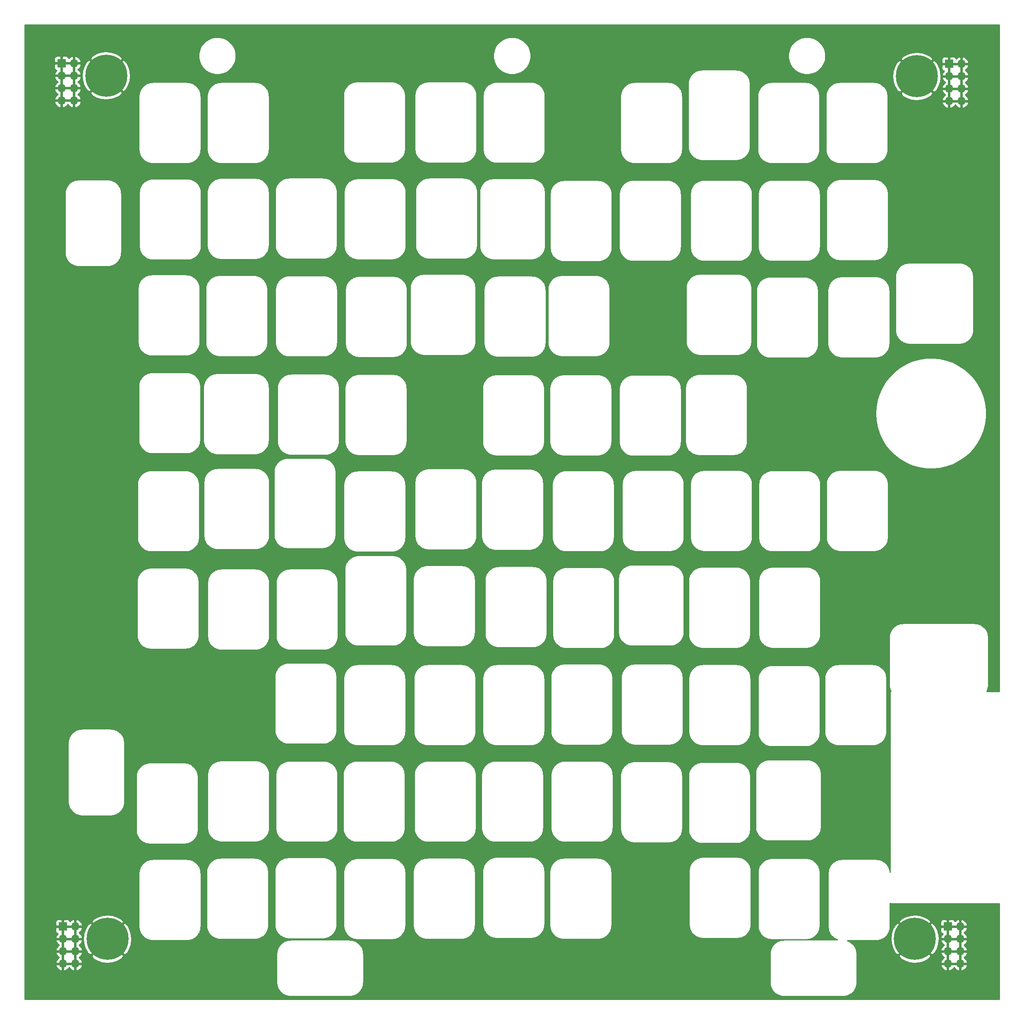
<source format=gbr>
%TF.GenerationSoftware,KiCad,Pcbnew,5.1.6-c6e7f7d~87~ubuntu18.04.1*%
%TF.CreationDate,2020-08-16T10:59:54+02:00*%
%TF.ProjectId,Elektronik,456c656b-7472-46f6-9e69-6b2e6b696361,rev?*%
%TF.SameCoordinates,Original*%
%TF.FileFunction,Copper,L1,Top*%
%TF.FilePolarity,Positive*%
%FSLAX46Y46*%
G04 Gerber Fmt 4.6, Leading zero omitted, Abs format (unit mm)*
G04 Created by KiCad (PCBNEW 5.1.6-c6e7f7d~87~ubuntu18.04.1) date 2020-08-16 10:59:54*
%MOMM*%
%LPD*%
G01*
G04 APERTURE LIST*
%TA.AperFunction,ComponentPad*%
%ADD10C,0.900000*%
%TD*%
%TA.AperFunction,ComponentPad*%
%ADD11C,8.600000*%
%TD*%
%TA.AperFunction,ComponentPad*%
%ADD12O,1.700000X1.700000*%
%TD*%
%TA.AperFunction,ComponentPad*%
%ADD13R,1.700000X1.700000*%
%TD*%
%TA.AperFunction,Conductor*%
%ADD14C,0.254000*%
%TD*%
G04 APERTURE END LIST*
D10*
%TO.P,H4,1*%
%TO.N,GND*%
X218053419Y-203840581D03*
X215773000Y-202896000D03*
X213492581Y-203840581D03*
X212548000Y-206121000D03*
X213492581Y-208401419D03*
X215773000Y-209346000D03*
X218053419Y-208401419D03*
X218998000Y-206121000D03*
D11*
X215773000Y-206121000D03*
%TD*%
D10*
%TO.P,H3,1*%
%TO.N,GND*%
X52826419Y-203840581D03*
X50546000Y-202896000D03*
X48265581Y-203840581D03*
X47321000Y-206121000D03*
X48265581Y-208401419D03*
X50546000Y-209346000D03*
X52826419Y-208401419D03*
X53771000Y-206121000D03*
D11*
X50546000Y-206121000D03*
%TD*%
D10*
%TO.P,H2,1*%
%TO.N,GND*%
X218434419Y-27310581D03*
X216154000Y-26366000D03*
X213873581Y-27310581D03*
X212929000Y-29591000D03*
X213873581Y-31871419D03*
X216154000Y-32816000D03*
X218434419Y-31871419D03*
X219379000Y-29591000D03*
D11*
X216154000Y-29591000D03*
%TD*%
D10*
%TO.P,H1,1*%
%TO.N,GND*%
X52572419Y-27183581D03*
X50292000Y-26239000D03*
X48011581Y-27183581D03*
X47067000Y-29464000D03*
X48011581Y-31744419D03*
X50292000Y-32689000D03*
X52572419Y-31744419D03*
X53517000Y-29464000D03*
D11*
X50292000Y-29464000D03*
%TD*%
D12*
%TO.P,J4,8*%
%TO.N,GND*%
X225044000Y-211201000D03*
%TO.P,J4,7*%
X222504000Y-211201000D03*
%TO.P,J4,6*%
X225044000Y-208661000D03*
%TO.P,J4,5*%
X222504000Y-208661000D03*
%TO.P,J4,4*%
X225044000Y-206121000D03*
%TO.P,J4,3*%
X222504000Y-206121000D03*
%TO.P,J4,2*%
X225044000Y-203581000D03*
D13*
%TO.P,J4,1*%
X222504000Y-203581000D03*
%TD*%
D12*
%TO.P,J3,8*%
%TO.N,GND*%
X43942000Y-211201000D03*
%TO.P,J3,7*%
X41402000Y-211201000D03*
%TO.P,J3,6*%
X43942000Y-208661000D03*
%TO.P,J3,5*%
X41402000Y-208661000D03*
%TO.P,J3,4*%
X43942000Y-206121000D03*
%TO.P,J3,3*%
X41402000Y-206121000D03*
%TO.P,J3,2*%
X43942000Y-203581000D03*
D13*
%TO.P,J3,1*%
X41402000Y-203581000D03*
%TD*%
D12*
%TO.P,J2,8*%
%TO.N,GND*%
X225298000Y-34671000D03*
%TO.P,J2,7*%
X222758000Y-34671000D03*
%TO.P,J2,6*%
X225298000Y-32131000D03*
%TO.P,J2,5*%
X222758000Y-32131000D03*
%TO.P,J2,4*%
X225298000Y-29591000D03*
%TO.P,J2,3*%
X222758000Y-29591000D03*
%TO.P,J2,2*%
X225298000Y-27051000D03*
D13*
%TO.P,J2,1*%
X222758000Y-27051000D03*
%TD*%
D12*
%TO.P,J1,8*%
%TO.N,GND*%
X43688000Y-34544000D03*
%TO.P,J1,7*%
X41148000Y-34544000D03*
%TO.P,J1,6*%
X43688000Y-32004000D03*
%TO.P,J1,5*%
X41148000Y-32004000D03*
%TO.P,J1,4*%
X43688000Y-29464000D03*
%TO.P,J1,3*%
X41148000Y-29464000D03*
%TO.P,J1,2*%
X43688000Y-26924000D03*
D13*
%TO.P,J1,1*%
X41148000Y-26924000D03*
%TD*%
D14*
%TO.N,GND*%
G36*
X233020001Y-155448000D02*
G01*
X230459876Y-155448000D01*
X230587988Y-155207056D01*
X230612516Y-155147547D01*
X230637861Y-155088413D01*
X230640792Y-155078943D01*
X230762579Y-154675564D01*
X230775072Y-154612466D01*
X230788457Y-154549495D01*
X230789493Y-154539636D01*
X230830611Y-154120284D01*
X230834000Y-154085877D01*
X230834000Y-144364123D01*
X230830932Y-144332968D01*
X230831025Y-144319578D01*
X230830058Y-144309712D01*
X230786014Y-143890658D01*
X230773070Y-143827601D01*
X230761016Y-143764411D01*
X230758151Y-143754921D01*
X230633551Y-143352402D01*
X230608618Y-143293090D01*
X230584507Y-143233413D01*
X230579853Y-143224660D01*
X230379442Y-142854009D01*
X230343468Y-142800675D01*
X230308222Y-142746814D01*
X230301956Y-142739132D01*
X230033369Y-142414466D01*
X229987733Y-142369147D01*
X229942684Y-142323145D01*
X229935046Y-142316826D01*
X229608513Y-142050513D01*
X229554964Y-142014935D01*
X229501818Y-141978545D01*
X229493098Y-141973831D01*
X229121056Y-141776012D01*
X229061588Y-141751501D01*
X229002413Y-141726139D01*
X228992943Y-141723208D01*
X228589564Y-141601421D01*
X228526466Y-141588928D01*
X228463495Y-141575543D01*
X228453636Y-141574507D01*
X228035015Y-141533461D01*
X227999877Y-141530000D01*
X213325123Y-141530000D01*
X213293968Y-141533068D01*
X213280578Y-141532975D01*
X213270712Y-141533942D01*
X212851658Y-141577986D01*
X212788601Y-141590930D01*
X212725411Y-141602984D01*
X212715921Y-141605849D01*
X212313402Y-141730449D01*
X212254090Y-141755382D01*
X212194413Y-141779493D01*
X212185660Y-141784147D01*
X211815009Y-141984558D01*
X211761675Y-142020532D01*
X211707814Y-142055778D01*
X211700132Y-142062044D01*
X211375466Y-142330631D01*
X211330147Y-142376267D01*
X211284145Y-142421316D01*
X211277826Y-142428954D01*
X211011513Y-142755487D01*
X210975935Y-142809036D01*
X210939545Y-142862182D01*
X210934831Y-142870902D01*
X210737012Y-143242944D01*
X210712501Y-143302412D01*
X210687139Y-143361587D01*
X210684208Y-143371057D01*
X210562421Y-143774436D01*
X210549928Y-143837534D01*
X210536543Y-143900505D01*
X210535507Y-143910364D01*
X210494439Y-144329210D01*
X210491000Y-144364124D01*
X210491001Y-154085877D01*
X210494069Y-154117023D01*
X210493975Y-154130422D01*
X210494942Y-154140288D01*
X210538986Y-154559341D01*
X210551928Y-154622392D01*
X210563984Y-154685589D01*
X210566849Y-154695079D01*
X210691449Y-155097598D01*
X210716382Y-155156910D01*
X210740493Y-155216587D01*
X210745147Y-155225340D01*
X210865539Y-155448000D01*
X210820000Y-155448000D01*
X210795224Y-155450440D01*
X210771399Y-155457667D01*
X210749443Y-155469403D01*
X210730197Y-155485197D01*
X210714403Y-155504443D01*
X210702667Y-155526399D01*
X210695440Y-155550224D01*
X210693000Y-155575000D01*
X210693000Y-192497802D01*
X210656514Y-192150658D01*
X210643570Y-192087601D01*
X210631516Y-192024411D01*
X210628651Y-192014921D01*
X210504051Y-191612402D01*
X210479118Y-191553090D01*
X210455007Y-191493413D01*
X210450353Y-191484660D01*
X210249942Y-191114009D01*
X210213968Y-191060675D01*
X210178722Y-191006814D01*
X210172456Y-190999132D01*
X209903869Y-190674466D01*
X209858233Y-190629147D01*
X209813184Y-190583145D01*
X209805546Y-190576826D01*
X209479013Y-190310513D01*
X209425464Y-190274935D01*
X209372318Y-190238545D01*
X209363598Y-190233831D01*
X208991556Y-190036012D01*
X208932088Y-190011501D01*
X208872913Y-189986139D01*
X208863443Y-189983208D01*
X208460064Y-189861421D01*
X208396966Y-189848928D01*
X208333995Y-189835543D01*
X208324136Y-189834507D01*
X207905515Y-189793461D01*
X207870377Y-189790000D01*
X200815623Y-189790000D01*
X200784468Y-189793068D01*
X200771078Y-189792975D01*
X200761212Y-189793942D01*
X200342158Y-189837986D01*
X200279101Y-189850930D01*
X200215911Y-189862984D01*
X200206421Y-189865849D01*
X199803902Y-189990449D01*
X199744590Y-190015382D01*
X199684913Y-190039493D01*
X199676160Y-190044147D01*
X199305509Y-190244558D01*
X199252175Y-190280532D01*
X199198314Y-190315778D01*
X199190632Y-190322044D01*
X198865966Y-190590631D01*
X198820647Y-190636267D01*
X198774645Y-190681316D01*
X198768326Y-190688954D01*
X198502013Y-191015487D01*
X198466435Y-191069036D01*
X198430045Y-191122182D01*
X198425331Y-191130902D01*
X198227512Y-191502944D01*
X198203001Y-191562412D01*
X198177639Y-191621587D01*
X198174708Y-191631057D01*
X198052921Y-192034436D01*
X198040428Y-192097534D01*
X198027043Y-192160505D01*
X198026007Y-192170364D01*
X197984939Y-192589210D01*
X197981500Y-192624124D01*
X197981501Y-203615877D01*
X197984569Y-203647023D01*
X197984475Y-203660422D01*
X197985442Y-203670288D01*
X198029486Y-204089341D01*
X198042428Y-204152392D01*
X198054484Y-204215589D01*
X198057349Y-204225079D01*
X198181949Y-204627598D01*
X198206882Y-204686910D01*
X198230993Y-204746587D01*
X198235647Y-204755340D01*
X198436058Y-205125991D01*
X198472037Y-205179333D01*
X198507278Y-205233186D01*
X198513540Y-205240863D01*
X198513544Y-205240869D01*
X198513549Y-205240874D01*
X198782130Y-205565534D01*
X198827786Y-205610872D01*
X198872816Y-205656855D01*
X198880454Y-205663173D01*
X199206987Y-205929487D01*
X199260547Y-205965072D01*
X199313683Y-206001455D01*
X199322403Y-206006170D01*
X199694444Y-206203988D01*
X199753953Y-206228516D01*
X199813087Y-206253861D01*
X199822553Y-206256791D01*
X199822559Y-206256793D01*
X199965669Y-206300000D01*
X188941123Y-206300000D01*
X188909968Y-206303068D01*
X188896578Y-206302975D01*
X188886712Y-206303942D01*
X188467658Y-206347986D01*
X188404601Y-206360930D01*
X188341411Y-206372984D01*
X188331921Y-206375849D01*
X187929402Y-206500449D01*
X187870090Y-206525382D01*
X187810413Y-206549493D01*
X187801660Y-206554147D01*
X187431009Y-206754558D01*
X187377675Y-206790532D01*
X187323814Y-206825778D01*
X187316132Y-206832044D01*
X186991466Y-207100631D01*
X186946147Y-207146267D01*
X186900145Y-207191316D01*
X186893826Y-207198954D01*
X186627513Y-207525487D01*
X186591935Y-207579036D01*
X186555545Y-207632182D01*
X186550831Y-207640902D01*
X186353012Y-208012944D01*
X186328501Y-208072412D01*
X186303139Y-208131587D01*
X186300208Y-208141057D01*
X186178421Y-208544436D01*
X186165928Y-208607534D01*
X186152543Y-208670505D01*
X186151507Y-208680364D01*
X186110439Y-209099210D01*
X186107000Y-209134124D01*
X186107001Y-215045877D01*
X186110069Y-215077023D01*
X186109975Y-215090422D01*
X186110942Y-215100288D01*
X186154986Y-215519341D01*
X186167928Y-215582392D01*
X186179984Y-215645589D01*
X186182849Y-215655079D01*
X186307449Y-216057598D01*
X186332382Y-216116910D01*
X186356493Y-216176587D01*
X186361147Y-216185340D01*
X186561558Y-216555991D01*
X186597537Y-216609333D01*
X186632778Y-216663186D01*
X186639040Y-216670863D01*
X186639044Y-216670869D01*
X186639049Y-216670874D01*
X186907630Y-216995534D01*
X186953286Y-217040872D01*
X186998316Y-217086855D01*
X187005954Y-217093173D01*
X187332487Y-217359487D01*
X187386047Y-217395072D01*
X187439183Y-217431455D01*
X187447903Y-217436170D01*
X187819944Y-217633988D01*
X187879453Y-217658516D01*
X187938587Y-217683861D01*
X187948053Y-217686791D01*
X187948059Y-217686793D01*
X188351436Y-217808579D01*
X188414534Y-217821072D01*
X188477505Y-217834457D01*
X188487364Y-217835493D01*
X188905985Y-217876539D01*
X188941123Y-217880000D01*
X201075877Y-217880000D01*
X201107032Y-217876932D01*
X201120422Y-217877025D01*
X201130288Y-217876058D01*
X201549341Y-217832014D01*
X201612392Y-217819072D01*
X201675589Y-217807016D01*
X201685079Y-217804151D01*
X202087598Y-217679551D01*
X202146910Y-217654618D01*
X202206587Y-217630507D01*
X202215340Y-217625853D01*
X202585991Y-217425442D01*
X202639333Y-217389463D01*
X202693186Y-217354222D01*
X202700863Y-217347960D01*
X202700869Y-217347956D01*
X202700874Y-217347951D01*
X203025534Y-217079370D01*
X203070872Y-217033714D01*
X203116855Y-216988684D01*
X203123173Y-216981046D01*
X203389487Y-216654513D01*
X203425072Y-216600953D01*
X203461455Y-216547817D01*
X203466170Y-216539097D01*
X203663988Y-216167056D01*
X203688516Y-216107547D01*
X203713861Y-216048413D01*
X203716792Y-216038943D01*
X203838579Y-215635564D01*
X203851072Y-215572466D01*
X203864457Y-215509495D01*
X203865493Y-215499636D01*
X203906611Y-215080284D01*
X203910000Y-215045877D01*
X203910000Y-211557890D01*
X221062524Y-211557890D01*
X221107175Y-211705099D01*
X221232359Y-211967920D01*
X221406412Y-212201269D01*
X221622645Y-212396178D01*
X221872748Y-212545157D01*
X222147109Y-212642481D01*
X222377000Y-212521814D01*
X222377000Y-211328000D01*
X222631000Y-211328000D01*
X222631000Y-212521814D01*
X222860891Y-212642481D01*
X223135252Y-212545157D01*
X223385355Y-212396178D01*
X223601588Y-212201269D01*
X223774000Y-211970120D01*
X223946412Y-212201269D01*
X224162645Y-212396178D01*
X224412748Y-212545157D01*
X224687109Y-212642481D01*
X224917000Y-212521814D01*
X224917000Y-211328000D01*
X225171000Y-211328000D01*
X225171000Y-212521814D01*
X225400891Y-212642481D01*
X225675252Y-212545157D01*
X225925355Y-212396178D01*
X226141588Y-212201269D01*
X226315641Y-211967920D01*
X226440825Y-211705099D01*
X226485476Y-211557890D01*
X226364155Y-211328000D01*
X225171000Y-211328000D01*
X224917000Y-211328000D01*
X222631000Y-211328000D01*
X222377000Y-211328000D01*
X221183845Y-211328000D01*
X221062524Y-211557890D01*
X203910000Y-211557890D01*
X203910000Y-209603818D01*
X212469787Y-209603818D01*
X212961946Y-210206149D01*
X213812933Y-210676063D01*
X214739243Y-210970929D01*
X215705281Y-211079414D01*
X216673921Y-210997351D01*
X217607938Y-210727893D01*
X218471440Y-210281394D01*
X218584054Y-210206149D01*
X219076213Y-209603818D01*
X215773000Y-206300605D01*
X212469787Y-209603818D01*
X203910000Y-209603818D01*
X203910000Y-209134123D01*
X203906932Y-209102968D01*
X203907025Y-209089578D01*
X203906058Y-209079712D01*
X203862014Y-208660658D01*
X203849070Y-208597601D01*
X203837016Y-208534411D01*
X203834151Y-208524921D01*
X203709551Y-208122402D01*
X203684618Y-208063090D01*
X203660507Y-208003413D01*
X203655853Y-207994660D01*
X203455442Y-207624009D01*
X203419468Y-207570675D01*
X203384222Y-207516814D01*
X203377956Y-207509132D01*
X203109369Y-207184466D01*
X203063733Y-207139147D01*
X203018684Y-207093145D01*
X203011046Y-207086826D01*
X202684513Y-206820513D01*
X202630964Y-206784935D01*
X202577818Y-206748545D01*
X202569098Y-206743831D01*
X202197056Y-206546012D01*
X202137588Y-206521501D01*
X202078413Y-206496139D01*
X202068943Y-206493208D01*
X201925831Y-206450000D01*
X207870377Y-206450000D01*
X207901532Y-206446932D01*
X207914922Y-206447025D01*
X207924788Y-206446058D01*
X208343841Y-206402014D01*
X208406892Y-206389072D01*
X208470089Y-206377016D01*
X208479579Y-206374151D01*
X208882098Y-206249551D01*
X208941410Y-206224618D01*
X209001087Y-206200507D01*
X209009840Y-206195853D01*
X209273520Y-206053281D01*
X210814586Y-206053281D01*
X210896649Y-207021921D01*
X211166107Y-207955938D01*
X211612606Y-208819440D01*
X211687851Y-208932054D01*
X212290182Y-209424213D01*
X215593395Y-206121000D01*
X215952605Y-206121000D01*
X219255818Y-209424213D01*
X219753098Y-209017890D01*
X221062524Y-209017890D01*
X221107175Y-209165099D01*
X221232359Y-209427920D01*
X221406412Y-209661269D01*
X221622645Y-209856178D01*
X221748255Y-209931000D01*
X221622645Y-210005822D01*
X221406412Y-210200731D01*
X221232359Y-210434080D01*
X221107175Y-210696901D01*
X221062524Y-210844110D01*
X221183845Y-211074000D01*
X222377000Y-211074000D01*
X222377000Y-208788000D01*
X222631000Y-208788000D01*
X222631000Y-211074000D01*
X224917000Y-211074000D01*
X224917000Y-208788000D01*
X225171000Y-208788000D01*
X225171000Y-211074000D01*
X226364155Y-211074000D01*
X226485476Y-210844110D01*
X226440825Y-210696901D01*
X226315641Y-210434080D01*
X226141588Y-210200731D01*
X225925355Y-210005822D01*
X225799745Y-209931000D01*
X225925355Y-209856178D01*
X226141588Y-209661269D01*
X226315641Y-209427920D01*
X226440825Y-209165099D01*
X226485476Y-209017890D01*
X226364155Y-208788000D01*
X225171000Y-208788000D01*
X224917000Y-208788000D01*
X222631000Y-208788000D01*
X222377000Y-208788000D01*
X221183845Y-208788000D01*
X221062524Y-209017890D01*
X219753098Y-209017890D01*
X219858149Y-208932054D01*
X220328063Y-208081067D01*
X220622929Y-207154757D01*
X220698940Y-206477890D01*
X221062524Y-206477890D01*
X221107175Y-206625099D01*
X221232359Y-206887920D01*
X221406412Y-207121269D01*
X221622645Y-207316178D01*
X221748255Y-207391000D01*
X221622645Y-207465822D01*
X221406412Y-207660731D01*
X221232359Y-207894080D01*
X221107175Y-208156901D01*
X221062524Y-208304110D01*
X221183845Y-208534000D01*
X222377000Y-208534000D01*
X222377000Y-206248000D01*
X222631000Y-206248000D01*
X222631000Y-208534000D01*
X224917000Y-208534000D01*
X224917000Y-206248000D01*
X225171000Y-206248000D01*
X225171000Y-208534000D01*
X226364155Y-208534000D01*
X226485476Y-208304110D01*
X226440825Y-208156901D01*
X226315641Y-207894080D01*
X226141588Y-207660731D01*
X225925355Y-207465822D01*
X225799745Y-207391000D01*
X225925355Y-207316178D01*
X226141588Y-207121269D01*
X226315641Y-206887920D01*
X226440825Y-206625099D01*
X226485476Y-206477890D01*
X226364155Y-206248000D01*
X225171000Y-206248000D01*
X224917000Y-206248000D01*
X222631000Y-206248000D01*
X222377000Y-206248000D01*
X221183845Y-206248000D01*
X221062524Y-206477890D01*
X220698940Y-206477890D01*
X220731414Y-206188719D01*
X220649351Y-205220079D01*
X220421707Y-204431000D01*
X221015928Y-204431000D01*
X221028188Y-204555482D01*
X221064498Y-204675180D01*
X221123463Y-204785494D01*
X221202815Y-204882185D01*
X221299506Y-204961537D01*
X221409820Y-205020502D01*
X221490466Y-205044966D01*
X221406412Y-205120731D01*
X221232359Y-205354080D01*
X221107175Y-205616901D01*
X221062524Y-205764110D01*
X221183845Y-205994000D01*
X222377000Y-205994000D01*
X222377000Y-203708000D01*
X222631000Y-203708000D01*
X222631000Y-205994000D01*
X224917000Y-205994000D01*
X224917000Y-203708000D01*
X225171000Y-203708000D01*
X225171000Y-205994000D01*
X226364155Y-205994000D01*
X226485476Y-205764110D01*
X226440825Y-205616901D01*
X226315641Y-205354080D01*
X226141588Y-205120731D01*
X225925355Y-204925822D01*
X225799745Y-204851000D01*
X225925355Y-204776178D01*
X226141588Y-204581269D01*
X226315641Y-204347920D01*
X226440825Y-204085099D01*
X226485476Y-203937890D01*
X226364155Y-203708000D01*
X225171000Y-203708000D01*
X224917000Y-203708000D01*
X222631000Y-203708000D01*
X222377000Y-203708000D01*
X221177750Y-203708000D01*
X221019000Y-203866750D01*
X221015928Y-204431000D01*
X220421707Y-204431000D01*
X220379893Y-204286062D01*
X219933394Y-203422560D01*
X219858149Y-203309946D01*
X219255818Y-202817787D01*
X215952605Y-206121000D01*
X215593395Y-206121000D01*
X212290182Y-202817787D01*
X211687851Y-203309946D01*
X211217937Y-204160933D01*
X210923071Y-205087243D01*
X210814586Y-206053281D01*
X209273520Y-206053281D01*
X209380491Y-205995442D01*
X209433833Y-205959463D01*
X209487686Y-205924222D01*
X209495363Y-205917960D01*
X209495369Y-205917956D01*
X209495374Y-205917951D01*
X209820034Y-205649370D01*
X209865372Y-205603714D01*
X209911355Y-205558684D01*
X209917673Y-205551046D01*
X210183987Y-205224513D01*
X210219572Y-205170953D01*
X210255955Y-205117817D01*
X210260670Y-205109097D01*
X210458488Y-204737056D01*
X210483016Y-204677547D01*
X210508361Y-204618413D01*
X210511292Y-204608943D01*
X210633079Y-204205564D01*
X210645572Y-204142466D01*
X210658957Y-204079495D01*
X210659993Y-204069636D01*
X210701111Y-203650284D01*
X210704500Y-203615877D01*
X210704500Y-202638182D01*
X212469787Y-202638182D01*
X215773000Y-205941395D01*
X218983395Y-202731000D01*
X221015928Y-202731000D01*
X221019000Y-203295250D01*
X221177750Y-203454000D01*
X222377000Y-203454000D01*
X222377000Y-202254750D01*
X222631000Y-202254750D01*
X222631000Y-203454000D01*
X224917000Y-203454000D01*
X224917000Y-202260186D01*
X225171000Y-202260186D01*
X225171000Y-203454000D01*
X226364155Y-203454000D01*
X226485476Y-203224110D01*
X226440825Y-203076901D01*
X226315641Y-202814080D01*
X226141588Y-202580731D01*
X225925355Y-202385822D01*
X225675252Y-202236843D01*
X225400891Y-202139519D01*
X225171000Y-202260186D01*
X224917000Y-202260186D01*
X224687109Y-202139519D01*
X224412748Y-202236843D01*
X224162645Y-202385822D01*
X223966498Y-202562626D01*
X223943502Y-202486820D01*
X223884537Y-202376506D01*
X223805185Y-202279815D01*
X223708494Y-202200463D01*
X223598180Y-202141498D01*
X223478482Y-202105188D01*
X223354000Y-202092928D01*
X222789750Y-202096000D01*
X222631000Y-202254750D01*
X222377000Y-202254750D01*
X222218250Y-202096000D01*
X221654000Y-202092928D01*
X221529518Y-202105188D01*
X221409820Y-202141498D01*
X221299506Y-202200463D01*
X221202815Y-202279815D01*
X221123463Y-202376506D01*
X221064498Y-202486820D01*
X221028188Y-202606518D01*
X221015928Y-202731000D01*
X218983395Y-202731000D01*
X219076213Y-202638182D01*
X218584054Y-202035851D01*
X217733067Y-201565937D01*
X216806757Y-201271071D01*
X215840719Y-201162586D01*
X214872079Y-201244649D01*
X213938062Y-201514107D01*
X213074560Y-201960606D01*
X212961946Y-202035851D01*
X212469787Y-202638182D01*
X210704500Y-202638182D01*
X210704500Y-198807030D01*
X210714403Y-198825557D01*
X210730197Y-198844803D01*
X210749443Y-198860597D01*
X210771399Y-198872333D01*
X210795224Y-198879560D01*
X210820000Y-198882000D01*
X233020001Y-198882000D01*
X233020001Y-218415000D01*
X33680000Y-218415000D01*
X33680000Y-211557890D01*
X39960524Y-211557890D01*
X40005175Y-211705099D01*
X40130359Y-211967920D01*
X40304412Y-212201269D01*
X40520645Y-212396178D01*
X40770748Y-212545157D01*
X41045109Y-212642481D01*
X41275000Y-212521814D01*
X41275000Y-211328000D01*
X41529000Y-211328000D01*
X41529000Y-212521814D01*
X41758891Y-212642481D01*
X42033252Y-212545157D01*
X42283355Y-212396178D01*
X42499588Y-212201269D01*
X42672000Y-211970120D01*
X42844412Y-212201269D01*
X43060645Y-212396178D01*
X43310748Y-212545157D01*
X43585109Y-212642481D01*
X43815000Y-212521814D01*
X43815000Y-211328000D01*
X44069000Y-211328000D01*
X44069000Y-212521814D01*
X44298891Y-212642481D01*
X44573252Y-212545157D01*
X44823355Y-212396178D01*
X45039588Y-212201269D01*
X45213641Y-211967920D01*
X45338825Y-211705099D01*
X45383476Y-211557890D01*
X45262155Y-211328000D01*
X44069000Y-211328000D01*
X43815000Y-211328000D01*
X41529000Y-211328000D01*
X41275000Y-211328000D01*
X40081845Y-211328000D01*
X39960524Y-211557890D01*
X33680000Y-211557890D01*
X33680000Y-209017890D01*
X39960524Y-209017890D01*
X40005175Y-209165099D01*
X40130359Y-209427920D01*
X40304412Y-209661269D01*
X40520645Y-209856178D01*
X40646255Y-209931000D01*
X40520645Y-210005822D01*
X40304412Y-210200731D01*
X40130359Y-210434080D01*
X40005175Y-210696901D01*
X39960524Y-210844110D01*
X40081845Y-211074000D01*
X41275000Y-211074000D01*
X41275000Y-208788000D01*
X41529000Y-208788000D01*
X41529000Y-211074000D01*
X43815000Y-211074000D01*
X43815000Y-208788000D01*
X44069000Y-208788000D01*
X44069000Y-211074000D01*
X45262155Y-211074000D01*
X45383476Y-210844110D01*
X45338825Y-210696901D01*
X45213641Y-210434080D01*
X45039588Y-210200731D01*
X44823355Y-210005822D01*
X44697745Y-209931000D01*
X44823355Y-209856178D01*
X45039588Y-209661269D01*
X45082440Y-209603818D01*
X47242787Y-209603818D01*
X47734946Y-210206149D01*
X48585933Y-210676063D01*
X49512243Y-210970929D01*
X50478281Y-211079414D01*
X51446921Y-210997351D01*
X52380938Y-210727893D01*
X53244440Y-210281394D01*
X53357054Y-210206149D01*
X53849213Y-209603818D01*
X50546000Y-206300605D01*
X47242787Y-209603818D01*
X45082440Y-209603818D01*
X45213641Y-209427920D01*
X45338825Y-209165099D01*
X45383476Y-209017890D01*
X45262155Y-208788000D01*
X44069000Y-208788000D01*
X43815000Y-208788000D01*
X41529000Y-208788000D01*
X41275000Y-208788000D01*
X40081845Y-208788000D01*
X39960524Y-209017890D01*
X33680000Y-209017890D01*
X33680000Y-206477890D01*
X39960524Y-206477890D01*
X40005175Y-206625099D01*
X40130359Y-206887920D01*
X40304412Y-207121269D01*
X40520645Y-207316178D01*
X40646255Y-207391000D01*
X40520645Y-207465822D01*
X40304412Y-207660731D01*
X40130359Y-207894080D01*
X40005175Y-208156901D01*
X39960524Y-208304110D01*
X40081845Y-208534000D01*
X41275000Y-208534000D01*
X41275000Y-206248000D01*
X41529000Y-206248000D01*
X41529000Y-208534000D01*
X43815000Y-208534000D01*
X43815000Y-206248000D01*
X44069000Y-206248000D01*
X44069000Y-208534000D01*
X45262155Y-208534000D01*
X45383476Y-208304110D01*
X45338825Y-208156901D01*
X45213641Y-207894080D01*
X45039588Y-207660731D01*
X44823355Y-207465822D01*
X44697745Y-207391000D01*
X44823355Y-207316178D01*
X45039588Y-207121269D01*
X45213641Y-206887920D01*
X45338825Y-206625099D01*
X45383476Y-206477890D01*
X45262155Y-206248000D01*
X44069000Y-206248000D01*
X43815000Y-206248000D01*
X41529000Y-206248000D01*
X41275000Y-206248000D01*
X40081845Y-206248000D01*
X39960524Y-206477890D01*
X33680000Y-206477890D01*
X33680000Y-206053281D01*
X45587586Y-206053281D01*
X45669649Y-207021921D01*
X45939107Y-207955938D01*
X46385606Y-208819440D01*
X46460851Y-208932054D01*
X47063182Y-209424213D01*
X50366395Y-206121000D01*
X50725605Y-206121000D01*
X54028818Y-209424213D01*
X54383844Y-209134124D01*
X85142000Y-209134124D01*
X85142001Y-215045877D01*
X85145069Y-215077023D01*
X85144975Y-215090422D01*
X85145942Y-215100288D01*
X85189986Y-215519341D01*
X85202928Y-215582392D01*
X85214984Y-215645589D01*
X85217849Y-215655079D01*
X85342449Y-216057598D01*
X85367382Y-216116910D01*
X85391493Y-216176587D01*
X85396147Y-216185340D01*
X85596558Y-216555991D01*
X85632537Y-216609333D01*
X85667778Y-216663186D01*
X85674040Y-216670863D01*
X85674044Y-216670869D01*
X85674049Y-216670874D01*
X85942630Y-216995534D01*
X85988286Y-217040872D01*
X86033316Y-217086855D01*
X86040954Y-217093173D01*
X86367487Y-217359487D01*
X86421047Y-217395072D01*
X86474183Y-217431455D01*
X86482903Y-217436170D01*
X86854944Y-217633988D01*
X86914453Y-217658516D01*
X86973587Y-217683861D01*
X86983053Y-217686791D01*
X86983059Y-217686793D01*
X87386436Y-217808579D01*
X87449534Y-217821072D01*
X87512505Y-217834457D01*
X87522364Y-217835493D01*
X87940985Y-217876539D01*
X87976123Y-217880000D01*
X100110877Y-217880000D01*
X100142032Y-217876932D01*
X100155422Y-217877025D01*
X100165288Y-217876058D01*
X100584341Y-217832014D01*
X100647392Y-217819072D01*
X100710589Y-217807016D01*
X100720079Y-217804151D01*
X101122598Y-217679551D01*
X101181910Y-217654618D01*
X101241587Y-217630507D01*
X101250340Y-217625853D01*
X101620991Y-217425442D01*
X101674333Y-217389463D01*
X101728186Y-217354222D01*
X101735863Y-217347960D01*
X101735869Y-217347956D01*
X101735874Y-217347951D01*
X102060534Y-217079370D01*
X102105872Y-217033714D01*
X102151855Y-216988684D01*
X102158173Y-216981046D01*
X102424487Y-216654513D01*
X102460072Y-216600953D01*
X102496455Y-216547817D01*
X102501170Y-216539097D01*
X102698988Y-216167056D01*
X102723516Y-216107547D01*
X102748861Y-216048413D01*
X102751792Y-216038943D01*
X102873579Y-215635564D01*
X102886072Y-215572466D01*
X102899457Y-215509495D01*
X102900493Y-215499636D01*
X102941611Y-215080284D01*
X102945000Y-215045877D01*
X102945000Y-209134123D01*
X102941932Y-209102968D01*
X102942025Y-209089578D01*
X102941058Y-209079712D01*
X102897014Y-208660658D01*
X102884070Y-208597601D01*
X102872016Y-208534411D01*
X102869151Y-208524921D01*
X102744551Y-208122402D01*
X102719618Y-208063090D01*
X102695507Y-208003413D01*
X102690853Y-207994660D01*
X102490442Y-207624009D01*
X102454468Y-207570675D01*
X102419222Y-207516814D01*
X102412956Y-207509132D01*
X102144369Y-207184466D01*
X102098733Y-207139147D01*
X102053684Y-207093145D01*
X102046046Y-207086826D01*
X101719513Y-206820513D01*
X101665964Y-206784935D01*
X101612818Y-206748545D01*
X101604098Y-206743831D01*
X101232056Y-206546012D01*
X101172588Y-206521501D01*
X101113413Y-206496139D01*
X101103943Y-206493208D01*
X100700564Y-206371421D01*
X100637466Y-206358928D01*
X100574495Y-206345543D01*
X100564636Y-206344507D01*
X100146015Y-206303461D01*
X100110877Y-206300000D01*
X87976123Y-206300000D01*
X87944968Y-206303068D01*
X87931578Y-206302975D01*
X87921712Y-206303942D01*
X87502658Y-206347986D01*
X87439601Y-206360930D01*
X87376411Y-206372984D01*
X87366921Y-206375849D01*
X86964402Y-206500449D01*
X86905090Y-206525382D01*
X86845413Y-206549493D01*
X86836660Y-206554147D01*
X86466009Y-206754558D01*
X86412675Y-206790532D01*
X86358814Y-206825778D01*
X86351132Y-206832044D01*
X86026466Y-207100631D01*
X85981147Y-207146267D01*
X85935145Y-207191316D01*
X85928826Y-207198954D01*
X85662513Y-207525487D01*
X85626935Y-207579036D01*
X85590545Y-207632182D01*
X85585831Y-207640902D01*
X85388012Y-208012944D01*
X85363501Y-208072412D01*
X85338139Y-208131587D01*
X85335208Y-208141057D01*
X85213421Y-208544436D01*
X85200928Y-208607534D01*
X85187543Y-208670505D01*
X85186507Y-208680364D01*
X85145439Y-209099210D01*
X85142000Y-209134124D01*
X54383844Y-209134124D01*
X54631149Y-208932054D01*
X55101063Y-208081067D01*
X55395929Y-207154757D01*
X55504414Y-206188719D01*
X55422351Y-205220079D01*
X55152893Y-204286062D01*
X54706394Y-203422560D01*
X54631149Y-203309946D01*
X54028818Y-202817787D01*
X50725605Y-206121000D01*
X50366395Y-206121000D01*
X47063182Y-202817787D01*
X46460851Y-203309946D01*
X45990937Y-204160933D01*
X45696071Y-205087243D01*
X45587586Y-206053281D01*
X33680000Y-206053281D01*
X33680000Y-204431000D01*
X39913928Y-204431000D01*
X39926188Y-204555482D01*
X39962498Y-204675180D01*
X40021463Y-204785494D01*
X40100815Y-204882185D01*
X40197506Y-204961537D01*
X40307820Y-205020502D01*
X40388466Y-205044966D01*
X40304412Y-205120731D01*
X40130359Y-205354080D01*
X40005175Y-205616901D01*
X39960524Y-205764110D01*
X40081845Y-205994000D01*
X41275000Y-205994000D01*
X41275000Y-203708000D01*
X41529000Y-203708000D01*
X41529000Y-205994000D01*
X43815000Y-205994000D01*
X43815000Y-203708000D01*
X44069000Y-203708000D01*
X44069000Y-205994000D01*
X45262155Y-205994000D01*
X45383476Y-205764110D01*
X45338825Y-205616901D01*
X45213641Y-205354080D01*
X45039588Y-205120731D01*
X44823355Y-204925822D01*
X44697745Y-204851000D01*
X44823355Y-204776178D01*
X45039588Y-204581269D01*
X45213641Y-204347920D01*
X45338825Y-204085099D01*
X45383476Y-203937890D01*
X45262155Y-203708000D01*
X44069000Y-203708000D01*
X43815000Y-203708000D01*
X41529000Y-203708000D01*
X41275000Y-203708000D01*
X40075750Y-203708000D01*
X39917000Y-203866750D01*
X39913928Y-204431000D01*
X33680000Y-204431000D01*
X33680000Y-202731000D01*
X39913928Y-202731000D01*
X39917000Y-203295250D01*
X40075750Y-203454000D01*
X41275000Y-203454000D01*
X41275000Y-202254750D01*
X41529000Y-202254750D01*
X41529000Y-203454000D01*
X43815000Y-203454000D01*
X43815000Y-202260186D01*
X44069000Y-202260186D01*
X44069000Y-203454000D01*
X45262155Y-203454000D01*
X45383476Y-203224110D01*
X45338825Y-203076901D01*
X45213641Y-202814080D01*
X45082441Y-202638182D01*
X47242787Y-202638182D01*
X50546000Y-205941395D01*
X53849213Y-202638182D01*
X53357054Y-202035851D01*
X52506067Y-201565937D01*
X51579757Y-201271071D01*
X50613719Y-201162586D01*
X49645079Y-201244649D01*
X48711062Y-201514107D01*
X47847560Y-201960606D01*
X47734946Y-202035851D01*
X47242787Y-202638182D01*
X45082441Y-202638182D01*
X45039588Y-202580731D01*
X44823355Y-202385822D01*
X44573252Y-202236843D01*
X44298891Y-202139519D01*
X44069000Y-202260186D01*
X43815000Y-202260186D01*
X43585109Y-202139519D01*
X43310748Y-202236843D01*
X43060645Y-202385822D01*
X42864498Y-202562626D01*
X42841502Y-202486820D01*
X42782537Y-202376506D01*
X42703185Y-202279815D01*
X42606494Y-202200463D01*
X42496180Y-202141498D01*
X42376482Y-202105188D01*
X42252000Y-202092928D01*
X41687750Y-202096000D01*
X41529000Y-202254750D01*
X41275000Y-202254750D01*
X41116250Y-202096000D01*
X40552000Y-202092928D01*
X40427518Y-202105188D01*
X40307820Y-202141498D01*
X40197506Y-202200463D01*
X40100815Y-202279815D01*
X40021463Y-202376506D01*
X39962498Y-202486820D01*
X39926188Y-202606518D01*
X39913928Y-202731000D01*
X33680000Y-202731000D01*
X33680000Y-192624124D01*
X56948000Y-192624124D01*
X56948001Y-203615877D01*
X56951069Y-203647023D01*
X56950975Y-203660422D01*
X56951942Y-203670288D01*
X56995986Y-204089341D01*
X57008928Y-204152392D01*
X57020984Y-204215589D01*
X57023849Y-204225079D01*
X57148449Y-204627598D01*
X57173382Y-204686910D01*
X57197493Y-204746587D01*
X57202147Y-204755340D01*
X57402558Y-205125991D01*
X57438537Y-205179333D01*
X57473778Y-205233186D01*
X57480040Y-205240863D01*
X57480044Y-205240869D01*
X57480049Y-205240874D01*
X57748630Y-205565534D01*
X57794286Y-205610872D01*
X57839316Y-205656855D01*
X57846954Y-205663173D01*
X58173487Y-205929487D01*
X58227047Y-205965072D01*
X58280183Y-206001455D01*
X58288903Y-206006170D01*
X58660944Y-206203988D01*
X58720453Y-206228516D01*
X58779587Y-206253861D01*
X58789053Y-206256791D01*
X58789059Y-206256793D01*
X59192436Y-206378579D01*
X59255534Y-206391072D01*
X59318505Y-206404457D01*
X59328364Y-206405493D01*
X59746985Y-206446539D01*
X59782123Y-206450000D01*
X66836877Y-206450000D01*
X66868032Y-206446932D01*
X66881422Y-206447025D01*
X66891288Y-206446058D01*
X67310341Y-206402014D01*
X67373392Y-206389072D01*
X67436589Y-206377016D01*
X67446079Y-206374151D01*
X67848598Y-206249551D01*
X67907910Y-206224618D01*
X67967587Y-206200507D01*
X67976340Y-206195853D01*
X68346991Y-205995442D01*
X68400333Y-205959463D01*
X68454186Y-205924222D01*
X68461863Y-205917960D01*
X68461869Y-205917956D01*
X68461874Y-205917951D01*
X68786534Y-205649370D01*
X68831872Y-205603714D01*
X68877855Y-205558684D01*
X68884173Y-205551046D01*
X69150487Y-205224513D01*
X69186072Y-205170953D01*
X69222455Y-205117817D01*
X69227170Y-205109097D01*
X69424988Y-204737056D01*
X69449516Y-204677547D01*
X69474861Y-204618413D01*
X69477792Y-204608943D01*
X69599579Y-204205564D01*
X69612072Y-204142466D01*
X69625457Y-204079495D01*
X69626493Y-204069636D01*
X69667611Y-203650284D01*
X69671000Y-203615877D01*
X69671000Y-192624123D01*
X69667932Y-192592968D01*
X69668025Y-192579578D01*
X69667058Y-192569712D01*
X69646081Y-192370124D01*
X70791000Y-192370124D01*
X70791001Y-203361877D01*
X70794069Y-203393023D01*
X70793975Y-203406422D01*
X70794942Y-203416288D01*
X70838986Y-203835341D01*
X70851928Y-203898392D01*
X70863984Y-203961589D01*
X70866849Y-203971079D01*
X70991449Y-204373598D01*
X71016382Y-204432910D01*
X71040493Y-204492587D01*
X71045147Y-204501340D01*
X71245558Y-204871991D01*
X71281537Y-204925333D01*
X71316778Y-204979186D01*
X71323040Y-204986863D01*
X71323044Y-204986869D01*
X71323049Y-204986874D01*
X71591630Y-205311534D01*
X71637286Y-205356872D01*
X71682316Y-205402855D01*
X71689954Y-205409173D01*
X72016487Y-205675487D01*
X72070047Y-205711072D01*
X72123183Y-205747455D01*
X72131903Y-205752170D01*
X72503944Y-205949988D01*
X72563453Y-205974516D01*
X72622587Y-205999861D01*
X72632053Y-206002791D01*
X72632059Y-206002793D01*
X73035436Y-206124579D01*
X73098534Y-206137072D01*
X73161505Y-206150457D01*
X73171364Y-206151493D01*
X73589985Y-206192539D01*
X73625123Y-206196000D01*
X80679877Y-206196000D01*
X80711032Y-206192932D01*
X80724422Y-206193025D01*
X80734288Y-206192058D01*
X81153341Y-206148014D01*
X81216392Y-206135072D01*
X81279589Y-206123016D01*
X81289079Y-206120151D01*
X81691598Y-205995551D01*
X81750910Y-205970618D01*
X81810587Y-205946507D01*
X81819340Y-205941853D01*
X82189991Y-205741442D01*
X82243333Y-205705463D01*
X82297186Y-205670222D01*
X82304863Y-205663960D01*
X82304869Y-205663956D01*
X82304874Y-205663951D01*
X82629534Y-205395370D01*
X82674872Y-205349714D01*
X82720855Y-205304684D01*
X82727173Y-205297046D01*
X82993487Y-204970513D01*
X83029072Y-204916953D01*
X83065455Y-204863817D01*
X83070170Y-204855097D01*
X83267988Y-204483056D01*
X83292516Y-204423547D01*
X83317861Y-204364413D01*
X83320792Y-204354943D01*
X83442579Y-203951564D01*
X83455072Y-203888466D01*
X83468457Y-203825495D01*
X83469493Y-203815636D01*
X83510611Y-203396284D01*
X83514000Y-203361877D01*
X83514000Y-192370123D01*
X83510932Y-192338968D01*
X83511025Y-192325578D01*
X83510058Y-192315712D01*
X83502429Y-192243124D01*
X84761000Y-192243124D01*
X84761001Y-203234877D01*
X84764069Y-203266023D01*
X84763975Y-203279422D01*
X84764942Y-203289288D01*
X84808986Y-203708341D01*
X84821928Y-203771392D01*
X84833984Y-203834589D01*
X84836849Y-203844079D01*
X84961449Y-204246598D01*
X84986382Y-204305910D01*
X85010493Y-204365587D01*
X85015147Y-204374340D01*
X85215558Y-204744991D01*
X85251532Y-204798325D01*
X85286778Y-204852186D01*
X85293040Y-204859863D01*
X85293044Y-204859869D01*
X85293049Y-204859874D01*
X85561630Y-205184534D01*
X85607286Y-205229872D01*
X85652316Y-205275855D01*
X85659954Y-205282173D01*
X85986487Y-205548487D01*
X86040047Y-205584072D01*
X86093183Y-205620455D01*
X86101903Y-205625170D01*
X86473944Y-205822988D01*
X86533453Y-205847516D01*
X86592587Y-205872861D01*
X86602053Y-205875791D01*
X86602059Y-205875793D01*
X87005436Y-205997579D01*
X87068534Y-206010072D01*
X87131505Y-206023457D01*
X87141364Y-206024493D01*
X87559985Y-206065539D01*
X87595123Y-206069000D01*
X94649877Y-206069000D01*
X94681032Y-206065932D01*
X94694422Y-206066025D01*
X94704288Y-206065058D01*
X95123341Y-206021014D01*
X95186392Y-206008072D01*
X95249589Y-205996016D01*
X95259079Y-205993151D01*
X95661598Y-205868551D01*
X95720910Y-205843618D01*
X95780587Y-205819507D01*
X95789340Y-205814853D01*
X96159991Y-205614442D01*
X96213333Y-205578463D01*
X96267186Y-205543222D01*
X96274863Y-205536960D01*
X96274869Y-205536956D01*
X96274874Y-205536951D01*
X96599534Y-205268370D01*
X96644872Y-205222714D01*
X96690855Y-205177684D01*
X96697173Y-205170046D01*
X96963487Y-204843513D01*
X96999072Y-204789953D01*
X97035455Y-204736817D01*
X97040170Y-204728097D01*
X97237988Y-204356056D01*
X97262516Y-204296547D01*
X97287861Y-204237413D01*
X97290792Y-204227943D01*
X97412579Y-203824564D01*
X97425072Y-203761466D01*
X97438457Y-203698495D01*
X97439493Y-203688636D01*
X97480611Y-203269284D01*
X97484000Y-203234877D01*
X97484000Y-192433624D01*
X98858000Y-192433624D01*
X98858001Y-203425377D01*
X98861069Y-203456523D01*
X98860975Y-203469922D01*
X98861942Y-203479788D01*
X98905986Y-203898841D01*
X98918928Y-203961892D01*
X98930984Y-204025089D01*
X98933849Y-204034579D01*
X99058449Y-204437098D01*
X99083382Y-204496410D01*
X99107493Y-204556087D01*
X99112147Y-204564840D01*
X99312558Y-204935491D01*
X99348532Y-204988825D01*
X99383778Y-205042686D01*
X99390040Y-205050363D01*
X99390044Y-205050369D01*
X99390049Y-205050374D01*
X99658630Y-205375034D01*
X99704286Y-205420372D01*
X99749316Y-205466355D01*
X99756954Y-205472673D01*
X100083487Y-205738987D01*
X100137047Y-205774572D01*
X100190183Y-205810955D01*
X100198903Y-205815670D01*
X100570944Y-206013488D01*
X100630453Y-206038016D01*
X100689587Y-206063361D01*
X100699053Y-206066291D01*
X100699059Y-206066293D01*
X101102436Y-206188079D01*
X101165534Y-206200572D01*
X101228505Y-206213957D01*
X101238364Y-206214993D01*
X101656985Y-206256039D01*
X101692123Y-206259500D01*
X108746877Y-206259500D01*
X108778032Y-206256432D01*
X108791422Y-206256525D01*
X108801288Y-206255558D01*
X109220341Y-206211514D01*
X109283392Y-206198572D01*
X109346589Y-206186516D01*
X109356079Y-206183651D01*
X109758598Y-206059051D01*
X109817910Y-206034118D01*
X109877587Y-206010007D01*
X109886340Y-206005353D01*
X110256991Y-205804942D01*
X110310333Y-205768963D01*
X110364186Y-205733722D01*
X110371863Y-205727460D01*
X110371869Y-205727456D01*
X110371874Y-205727451D01*
X110696534Y-205458870D01*
X110741872Y-205413214D01*
X110787855Y-205368184D01*
X110794173Y-205360546D01*
X111060487Y-205034013D01*
X111096072Y-204980453D01*
X111132455Y-204927317D01*
X111137170Y-204918597D01*
X111334988Y-204546556D01*
X111359516Y-204487047D01*
X111384861Y-204427913D01*
X111387792Y-204418443D01*
X111509579Y-204015064D01*
X111522072Y-203951966D01*
X111535457Y-203888995D01*
X111536493Y-203879136D01*
X111577611Y-203459784D01*
X111581000Y-203425377D01*
X111581000Y-192433623D01*
X111577932Y-192402468D01*
X111578025Y-192389078D01*
X111577058Y-192379212D01*
X111576103Y-192370124D01*
X113082000Y-192370124D01*
X113082001Y-203361877D01*
X113085069Y-203393023D01*
X113084975Y-203406422D01*
X113085942Y-203416288D01*
X113129986Y-203835341D01*
X113142928Y-203898392D01*
X113154984Y-203961589D01*
X113157849Y-203971079D01*
X113282449Y-204373598D01*
X113307382Y-204432910D01*
X113331493Y-204492587D01*
X113336147Y-204501340D01*
X113536558Y-204871991D01*
X113572537Y-204925333D01*
X113607778Y-204979186D01*
X113614040Y-204986863D01*
X113614044Y-204986869D01*
X113614049Y-204986874D01*
X113882630Y-205311534D01*
X113928286Y-205356872D01*
X113973316Y-205402855D01*
X113980954Y-205409173D01*
X114307487Y-205675487D01*
X114361047Y-205711072D01*
X114414183Y-205747455D01*
X114422903Y-205752170D01*
X114794944Y-205949988D01*
X114854453Y-205974516D01*
X114913587Y-205999861D01*
X114923053Y-206002791D01*
X114923059Y-206002793D01*
X115326436Y-206124579D01*
X115389534Y-206137072D01*
X115452505Y-206150457D01*
X115462364Y-206151493D01*
X115880985Y-206192539D01*
X115916123Y-206196000D01*
X122970877Y-206196000D01*
X123002032Y-206192932D01*
X123015422Y-206193025D01*
X123025288Y-206192058D01*
X123444341Y-206148014D01*
X123507392Y-206135072D01*
X123570589Y-206123016D01*
X123580079Y-206120151D01*
X123982598Y-205995551D01*
X124041910Y-205970618D01*
X124101587Y-205946507D01*
X124110340Y-205941853D01*
X124480991Y-205741442D01*
X124534333Y-205705463D01*
X124588186Y-205670222D01*
X124595863Y-205663960D01*
X124595869Y-205663956D01*
X124595874Y-205663951D01*
X124920534Y-205395370D01*
X124965872Y-205349714D01*
X125011855Y-205304684D01*
X125018173Y-205297046D01*
X125284487Y-204970513D01*
X125320072Y-204916953D01*
X125356455Y-204863817D01*
X125361170Y-204855097D01*
X125558988Y-204483056D01*
X125583516Y-204423547D01*
X125608861Y-204364413D01*
X125611792Y-204354943D01*
X125733579Y-203951564D01*
X125746072Y-203888466D01*
X125759457Y-203825495D01*
X125760493Y-203815636D01*
X125801611Y-203396284D01*
X125805000Y-203361877D01*
X125805000Y-192370123D01*
X125801932Y-192338968D01*
X125802025Y-192325578D01*
X125801058Y-192315712D01*
X125786755Y-192179624D01*
X127306000Y-192179624D01*
X127306001Y-203171377D01*
X127309069Y-203202523D01*
X127308975Y-203215922D01*
X127309942Y-203225788D01*
X127353986Y-203644841D01*
X127366928Y-203707892D01*
X127378984Y-203771089D01*
X127381849Y-203780579D01*
X127506449Y-204183098D01*
X127531382Y-204242410D01*
X127555493Y-204302087D01*
X127560147Y-204310840D01*
X127760558Y-204681491D01*
X127796532Y-204734825D01*
X127831778Y-204788686D01*
X127838040Y-204796363D01*
X127838044Y-204796369D01*
X127838049Y-204796374D01*
X128106630Y-205121034D01*
X128152286Y-205166372D01*
X128197316Y-205212355D01*
X128204954Y-205218673D01*
X128531487Y-205484987D01*
X128585047Y-205520572D01*
X128638183Y-205556955D01*
X128646903Y-205561670D01*
X129018944Y-205759488D01*
X129078453Y-205784016D01*
X129137587Y-205809361D01*
X129147053Y-205812291D01*
X129147059Y-205812293D01*
X129550436Y-205934079D01*
X129613534Y-205946572D01*
X129676505Y-205959957D01*
X129686364Y-205960993D01*
X130104985Y-206002039D01*
X130140123Y-206005500D01*
X137194877Y-206005500D01*
X137226032Y-206002432D01*
X137239422Y-206002525D01*
X137249288Y-206001558D01*
X137668341Y-205957514D01*
X137731392Y-205944572D01*
X137794589Y-205932516D01*
X137804079Y-205929651D01*
X138206598Y-205805051D01*
X138265910Y-205780118D01*
X138325587Y-205756007D01*
X138334340Y-205751353D01*
X138704991Y-205550942D01*
X138758333Y-205514963D01*
X138812186Y-205479722D01*
X138819863Y-205473460D01*
X138819869Y-205473456D01*
X138819874Y-205473451D01*
X139144534Y-205204870D01*
X139189872Y-205159214D01*
X139235855Y-205114184D01*
X139242173Y-205106546D01*
X139508487Y-204780013D01*
X139544072Y-204726453D01*
X139580455Y-204673317D01*
X139585170Y-204664597D01*
X139782988Y-204292556D01*
X139807516Y-204233047D01*
X139832861Y-204173913D01*
X139835792Y-204164443D01*
X139957579Y-203761064D01*
X139970072Y-203697966D01*
X139983457Y-203634995D01*
X139984493Y-203625136D01*
X140025611Y-203205784D01*
X140029000Y-203171377D01*
X140029000Y-192370124D01*
X141022000Y-192370124D01*
X141022001Y-203361877D01*
X141025069Y-203393023D01*
X141024975Y-203406422D01*
X141025942Y-203416288D01*
X141069986Y-203835341D01*
X141082928Y-203898392D01*
X141094984Y-203961589D01*
X141097849Y-203971079D01*
X141222449Y-204373598D01*
X141247382Y-204432910D01*
X141271493Y-204492587D01*
X141276147Y-204501340D01*
X141476558Y-204871991D01*
X141512537Y-204925333D01*
X141547778Y-204979186D01*
X141554040Y-204986863D01*
X141554044Y-204986869D01*
X141554049Y-204986874D01*
X141822630Y-205311534D01*
X141868286Y-205356872D01*
X141913316Y-205402855D01*
X141920954Y-205409173D01*
X142247487Y-205675487D01*
X142301047Y-205711072D01*
X142354183Y-205747455D01*
X142362903Y-205752170D01*
X142734944Y-205949988D01*
X142794453Y-205974516D01*
X142853587Y-205999861D01*
X142863053Y-206002791D01*
X142863059Y-206002793D01*
X143266436Y-206124579D01*
X143329534Y-206137072D01*
X143392505Y-206150457D01*
X143402364Y-206151493D01*
X143820985Y-206192539D01*
X143856123Y-206196000D01*
X150910877Y-206196000D01*
X150942032Y-206192932D01*
X150955422Y-206193025D01*
X150965288Y-206192058D01*
X151384341Y-206148014D01*
X151447392Y-206135072D01*
X151510589Y-206123016D01*
X151520079Y-206120151D01*
X151922598Y-205995551D01*
X151981910Y-205970618D01*
X152041587Y-205946507D01*
X152050340Y-205941853D01*
X152420991Y-205741442D01*
X152474333Y-205705463D01*
X152528186Y-205670222D01*
X152535863Y-205663960D01*
X152535869Y-205663956D01*
X152535874Y-205663951D01*
X152860534Y-205395370D01*
X152905872Y-205349714D01*
X152951855Y-205304684D01*
X152958173Y-205297046D01*
X153224487Y-204970513D01*
X153260072Y-204916953D01*
X153296455Y-204863817D01*
X153301170Y-204855097D01*
X153498988Y-204483056D01*
X153523516Y-204423547D01*
X153548861Y-204364413D01*
X153551792Y-204354943D01*
X153673579Y-203951564D01*
X153686072Y-203888466D01*
X153699457Y-203825495D01*
X153700493Y-203815636D01*
X153741611Y-203396284D01*
X153745000Y-203361877D01*
X153745000Y-192370123D01*
X153741932Y-192338968D01*
X153742025Y-192325578D01*
X153741058Y-192315712D01*
X153726755Y-192179624D01*
X169533500Y-192179624D01*
X169533501Y-203171377D01*
X169536569Y-203202523D01*
X169536475Y-203215922D01*
X169537442Y-203225788D01*
X169581486Y-203644841D01*
X169594428Y-203707892D01*
X169606484Y-203771089D01*
X169609349Y-203780579D01*
X169733949Y-204183098D01*
X169758882Y-204242410D01*
X169782993Y-204302087D01*
X169787647Y-204310840D01*
X169988058Y-204681491D01*
X170024032Y-204734825D01*
X170059278Y-204788686D01*
X170065540Y-204796363D01*
X170065544Y-204796369D01*
X170065549Y-204796374D01*
X170334130Y-205121034D01*
X170379786Y-205166372D01*
X170424816Y-205212355D01*
X170432454Y-205218673D01*
X170758987Y-205484987D01*
X170812547Y-205520572D01*
X170865683Y-205556955D01*
X170874403Y-205561670D01*
X171246444Y-205759488D01*
X171305953Y-205784016D01*
X171365087Y-205809361D01*
X171374553Y-205812291D01*
X171374559Y-205812293D01*
X171777936Y-205934079D01*
X171841034Y-205946572D01*
X171904005Y-205959957D01*
X171913864Y-205960993D01*
X172332485Y-206002039D01*
X172367623Y-206005500D01*
X179422377Y-206005500D01*
X179453532Y-206002432D01*
X179466922Y-206002525D01*
X179476788Y-206001558D01*
X179895841Y-205957514D01*
X179958892Y-205944572D01*
X180022089Y-205932516D01*
X180031579Y-205929651D01*
X180434098Y-205805051D01*
X180493410Y-205780118D01*
X180553087Y-205756007D01*
X180561840Y-205751353D01*
X180932491Y-205550942D01*
X180985833Y-205514963D01*
X181039686Y-205479722D01*
X181047363Y-205473460D01*
X181047369Y-205473456D01*
X181047374Y-205473451D01*
X181372034Y-205204870D01*
X181417372Y-205159214D01*
X181463355Y-205114184D01*
X181469673Y-205106546D01*
X181735987Y-204780013D01*
X181771572Y-204726453D01*
X181807955Y-204673317D01*
X181812670Y-204664597D01*
X182010488Y-204292556D01*
X182035016Y-204233047D01*
X182060361Y-204173913D01*
X182063292Y-204164443D01*
X182185079Y-203761064D01*
X182197572Y-203697966D01*
X182210957Y-203634995D01*
X182211993Y-203625136D01*
X182253111Y-203205784D01*
X182256500Y-203171377D01*
X182256500Y-192433624D01*
X183630500Y-192433624D01*
X183630501Y-203425377D01*
X183633569Y-203456523D01*
X183633475Y-203469922D01*
X183634442Y-203479788D01*
X183678486Y-203898841D01*
X183691428Y-203961892D01*
X183703484Y-204025089D01*
X183706349Y-204034579D01*
X183830949Y-204437098D01*
X183855882Y-204496410D01*
X183879993Y-204556087D01*
X183884647Y-204564840D01*
X184085058Y-204935491D01*
X184121032Y-204988825D01*
X184156278Y-205042686D01*
X184162540Y-205050363D01*
X184162544Y-205050369D01*
X184162549Y-205050374D01*
X184431130Y-205375034D01*
X184476786Y-205420372D01*
X184521816Y-205466355D01*
X184529454Y-205472673D01*
X184855987Y-205738987D01*
X184909547Y-205774572D01*
X184962683Y-205810955D01*
X184971403Y-205815670D01*
X185343444Y-206013488D01*
X185402953Y-206038016D01*
X185462087Y-206063361D01*
X185471553Y-206066291D01*
X185471559Y-206066293D01*
X185874936Y-206188079D01*
X185938034Y-206200572D01*
X186001005Y-206213957D01*
X186010864Y-206214993D01*
X186429485Y-206256039D01*
X186464623Y-206259500D01*
X193519377Y-206259500D01*
X193550532Y-206256432D01*
X193563922Y-206256525D01*
X193573788Y-206255558D01*
X193992841Y-206211514D01*
X194055892Y-206198572D01*
X194119089Y-206186516D01*
X194128579Y-206183651D01*
X194531098Y-206059051D01*
X194590410Y-206034118D01*
X194650087Y-206010007D01*
X194658840Y-206005353D01*
X195029491Y-205804942D01*
X195082833Y-205768963D01*
X195136686Y-205733722D01*
X195144363Y-205727460D01*
X195144369Y-205727456D01*
X195144374Y-205727451D01*
X195469034Y-205458870D01*
X195514372Y-205413214D01*
X195560355Y-205368184D01*
X195566673Y-205360546D01*
X195832987Y-205034013D01*
X195868572Y-204980453D01*
X195904955Y-204927317D01*
X195909670Y-204918597D01*
X196107488Y-204546556D01*
X196132016Y-204487047D01*
X196157361Y-204427913D01*
X196160292Y-204418443D01*
X196282079Y-204015064D01*
X196294572Y-203951966D01*
X196307957Y-203888995D01*
X196308993Y-203879136D01*
X196350111Y-203459784D01*
X196353500Y-203425377D01*
X196353500Y-192433623D01*
X196350432Y-192402468D01*
X196350525Y-192389078D01*
X196349558Y-192379212D01*
X196305514Y-191960158D01*
X196292570Y-191897101D01*
X196280516Y-191833911D01*
X196277651Y-191824421D01*
X196153051Y-191421902D01*
X196128118Y-191362590D01*
X196104007Y-191302913D01*
X196099353Y-191294160D01*
X195898942Y-190923509D01*
X195862968Y-190870175D01*
X195827722Y-190816314D01*
X195821456Y-190808632D01*
X195552869Y-190483966D01*
X195507233Y-190438647D01*
X195462184Y-190392645D01*
X195454546Y-190386326D01*
X195128013Y-190120013D01*
X195074464Y-190084435D01*
X195021318Y-190048045D01*
X195012598Y-190043331D01*
X194640556Y-189845512D01*
X194581088Y-189821001D01*
X194521913Y-189795639D01*
X194512443Y-189792708D01*
X194109064Y-189670921D01*
X194045966Y-189658428D01*
X193982995Y-189645043D01*
X193973136Y-189644007D01*
X193554515Y-189602961D01*
X193519377Y-189599500D01*
X186464623Y-189599500D01*
X186433468Y-189602568D01*
X186420078Y-189602475D01*
X186410212Y-189603442D01*
X185991158Y-189647486D01*
X185928101Y-189660430D01*
X185864911Y-189672484D01*
X185855421Y-189675349D01*
X185452902Y-189799949D01*
X185393590Y-189824882D01*
X185333913Y-189848993D01*
X185325160Y-189853647D01*
X184954509Y-190054058D01*
X184901175Y-190090032D01*
X184847314Y-190125278D01*
X184839632Y-190131544D01*
X184514966Y-190400131D01*
X184469647Y-190445767D01*
X184423645Y-190490816D01*
X184417326Y-190498454D01*
X184151013Y-190824987D01*
X184115435Y-190878536D01*
X184079045Y-190931682D01*
X184074331Y-190940402D01*
X183876512Y-191312444D01*
X183852001Y-191371912D01*
X183826639Y-191431087D01*
X183823708Y-191440557D01*
X183701921Y-191843936D01*
X183689428Y-191907034D01*
X183676043Y-191970005D01*
X183675007Y-191979864D01*
X183633939Y-192398710D01*
X183630500Y-192433624D01*
X182256500Y-192433624D01*
X182256500Y-192179623D01*
X182253432Y-192148468D01*
X182253525Y-192135078D01*
X182252558Y-192125212D01*
X182208514Y-191706158D01*
X182195570Y-191643101D01*
X182183516Y-191579911D01*
X182180651Y-191570421D01*
X182056051Y-191167902D01*
X182031118Y-191108590D01*
X182007007Y-191048913D01*
X182002353Y-191040160D01*
X181801942Y-190669509D01*
X181765968Y-190616175D01*
X181730722Y-190562314D01*
X181724456Y-190554632D01*
X181455869Y-190229966D01*
X181410233Y-190184647D01*
X181365184Y-190138645D01*
X181357546Y-190132326D01*
X181031013Y-189866013D01*
X180977464Y-189830435D01*
X180924318Y-189794045D01*
X180915598Y-189789331D01*
X180543556Y-189591512D01*
X180484088Y-189567001D01*
X180424913Y-189541639D01*
X180415443Y-189538708D01*
X180012064Y-189416921D01*
X179948966Y-189404428D01*
X179885995Y-189391043D01*
X179876136Y-189390007D01*
X179457515Y-189348961D01*
X179422377Y-189345500D01*
X172367623Y-189345500D01*
X172336468Y-189348568D01*
X172323078Y-189348475D01*
X172313212Y-189349442D01*
X171894158Y-189393486D01*
X171831101Y-189406430D01*
X171767911Y-189418484D01*
X171758421Y-189421349D01*
X171355902Y-189545949D01*
X171296590Y-189570882D01*
X171236913Y-189594993D01*
X171228160Y-189599647D01*
X170857509Y-189800058D01*
X170804175Y-189836032D01*
X170750314Y-189871278D01*
X170742632Y-189877544D01*
X170417966Y-190146131D01*
X170372647Y-190191767D01*
X170326645Y-190236816D01*
X170320326Y-190244454D01*
X170054013Y-190570987D01*
X170018435Y-190624536D01*
X169982045Y-190677682D01*
X169977331Y-190686402D01*
X169779512Y-191058444D01*
X169755001Y-191117912D01*
X169729639Y-191177087D01*
X169726708Y-191186557D01*
X169604921Y-191589936D01*
X169592428Y-191653034D01*
X169579043Y-191716005D01*
X169578007Y-191725864D01*
X169536939Y-192144710D01*
X169533500Y-192179624D01*
X153726755Y-192179624D01*
X153697014Y-191896658D01*
X153684070Y-191833601D01*
X153672016Y-191770411D01*
X153669151Y-191760921D01*
X153544551Y-191358402D01*
X153519618Y-191299090D01*
X153495507Y-191239413D01*
X153490853Y-191230660D01*
X153290442Y-190860009D01*
X153254468Y-190806675D01*
X153219222Y-190752814D01*
X153212956Y-190745132D01*
X152944369Y-190420466D01*
X152898733Y-190375147D01*
X152853684Y-190329145D01*
X152846046Y-190322826D01*
X152519513Y-190056513D01*
X152465964Y-190020935D01*
X152412818Y-189984545D01*
X152404098Y-189979831D01*
X152032056Y-189782012D01*
X151972588Y-189757501D01*
X151913413Y-189732139D01*
X151903943Y-189729208D01*
X151500564Y-189607421D01*
X151437466Y-189594928D01*
X151374495Y-189581543D01*
X151364636Y-189580507D01*
X150946015Y-189539461D01*
X150910877Y-189536000D01*
X143856123Y-189536000D01*
X143824968Y-189539068D01*
X143811578Y-189538975D01*
X143801712Y-189539942D01*
X143382658Y-189583986D01*
X143319601Y-189596930D01*
X143256411Y-189608984D01*
X143246921Y-189611849D01*
X142844402Y-189736449D01*
X142785090Y-189761382D01*
X142725413Y-189785493D01*
X142716660Y-189790147D01*
X142346009Y-189990558D01*
X142292675Y-190026532D01*
X142238814Y-190061778D01*
X142231132Y-190068044D01*
X141906466Y-190336631D01*
X141861147Y-190382267D01*
X141815145Y-190427316D01*
X141808826Y-190434954D01*
X141542513Y-190761487D01*
X141506935Y-190815036D01*
X141470545Y-190868182D01*
X141465831Y-190876902D01*
X141268012Y-191248944D01*
X141243501Y-191308412D01*
X141218139Y-191367587D01*
X141215208Y-191377057D01*
X141093421Y-191780436D01*
X141080928Y-191843534D01*
X141067543Y-191906505D01*
X141066507Y-191916364D01*
X141025439Y-192335210D01*
X141022000Y-192370124D01*
X140029000Y-192370124D01*
X140029000Y-192179623D01*
X140025932Y-192148468D01*
X140026025Y-192135078D01*
X140025058Y-192125212D01*
X139981014Y-191706158D01*
X139968070Y-191643101D01*
X139956016Y-191579911D01*
X139953151Y-191570421D01*
X139828551Y-191167902D01*
X139803618Y-191108590D01*
X139779507Y-191048913D01*
X139774853Y-191040160D01*
X139574442Y-190669509D01*
X139538468Y-190616175D01*
X139503222Y-190562314D01*
X139496956Y-190554632D01*
X139228369Y-190229966D01*
X139182733Y-190184647D01*
X139137684Y-190138645D01*
X139130046Y-190132326D01*
X138803513Y-189866013D01*
X138749964Y-189830435D01*
X138696818Y-189794045D01*
X138688098Y-189789331D01*
X138316056Y-189591512D01*
X138256588Y-189567001D01*
X138197413Y-189541639D01*
X138187943Y-189538708D01*
X137784564Y-189416921D01*
X137721466Y-189404428D01*
X137658495Y-189391043D01*
X137648636Y-189390007D01*
X137230015Y-189348961D01*
X137194877Y-189345500D01*
X130140123Y-189345500D01*
X130108968Y-189348568D01*
X130095578Y-189348475D01*
X130085712Y-189349442D01*
X129666658Y-189393486D01*
X129603601Y-189406430D01*
X129540411Y-189418484D01*
X129530921Y-189421349D01*
X129128402Y-189545949D01*
X129069090Y-189570882D01*
X129009413Y-189594993D01*
X129000660Y-189599647D01*
X128630009Y-189800058D01*
X128576675Y-189836032D01*
X128522814Y-189871278D01*
X128515132Y-189877544D01*
X128190466Y-190146131D01*
X128145147Y-190191767D01*
X128099145Y-190236816D01*
X128092826Y-190244454D01*
X127826513Y-190570987D01*
X127790935Y-190624536D01*
X127754545Y-190677682D01*
X127749831Y-190686402D01*
X127552012Y-191058444D01*
X127527501Y-191117912D01*
X127502139Y-191177087D01*
X127499208Y-191186557D01*
X127377421Y-191589936D01*
X127364928Y-191653034D01*
X127351543Y-191716005D01*
X127350507Y-191725864D01*
X127309439Y-192144710D01*
X127306000Y-192179624D01*
X125786755Y-192179624D01*
X125757014Y-191896658D01*
X125744070Y-191833601D01*
X125732016Y-191770411D01*
X125729151Y-191760921D01*
X125604551Y-191358402D01*
X125579618Y-191299090D01*
X125555507Y-191239413D01*
X125550853Y-191230660D01*
X125350442Y-190860009D01*
X125314468Y-190806675D01*
X125279222Y-190752814D01*
X125272956Y-190745132D01*
X125004369Y-190420466D01*
X124958733Y-190375147D01*
X124913684Y-190329145D01*
X124906046Y-190322826D01*
X124579513Y-190056513D01*
X124525964Y-190020935D01*
X124472818Y-189984545D01*
X124464098Y-189979831D01*
X124092056Y-189782012D01*
X124032588Y-189757501D01*
X123973413Y-189732139D01*
X123963943Y-189729208D01*
X123560564Y-189607421D01*
X123497466Y-189594928D01*
X123434495Y-189581543D01*
X123424636Y-189580507D01*
X123006015Y-189539461D01*
X122970877Y-189536000D01*
X115916123Y-189536000D01*
X115884968Y-189539068D01*
X115871578Y-189538975D01*
X115861712Y-189539942D01*
X115442658Y-189583986D01*
X115379601Y-189596930D01*
X115316411Y-189608984D01*
X115306921Y-189611849D01*
X114904402Y-189736449D01*
X114845090Y-189761382D01*
X114785413Y-189785493D01*
X114776660Y-189790147D01*
X114406009Y-189990558D01*
X114352675Y-190026532D01*
X114298814Y-190061778D01*
X114291132Y-190068044D01*
X113966466Y-190336631D01*
X113921147Y-190382267D01*
X113875145Y-190427316D01*
X113868826Y-190434954D01*
X113602513Y-190761487D01*
X113566935Y-190815036D01*
X113530545Y-190868182D01*
X113525831Y-190876902D01*
X113328012Y-191248944D01*
X113303501Y-191308412D01*
X113278139Y-191367587D01*
X113275208Y-191377057D01*
X113153421Y-191780436D01*
X113140928Y-191843534D01*
X113127543Y-191906505D01*
X113126507Y-191916364D01*
X113085439Y-192335210D01*
X113082000Y-192370124D01*
X111576103Y-192370124D01*
X111533014Y-191960158D01*
X111520070Y-191897101D01*
X111508016Y-191833911D01*
X111505151Y-191824421D01*
X111380551Y-191421902D01*
X111355618Y-191362590D01*
X111331507Y-191302913D01*
X111326853Y-191294160D01*
X111126442Y-190923509D01*
X111090468Y-190870175D01*
X111055222Y-190816314D01*
X111048956Y-190808632D01*
X110780369Y-190483966D01*
X110734733Y-190438647D01*
X110689684Y-190392645D01*
X110682046Y-190386326D01*
X110355513Y-190120013D01*
X110301964Y-190084435D01*
X110248818Y-190048045D01*
X110240098Y-190043331D01*
X109868056Y-189845512D01*
X109808588Y-189821001D01*
X109749413Y-189795639D01*
X109739943Y-189792708D01*
X109336564Y-189670921D01*
X109273466Y-189658428D01*
X109210495Y-189645043D01*
X109200636Y-189644007D01*
X108782015Y-189602961D01*
X108746877Y-189599500D01*
X101692123Y-189599500D01*
X101660968Y-189602568D01*
X101647578Y-189602475D01*
X101637712Y-189603442D01*
X101218658Y-189647486D01*
X101155601Y-189660430D01*
X101092411Y-189672484D01*
X101082921Y-189675349D01*
X100680402Y-189799949D01*
X100621090Y-189824882D01*
X100561413Y-189848993D01*
X100552660Y-189853647D01*
X100182009Y-190054058D01*
X100128675Y-190090032D01*
X100074814Y-190125278D01*
X100067132Y-190131544D01*
X99742466Y-190400131D01*
X99697147Y-190445767D01*
X99651145Y-190490816D01*
X99644826Y-190498454D01*
X99378513Y-190824987D01*
X99342935Y-190878536D01*
X99306545Y-190931682D01*
X99301831Y-190940402D01*
X99104012Y-191312444D01*
X99079501Y-191371912D01*
X99054139Y-191431087D01*
X99051208Y-191440557D01*
X98929421Y-191843936D01*
X98916928Y-191907034D01*
X98903543Y-191970005D01*
X98902507Y-191979864D01*
X98861439Y-192398710D01*
X98858000Y-192433624D01*
X97484000Y-192433624D01*
X97484000Y-192243123D01*
X97480932Y-192211968D01*
X97481025Y-192198578D01*
X97480058Y-192188712D01*
X97436014Y-191769658D01*
X97423070Y-191706601D01*
X97411016Y-191643411D01*
X97408151Y-191633921D01*
X97283551Y-191231402D01*
X97258618Y-191172090D01*
X97234507Y-191112413D01*
X97229853Y-191103660D01*
X97029442Y-190733009D01*
X96993468Y-190679675D01*
X96958222Y-190625814D01*
X96951956Y-190618132D01*
X96683369Y-190293466D01*
X96637733Y-190248147D01*
X96592684Y-190202145D01*
X96585046Y-190195826D01*
X96258513Y-189929513D01*
X96204964Y-189893935D01*
X96151818Y-189857545D01*
X96143098Y-189852831D01*
X95771056Y-189655012D01*
X95711588Y-189630501D01*
X95652413Y-189605139D01*
X95642943Y-189602208D01*
X95239564Y-189480421D01*
X95176466Y-189467928D01*
X95113495Y-189454543D01*
X95103636Y-189453507D01*
X94685015Y-189412461D01*
X94649877Y-189409000D01*
X87595123Y-189409000D01*
X87563968Y-189412068D01*
X87550578Y-189411975D01*
X87540712Y-189412942D01*
X87121658Y-189456986D01*
X87058601Y-189469930D01*
X86995411Y-189481984D01*
X86985921Y-189484849D01*
X86583402Y-189609449D01*
X86524090Y-189634382D01*
X86464413Y-189658493D01*
X86455660Y-189663147D01*
X86085009Y-189863558D01*
X86031675Y-189899532D01*
X85977814Y-189934778D01*
X85970132Y-189941044D01*
X85645466Y-190209631D01*
X85600147Y-190255267D01*
X85554145Y-190300316D01*
X85547826Y-190307954D01*
X85281513Y-190634487D01*
X85245935Y-190688036D01*
X85209545Y-190741182D01*
X85204831Y-190749902D01*
X85007012Y-191121944D01*
X84982501Y-191181412D01*
X84957139Y-191240587D01*
X84954208Y-191250057D01*
X84832421Y-191653436D01*
X84819928Y-191716534D01*
X84806543Y-191779505D01*
X84805507Y-191789364D01*
X84764439Y-192208210D01*
X84761000Y-192243124D01*
X83502429Y-192243124D01*
X83466014Y-191896658D01*
X83453070Y-191833601D01*
X83441016Y-191770411D01*
X83438151Y-191760921D01*
X83313551Y-191358402D01*
X83288618Y-191299090D01*
X83264507Y-191239413D01*
X83259853Y-191230660D01*
X83059442Y-190860009D01*
X83023468Y-190806675D01*
X82988222Y-190752814D01*
X82981956Y-190745132D01*
X82713369Y-190420466D01*
X82667733Y-190375147D01*
X82622684Y-190329145D01*
X82615046Y-190322826D01*
X82288513Y-190056513D01*
X82234964Y-190020935D01*
X82181818Y-189984545D01*
X82173098Y-189979831D01*
X81801056Y-189782012D01*
X81741588Y-189757501D01*
X81682413Y-189732139D01*
X81672943Y-189729208D01*
X81269564Y-189607421D01*
X81206466Y-189594928D01*
X81143495Y-189581543D01*
X81133636Y-189580507D01*
X80715015Y-189539461D01*
X80679877Y-189536000D01*
X73625123Y-189536000D01*
X73593968Y-189539068D01*
X73580578Y-189538975D01*
X73570712Y-189539942D01*
X73151658Y-189583986D01*
X73088601Y-189596930D01*
X73025411Y-189608984D01*
X73015921Y-189611849D01*
X72613402Y-189736449D01*
X72554090Y-189761382D01*
X72494413Y-189785493D01*
X72485660Y-189790147D01*
X72115009Y-189990558D01*
X72061675Y-190026532D01*
X72007814Y-190061778D01*
X72000132Y-190068044D01*
X71675466Y-190336631D01*
X71630147Y-190382267D01*
X71584145Y-190427316D01*
X71577826Y-190434954D01*
X71311513Y-190761487D01*
X71275935Y-190815036D01*
X71239545Y-190868182D01*
X71234831Y-190876902D01*
X71037012Y-191248944D01*
X71012501Y-191308412D01*
X70987139Y-191367587D01*
X70984208Y-191377057D01*
X70862421Y-191780436D01*
X70849928Y-191843534D01*
X70836543Y-191906505D01*
X70835507Y-191916364D01*
X70794439Y-192335210D01*
X70791000Y-192370124D01*
X69646081Y-192370124D01*
X69623014Y-192150658D01*
X69610070Y-192087601D01*
X69598016Y-192024411D01*
X69595151Y-192014921D01*
X69470551Y-191612402D01*
X69445618Y-191553090D01*
X69421507Y-191493413D01*
X69416853Y-191484660D01*
X69216442Y-191114009D01*
X69180468Y-191060675D01*
X69145222Y-191006814D01*
X69138956Y-190999132D01*
X68870369Y-190674466D01*
X68824733Y-190629147D01*
X68779684Y-190583145D01*
X68772046Y-190576826D01*
X68445513Y-190310513D01*
X68391964Y-190274935D01*
X68338818Y-190238545D01*
X68330098Y-190233831D01*
X67958056Y-190036012D01*
X67898588Y-190011501D01*
X67839413Y-189986139D01*
X67829943Y-189983208D01*
X67426564Y-189861421D01*
X67363466Y-189848928D01*
X67300495Y-189835543D01*
X67290636Y-189834507D01*
X66872015Y-189793461D01*
X66836877Y-189790000D01*
X59782123Y-189790000D01*
X59750968Y-189793068D01*
X59737578Y-189792975D01*
X59727712Y-189793942D01*
X59308658Y-189837986D01*
X59245601Y-189850930D01*
X59182411Y-189862984D01*
X59172921Y-189865849D01*
X58770402Y-189990449D01*
X58711090Y-190015382D01*
X58651413Y-190039493D01*
X58642660Y-190044147D01*
X58272009Y-190244558D01*
X58218675Y-190280532D01*
X58164814Y-190315778D01*
X58157132Y-190322044D01*
X57832466Y-190590631D01*
X57787147Y-190636267D01*
X57741145Y-190681316D01*
X57734826Y-190688954D01*
X57468513Y-191015487D01*
X57432935Y-191069036D01*
X57396545Y-191122182D01*
X57391831Y-191130902D01*
X57194012Y-191502944D01*
X57169501Y-191562412D01*
X57144139Y-191621587D01*
X57141208Y-191631057D01*
X57019421Y-192034436D01*
X57006928Y-192097534D01*
X56993543Y-192160505D01*
X56992507Y-192170364D01*
X56951439Y-192589210D01*
X56948000Y-192624124D01*
X33680000Y-192624124D01*
X33680000Y-178088876D01*
X42470000Y-178088876D01*
X42473068Y-178120032D01*
X42472975Y-178133422D01*
X42473942Y-178143288D01*
X42517986Y-178562341D01*
X42530928Y-178625392D01*
X42542984Y-178688589D01*
X42545849Y-178698079D01*
X42670449Y-179100598D01*
X42695382Y-179159910D01*
X42719493Y-179219587D01*
X42724147Y-179228340D01*
X42924558Y-179598991D01*
X42960537Y-179652333D01*
X42995778Y-179706186D01*
X43002040Y-179713863D01*
X43002044Y-179713869D01*
X43002049Y-179713874D01*
X43270630Y-180038534D01*
X43316286Y-180083872D01*
X43361316Y-180129855D01*
X43368954Y-180136173D01*
X43695487Y-180402487D01*
X43749047Y-180438072D01*
X43802183Y-180474455D01*
X43810903Y-180479170D01*
X44182944Y-180676988D01*
X44242453Y-180701516D01*
X44301587Y-180726861D01*
X44311053Y-180729791D01*
X44311059Y-180729793D01*
X44714436Y-180851579D01*
X44777534Y-180864072D01*
X44840505Y-180877457D01*
X44850364Y-180878493D01*
X45268985Y-180919539D01*
X45304123Y-180923000D01*
X51215877Y-180923000D01*
X51247032Y-180919932D01*
X51260422Y-180920025D01*
X51270288Y-180919058D01*
X51689341Y-180875014D01*
X51752392Y-180862072D01*
X51815589Y-180850016D01*
X51825079Y-180847151D01*
X52227598Y-180722551D01*
X52286910Y-180697618D01*
X52346587Y-180673507D01*
X52355340Y-180668853D01*
X52725991Y-180468442D01*
X52779333Y-180432463D01*
X52833186Y-180397222D01*
X52840863Y-180390960D01*
X52840869Y-180390956D01*
X52840874Y-180390951D01*
X53165534Y-180122370D01*
X53210872Y-180076714D01*
X53256855Y-180031684D01*
X53263173Y-180024046D01*
X53529487Y-179697513D01*
X53565072Y-179643953D01*
X53601455Y-179590817D01*
X53606170Y-179582097D01*
X53803988Y-179210056D01*
X53828516Y-179150547D01*
X53853861Y-179091413D01*
X53856792Y-179081943D01*
X53978579Y-178678564D01*
X53991072Y-178615466D01*
X54004457Y-178552495D01*
X54005493Y-178542636D01*
X54046611Y-178123284D01*
X54050000Y-178088877D01*
X54050000Y-172875624D01*
X56376500Y-172875624D01*
X56376501Y-183867377D01*
X56379569Y-183898523D01*
X56379475Y-183911922D01*
X56380442Y-183921788D01*
X56424486Y-184340841D01*
X56437428Y-184403892D01*
X56449484Y-184467089D01*
X56452349Y-184476579D01*
X56576949Y-184879098D01*
X56601882Y-184938410D01*
X56625993Y-184998087D01*
X56630647Y-185006840D01*
X56831058Y-185377491D01*
X56867037Y-185430833D01*
X56902278Y-185484686D01*
X56908540Y-185492363D01*
X56908544Y-185492369D01*
X56908549Y-185492374D01*
X57177130Y-185817034D01*
X57222786Y-185862372D01*
X57267816Y-185908355D01*
X57275454Y-185914673D01*
X57601987Y-186180987D01*
X57655547Y-186216572D01*
X57708683Y-186252955D01*
X57717403Y-186257670D01*
X58089444Y-186455488D01*
X58148953Y-186480016D01*
X58208087Y-186505361D01*
X58217553Y-186508291D01*
X58217559Y-186508293D01*
X58620936Y-186630079D01*
X58684034Y-186642572D01*
X58747005Y-186655957D01*
X58756864Y-186656993D01*
X59175485Y-186698039D01*
X59210623Y-186701500D01*
X66265377Y-186701500D01*
X66296532Y-186698432D01*
X66309922Y-186698525D01*
X66319788Y-186697558D01*
X66738841Y-186653514D01*
X66801892Y-186640572D01*
X66865089Y-186628516D01*
X66874579Y-186625651D01*
X67277098Y-186501051D01*
X67336410Y-186476118D01*
X67396087Y-186452007D01*
X67404840Y-186447353D01*
X67775491Y-186246942D01*
X67828833Y-186210963D01*
X67882686Y-186175722D01*
X67890363Y-186169460D01*
X67890369Y-186169456D01*
X67890374Y-186169451D01*
X68215034Y-185900870D01*
X68260372Y-185855214D01*
X68306355Y-185810184D01*
X68312673Y-185802546D01*
X68578987Y-185476013D01*
X68614572Y-185422453D01*
X68650955Y-185369317D01*
X68655670Y-185360597D01*
X68853488Y-184988556D01*
X68878016Y-184929047D01*
X68903361Y-184869913D01*
X68906292Y-184860443D01*
X69028079Y-184457064D01*
X69040572Y-184393966D01*
X69053957Y-184330995D01*
X69054993Y-184321136D01*
X69096111Y-183901784D01*
X69099500Y-183867377D01*
X69099500Y-172875623D01*
X69096432Y-172844468D01*
X69096525Y-172831078D01*
X69095558Y-172821212D01*
X69054559Y-172431124D01*
X70981500Y-172431124D01*
X70981501Y-183422877D01*
X70984569Y-183454023D01*
X70984475Y-183467422D01*
X70985442Y-183477288D01*
X71029486Y-183896341D01*
X71042428Y-183959392D01*
X71054484Y-184022589D01*
X71057349Y-184032079D01*
X71181949Y-184434598D01*
X71206882Y-184493910D01*
X71230993Y-184553587D01*
X71235647Y-184562340D01*
X71436058Y-184932991D01*
X71472032Y-184986325D01*
X71507278Y-185040186D01*
X71513540Y-185047863D01*
X71513544Y-185047869D01*
X71513549Y-185047874D01*
X71782130Y-185372534D01*
X71827786Y-185417872D01*
X71872816Y-185463855D01*
X71880454Y-185470173D01*
X72206987Y-185736487D01*
X72260547Y-185772072D01*
X72313683Y-185808455D01*
X72322403Y-185813170D01*
X72694444Y-186010988D01*
X72753953Y-186035516D01*
X72813087Y-186060861D01*
X72822553Y-186063791D01*
X72822559Y-186063793D01*
X73225936Y-186185579D01*
X73289034Y-186198072D01*
X73352005Y-186211457D01*
X73361864Y-186212493D01*
X73780485Y-186253539D01*
X73815623Y-186257000D01*
X80870377Y-186257000D01*
X80901532Y-186253932D01*
X80914922Y-186254025D01*
X80924788Y-186253058D01*
X81343841Y-186209014D01*
X81406892Y-186196072D01*
X81470089Y-186184016D01*
X81479579Y-186181151D01*
X81882098Y-186056551D01*
X81941410Y-186031618D01*
X82001087Y-186007507D01*
X82009840Y-186002853D01*
X82380491Y-185802442D01*
X82433833Y-185766463D01*
X82487686Y-185731222D01*
X82495363Y-185724960D01*
X82495369Y-185724956D01*
X82495374Y-185724951D01*
X82820034Y-185456370D01*
X82865372Y-185410714D01*
X82911355Y-185365684D01*
X82917673Y-185358046D01*
X83183987Y-185031513D01*
X83219572Y-184977953D01*
X83255955Y-184924817D01*
X83260670Y-184916097D01*
X83458488Y-184544056D01*
X83483016Y-184484547D01*
X83508361Y-184425413D01*
X83511292Y-184415943D01*
X83633079Y-184012564D01*
X83645572Y-183949466D01*
X83658957Y-183886495D01*
X83659993Y-183876636D01*
X83701111Y-183457284D01*
X83704500Y-183422877D01*
X83704500Y-172494624D01*
X84951500Y-172494624D01*
X84951501Y-183486377D01*
X84954569Y-183517523D01*
X84954475Y-183530922D01*
X84955442Y-183540788D01*
X84999486Y-183959841D01*
X85012428Y-184022892D01*
X85024484Y-184086089D01*
X85027349Y-184095579D01*
X85151949Y-184498098D01*
X85176882Y-184557410D01*
X85200993Y-184617087D01*
X85205647Y-184625840D01*
X85406058Y-184996491D01*
X85442037Y-185049833D01*
X85477278Y-185103686D01*
X85483540Y-185111363D01*
X85483544Y-185111369D01*
X85483549Y-185111374D01*
X85752130Y-185436034D01*
X85797786Y-185481372D01*
X85842816Y-185527355D01*
X85850454Y-185533673D01*
X86176987Y-185799987D01*
X86230547Y-185835572D01*
X86283683Y-185871955D01*
X86292403Y-185876670D01*
X86664444Y-186074488D01*
X86723953Y-186099016D01*
X86783087Y-186124361D01*
X86792553Y-186127291D01*
X86792559Y-186127293D01*
X87195936Y-186249079D01*
X87259034Y-186261572D01*
X87322005Y-186274957D01*
X87331864Y-186275993D01*
X87750485Y-186317039D01*
X87785623Y-186320500D01*
X94840377Y-186320500D01*
X94871532Y-186317432D01*
X94884922Y-186317525D01*
X94894788Y-186316558D01*
X95313841Y-186272514D01*
X95376892Y-186259572D01*
X95440089Y-186247516D01*
X95449579Y-186244651D01*
X95852098Y-186120051D01*
X95911410Y-186095118D01*
X95971087Y-186071007D01*
X95979840Y-186066353D01*
X96350491Y-185865942D01*
X96403833Y-185829963D01*
X96457686Y-185794722D01*
X96465363Y-185788460D01*
X96465369Y-185788456D01*
X96465374Y-185788451D01*
X96790034Y-185519870D01*
X96835372Y-185474214D01*
X96881355Y-185429184D01*
X96887673Y-185421546D01*
X97153987Y-185095013D01*
X97189572Y-185041453D01*
X97225955Y-184988317D01*
X97230670Y-184979597D01*
X97428488Y-184607556D01*
X97453016Y-184548047D01*
X97478361Y-184488913D01*
X97481292Y-184479443D01*
X97603079Y-184076064D01*
X97615572Y-184012966D01*
X97628957Y-183949995D01*
X97629993Y-183940136D01*
X97671111Y-183520784D01*
X97674500Y-183486377D01*
X97674500Y-172494624D01*
X98731000Y-172494624D01*
X98731001Y-183486377D01*
X98734069Y-183517523D01*
X98733975Y-183530922D01*
X98734942Y-183540788D01*
X98778986Y-183959841D01*
X98791928Y-184022892D01*
X98803984Y-184086089D01*
X98806849Y-184095579D01*
X98931449Y-184498098D01*
X98956382Y-184557410D01*
X98980493Y-184617087D01*
X98985147Y-184625840D01*
X99185558Y-184996491D01*
X99221537Y-185049833D01*
X99256778Y-185103686D01*
X99263040Y-185111363D01*
X99263044Y-185111369D01*
X99263049Y-185111374D01*
X99531630Y-185436034D01*
X99577286Y-185481372D01*
X99622316Y-185527355D01*
X99629954Y-185533673D01*
X99956487Y-185799987D01*
X100010047Y-185835572D01*
X100063183Y-185871955D01*
X100071903Y-185876670D01*
X100443944Y-186074488D01*
X100503453Y-186099016D01*
X100562587Y-186124361D01*
X100572053Y-186127291D01*
X100572059Y-186127293D01*
X100975436Y-186249079D01*
X101038534Y-186261572D01*
X101101505Y-186274957D01*
X101111364Y-186275993D01*
X101529985Y-186317039D01*
X101565123Y-186320500D01*
X108619877Y-186320500D01*
X108651032Y-186317432D01*
X108664422Y-186317525D01*
X108674288Y-186316558D01*
X109093341Y-186272514D01*
X109156392Y-186259572D01*
X109219589Y-186247516D01*
X109229079Y-186244651D01*
X109631598Y-186120051D01*
X109690910Y-186095118D01*
X109750587Y-186071007D01*
X109759340Y-186066353D01*
X110129991Y-185865942D01*
X110183333Y-185829963D01*
X110237186Y-185794722D01*
X110244863Y-185788460D01*
X110244869Y-185788456D01*
X110244874Y-185788451D01*
X110569534Y-185519870D01*
X110614872Y-185474214D01*
X110660855Y-185429184D01*
X110667173Y-185421546D01*
X110933487Y-185095013D01*
X110969072Y-185041453D01*
X111005455Y-184988317D01*
X111010170Y-184979597D01*
X111207988Y-184607556D01*
X111232516Y-184548047D01*
X111257861Y-184488913D01*
X111260792Y-184479443D01*
X111382579Y-184076064D01*
X111395072Y-184012966D01*
X111408457Y-183949995D01*
X111409493Y-183940136D01*
X111450611Y-183520784D01*
X111454000Y-183486377D01*
X111454000Y-172494624D01*
X113272500Y-172494624D01*
X113272501Y-183486377D01*
X113275569Y-183517523D01*
X113275475Y-183530922D01*
X113276442Y-183540788D01*
X113320486Y-183959841D01*
X113333428Y-184022892D01*
X113345484Y-184086089D01*
X113348349Y-184095579D01*
X113472949Y-184498098D01*
X113497882Y-184557410D01*
X113521993Y-184617087D01*
X113526647Y-184625840D01*
X113727058Y-184996491D01*
X113763037Y-185049833D01*
X113798278Y-185103686D01*
X113804540Y-185111363D01*
X113804544Y-185111369D01*
X113804549Y-185111374D01*
X114073130Y-185436034D01*
X114118786Y-185481372D01*
X114163816Y-185527355D01*
X114171454Y-185533673D01*
X114497987Y-185799987D01*
X114551547Y-185835572D01*
X114604683Y-185871955D01*
X114613403Y-185876670D01*
X114985444Y-186074488D01*
X115044953Y-186099016D01*
X115104087Y-186124361D01*
X115113553Y-186127291D01*
X115113559Y-186127293D01*
X115516936Y-186249079D01*
X115580034Y-186261572D01*
X115643005Y-186274957D01*
X115652864Y-186275993D01*
X116071485Y-186317039D01*
X116106623Y-186320500D01*
X123161377Y-186320500D01*
X123192532Y-186317432D01*
X123205922Y-186317525D01*
X123215788Y-186316558D01*
X123634841Y-186272514D01*
X123697892Y-186259572D01*
X123761089Y-186247516D01*
X123770579Y-186244651D01*
X124173098Y-186120051D01*
X124232410Y-186095118D01*
X124292087Y-186071007D01*
X124300840Y-186066353D01*
X124671491Y-185865942D01*
X124724833Y-185829963D01*
X124778686Y-185794722D01*
X124786363Y-185788460D01*
X124786369Y-185788456D01*
X124786374Y-185788451D01*
X125111034Y-185519870D01*
X125156372Y-185474214D01*
X125202355Y-185429184D01*
X125208673Y-185421546D01*
X125474987Y-185095013D01*
X125510572Y-185041453D01*
X125546955Y-184988317D01*
X125551670Y-184979597D01*
X125749488Y-184607556D01*
X125774016Y-184548047D01*
X125799361Y-184488913D01*
X125802292Y-184479443D01*
X125924079Y-184076064D01*
X125936572Y-184012966D01*
X125949957Y-183949995D01*
X125950993Y-183940136D01*
X125992111Y-183520784D01*
X125995500Y-183486377D01*
X125995500Y-172494624D01*
X127052000Y-172494624D01*
X127052001Y-183486377D01*
X127055069Y-183517523D01*
X127054975Y-183530922D01*
X127055942Y-183540788D01*
X127099986Y-183959841D01*
X127112928Y-184022892D01*
X127124984Y-184086089D01*
X127127849Y-184095579D01*
X127252449Y-184498098D01*
X127277382Y-184557410D01*
X127301493Y-184617087D01*
X127306147Y-184625840D01*
X127506558Y-184996491D01*
X127542537Y-185049833D01*
X127577778Y-185103686D01*
X127584040Y-185111363D01*
X127584044Y-185111369D01*
X127584049Y-185111374D01*
X127852630Y-185436034D01*
X127898286Y-185481372D01*
X127943316Y-185527355D01*
X127950954Y-185533673D01*
X128277487Y-185799987D01*
X128331047Y-185835572D01*
X128384183Y-185871955D01*
X128392903Y-185876670D01*
X128764944Y-186074488D01*
X128824453Y-186099016D01*
X128883587Y-186124361D01*
X128893053Y-186127291D01*
X128893059Y-186127293D01*
X129296436Y-186249079D01*
X129359534Y-186261572D01*
X129422505Y-186274957D01*
X129432364Y-186275993D01*
X129850985Y-186317039D01*
X129886123Y-186320500D01*
X136940877Y-186320500D01*
X136972032Y-186317432D01*
X136985422Y-186317525D01*
X136995288Y-186316558D01*
X137414341Y-186272514D01*
X137477392Y-186259572D01*
X137540589Y-186247516D01*
X137550079Y-186244651D01*
X137952598Y-186120051D01*
X138011910Y-186095118D01*
X138071587Y-186071007D01*
X138080340Y-186066353D01*
X138450991Y-185865942D01*
X138504333Y-185829963D01*
X138558186Y-185794722D01*
X138565863Y-185788460D01*
X138565869Y-185788456D01*
X138565874Y-185788451D01*
X138890534Y-185519870D01*
X138935872Y-185474214D01*
X138981855Y-185429184D01*
X138988173Y-185421546D01*
X139254487Y-185095013D01*
X139290072Y-185041453D01*
X139326455Y-184988317D01*
X139331170Y-184979597D01*
X139528988Y-184607556D01*
X139553516Y-184548047D01*
X139578861Y-184488913D01*
X139581792Y-184479443D01*
X139703579Y-184076064D01*
X139716072Y-184012966D01*
X139729457Y-183949995D01*
X139730493Y-183940136D01*
X139771611Y-183520784D01*
X139775000Y-183486377D01*
X139775000Y-172494624D01*
X141276000Y-172494624D01*
X141276001Y-183486377D01*
X141279069Y-183517523D01*
X141278975Y-183530922D01*
X141279942Y-183540788D01*
X141323986Y-183959841D01*
X141336928Y-184022892D01*
X141348984Y-184086089D01*
X141351849Y-184095579D01*
X141476449Y-184498098D01*
X141501382Y-184557410D01*
X141525493Y-184617087D01*
X141530147Y-184625840D01*
X141730558Y-184996491D01*
X141766537Y-185049833D01*
X141801778Y-185103686D01*
X141808040Y-185111363D01*
X141808044Y-185111369D01*
X141808049Y-185111374D01*
X142076630Y-185436034D01*
X142122286Y-185481372D01*
X142167316Y-185527355D01*
X142174954Y-185533673D01*
X142501487Y-185799987D01*
X142555047Y-185835572D01*
X142608183Y-185871955D01*
X142616903Y-185876670D01*
X142988944Y-186074488D01*
X143048453Y-186099016D01*
X143107587Y-186124361D01*
X143117053Y-186127291D01*
X143117059Y-186127293D01*
X143520436Y-186249079D01*
X143583534Y-186261572D01*
X143646505Y-186274957D01*
X143656364Y-186275993D01*
X144074985Y-186317039D01*
X144110123Y-186320500D01*
X151164877Y-186320500D01*
X151196032Y-186317432D01*
X151209422Y-186317525D01*
X151219288Y-186316558D01*
X151638341Y-186272514D01*
X151701392Y-186259572D01*
X151764589Y-186247516D01*
X151774079Y-186244651D01*
X152176598Y-186120051D01*
X152235910Y-186095118D01*
X152295587Y-186071007D01*
X152304340Y-186066353D01*
X152674991Y-185865942D01*
X152728333Y-185829963D01*
X152782186Y-185794722D01*
X152789863Y-185788460D01*
X152789869Y-185788456D01*
X152789874Y-185788451D01*
X153114534Y-185519870D01*
X153159872Y-185474214D01*
X153205855Y-185429184D01*
X153212173Y-185421546D01*
X153478487Y-185095013D01*
X153514072Y-185041453D01*
X153550455Y-184988317D01*
X153555170Y-184979597D01*
X153752988Y-184607556D01*
X153777516Y-184548047D01*
X153802861Y-184488913D01*
X153805792Y-184479443D01*
X153927579Y-184076064D01*
X153940072Y-184012966D01*
X153953457Y-183949995D01*
X153954493Y-183940136D01*
X153995611Y-183520784D01*
X153999000Y-183486377D01*
X153999000Y-172621624D01*
X155500000Y-172621624D01*
X155500001Y-183613377D01*
X155503069Y-183644523D01*
X155502975Y-183657922D01*
X155503942Y-183667788D01*
X155547986Y-184086841D01*
X155560928Y-184149892D01*
X155572984Y-184213089D01*
X155575849Y-184222579D01*
X155700449Y-184625098D01*
X155725382Y-184684410D01*
X155749493Y-184744087D01*
X155754147Y-184752840D01*
X155954558Y-185123491D01*
X155990537Y-185176833D01*
X156025778Y-185230686D01*
X156032040Y-185238363D01*
X156032044Y-185238369D01*
X156032049Y-185238374D01*
X156300630Y-185563034D01*
X156346286Y-185608372D01*
X156391316Y-185654355D01*
X156398954Y-185660673D01*
X156725487Y-185926987D01*
X156779047Y-185962572D01*
X156832183Y-185998955D01*
X156840903Y-186003670D01*
X157212944Y-186201488D01*
X157272453Y-186226016D01*
X157331587Y-186251361D01*
X157341053Y-186254291D01*
X157341059Y-186254293D01*
X157744436Y-186376079D01*
X157807534Y-186388572D01*
X157870505Y-186401957D01*
X157880364Y-186402993D01*
X158298985Y-186444039D01*
X158334123Y-186447500D01*
X165388877Y-186447500D01*
X165420032Y-186444432D01*
X165433422Y-186444525D01*
X165443288Y-186443558D01*
X165862341Y-186399514D01*
X165925392Y-186386572D01*
X165988589Y-186374516D01*
X165998079Y-186371651D01*
X166400598Y-186247051D01*
X166459910Y-186222118D01*
X166519587Y-186198007D01*
X166528340Y-186193353D01*
X166898991Y-185992942D01*
X166952333Y-185956963D01*
X167006186Y-185921722D01*
X167013863Y-185915460D01*
X167013869Y-185915456D01*
X167013874Y-185915451D01*
X167338534Y-185646870D01*
X167383872Y-185601214D01*
X167429855Y-185556184D01*
X167436173Y-185548546D01*
X167702487Y-185222013D01*
X167738072Y-185168453D01*
X167774455Y-185115317D01*
X167779170Y-185106597D01*
X167976988Y-184734556D01*
X168001516Y-184675047D01*
X168026861Y-184615913D01*
X168029792Y-184606443D01*
X168151579Y-184203064D01*
X168164072Y-184139966D01*
X168177457Y-184076995D01*
X168178493Y-184067136D01*
X168219611Y-183647784D01*
X168223000Y-183613377D01*
X168223000Y-172748624D01*
X169406500Y-172748624D01*
X169406501Y-183740377D01*
X169409569Y-183771523D01*
X169409475Y-183784922D01*
X169410442Y-183794788D01*
X169454486Y-184213841D01*
X169467428Y-184276891D01*
X169479484Y-184340089D01*
X169482349Y-184349579D01*
X169606949Y-184752098D01*
X169631882Y-184811410D01*
X169655993Y-184871087D01*
X169660647Y-184879840D01*
X169861058Y-185250491D01*
X169897037Y-185303833D01*
X169932278Y-185357686D01*
X169938540Y-185365363D01*
X169938544Y-185365369D01*
X169938549Y-185365374D01*
X170207130Y-185690034D01*
X170252786Y-185735372D01*
X170297816Y-185781355D01*
X170305454Y-185787673D01*
X170631987Y-186053987D01*
X170685547Y-186089572D01*
X170738683Y-186125955D01*
X170747403Y-186130670D01*
X171119444Y-186328488D01*
X171178953Y-186353016D01*
X171238087Y-186378361D01*
X171247553Y-186381291D01*
X171247559Y-186381293D01*
X171650936Y-186503079D01*
X171714034Y-186515572D01*
X171777005Y-186528957D01*
X171786864Y-186529993D01*
X172205485Y-186571039D01*
X172240623Y-186574500D01*
X179295377Y-186574500D01*
X179326532Y-186571432D01*
X179339922Y-186571525D01*
X179349788Y-186570558D01*
X179768841Y-186526514D01*
X179831892Y-186513572D01*
X179895089Y-186501516D01*
X179904579Y-186498651D01*
X180307098Y-186374051D01*
X180366410Y-186349118D01*
X180426087Y-186325007D01*
X180434840Y-186320353D01*
X180805491Y-186119942D01*
X180858833Y-186083963D01*
X180912686Y-186048722D01*
X180920363Y-186042460D01*
X180920369Y-186042456D01*
X180920374Y-186042451D01*
X181245034Y-185773870D01*
X181290372Y-185728214D01*
X181336355Y-185683184D01*
X181342673Y-185675546D01*
X181608987Y-185349013D01*
X181644572Y-185295453D01*
X181680955Y-185242317D01*
X181685670Y-185233597D01*
X181883488Y-184861556D01*
X181908016Y-184802047D01*
X181933361Y-184742913D01*
X181936292Y-184733443D01*
X182058079Y-184330064D01*
X182070572Y-184266966D01*
X182083957Y-184203995D01*
X182084993Y-184194136D01*
X182126111Y-183774784D01*
X182129500Y-183740377D01*
X182129500Y-172748623D01*
X182126432Y-172717468D01*
X182126525Y-172704078D01*
X182125558Y-172694212D01*
X182081514Y-172275158D01*
X182074426Y-172240624D01*
X183122500Y-172240624D01*
X183122501Y-183232377D01*
X183125569Y-183263523D01*
X183125475Y-183276922D01*
X183126442Y-183286788D01*
X183170486Y-183705841D01*
X183183428Y-183768892D01*
X183195484Y-183832089D01*
X183198349Y-183841579D01*
X183322949Y-184244098D01*
X183347882Y-184303410D01*
X183371993Y-184363087D01*
X183376647Y-184371840D01*
X183577058Y-184742491D01*
X183613032Y-184795825D01*
X183648278Y-184849686D01*
X183654540Y-184857363D01*
X183654544Y-184857369D01*
X183654549Y-184857374D01*
X183923130Y-185182034D01*
X183968786Y-185227372D01*
X184013816Y-185273355D01*
X184021454Y-185279673D01*
X184347987Y-185545987D01*
X184401547Y-185581572D01*
X184454683Y-185617955D01*
X184463403Y-185622670D01*
X184835444Y-185820488D01*
X184894953Y-185845016D01*
X184954087Y-185870361D01*
X184963553Y-185873291D01*
X184963559Y-185873293D01*
X185366936Y-185995079D01*
X185430034Y-186007572D01*
X185493005Y-186020957D01*
X185502864Y-186021993D01*
X185921485Y-186063039D01*
X185956623Y-186066500D01*
X193773377Y-186066500D01*
X193804532Y-186063432D01*
X193817922Y-186063525D01*
X193827788Y-186062558D01*
X194246841Y-186018514D01*
X194309892Y-186005572D01*
X194373089Y-185993516D01*
X194382579Y-185990651D01*
X194785098Y-185866051D01*
X194844410Y-185841118D01*
X194904087Y-185817007D01*
X194912840Y-185812353D01*
X195283491Y-185611942D01*
X195336833Y-185575963D01*
X195390686Y-185540722D01*
X195398363Y-185534460D01*
X195398369Y-185534456D01*
X195398374Y-185534451D01*
X195723034Y-185265870D01*
X195768372Y-185220214D01*
X195814355Y-185175184D01*
X195820673Y-185167546D01*
X196086987Y-184841013D01*
X196122572Y-184787453D01*
X196158955Y-184734317D01*
X196163670Y-184725597D01*
X196361488Y-184353556D01*
X196386016Y-184294047D01*
X196411361Y-184234913D01*
X196414292Y-184225443D01*
X196536079Y-183822064D01*
X196548572Y-183758966D01*
X196561957Y-183695995D01*
X196562993Y-183686136D01*
X196604111Y-183266784D01*
X196607500Y-183232377D01*
X196607500Y-172240623D01*
X196604432Y-172209468D01*
X196604525Y-172196078D01*
X196603558Y-172186212D01*
X196559514Y-171767158D01*
X196546570Y-171704101D01*
X196534516Y-171640911D01*
X196531651Y-171631421D01*
X196407051Y-171228902D01*
X196382118Y-171169590D01*
X196358007Y-171109913D01*
X196353353Y-171101160D01*
X196152942Y-170730509D01*
X196116968Y-170677175D01*
X196081722Y-170623314D01*
X196075456Y-170615632D01*
X195806869Y-170290966D01*
X195761233Y-170245647D01*
X195716184Y-170199645D01*
X195708546Y-170193326D01*
X195382013Y-169927013D01*
X195328464Y-169891435D01*
X195275318Y-169855045D01*
X195266598Y-169850331D01*
X194894556Y-169652512D01*
X194835088Y-169628001D01*
X194775913Y-169602639D01*
X194766443Y-169599708D01*
X194363064Y-169477921D01*
X194299966Y-169465428D01*
X194236995Y-169452043D01*
X194227136Y-169451007D01*
X193808515Y-169409961D01*
X193773377Y-169406500D01*
X185956623Y-169406500D01*
X185925468Y-169409568D01*
X185912078Y-169409475D01*
X185902212Y-169410442D01*
X185483158Y-169454486D01*
X185420101Y-169467430D01*
X185356911Y-169479484D01*
X185347421Y-169482349D01*
X184944902Y-169606949D01*
X184885590Y-169631882D01*
X184825913Y-169655993D01*
X184817160Y-169660647D01*
X184446509Y-169861058D01*
X184393175Y-169897032D01*
X184339314Y-169932278D01*
X184331632Y-169938544D01*
X184006966Y-170207131D01*
X183961647Y-170252767D01*
X183915645Y-170297816D01*
X183909326Y-170305454D01*
X183643013Y-170631987D01*
X183607435Y-170685536D01*
X183571045Y-170738682D01*
X183566331Y-170747402D01*
X183368512Y-171119444D01*
X183344001Y-171178912D01*
X183318639Y-171238087D01*
X183315708Y-171247557D01*
X183193921Y-171650936D01*
X183181428Y-171714034D01*
X183168043Y-171777005D01*
X183167007Y-171786864D01*
X183125939Y-172205710D01*
X183122500Y-172240624D01*
X182074426Y-172240624D01*
X182068570Y-172212101D01*
X182056516Y-172148911D01*
X182053651Y-172139421D01*
X181929051Y-171736902D01*
X181904118Y-171677590D01*
X181880007Y-171617913D01*
X181875353Y-171609160D01*
X181674942Y-171238509D01*
X181638968Y-171185175D01*
X181603722Y-171131314D01*
X181597456Y-171123632D01*
X181328869Y-170798966D01*
X181283233Y-170753647D01*
X181238184Y-170707645D01*
X181230546Y-170701326D01*
X180904013Y-170435013D01*
X180850464Y-170399435D01*
X180797318Y-170363045D01*
X180788598Y-170358331D01*
X180416556Y-170160512D01*
X180357088Y-170136001D01*
X180297913Y-170110639D01*
X180288443Y-170107708D01*
X179885064Y-169985921D01*
X179821966Y-169973428D01*
X179758995Y-169960043D01*
X179749136Y-169959007D01*
X179330515Y-169917961D01*
X179295377Y-169914500D01*
X172240623Y-169914500D01*
X172209468Y-169917568D01*
X172196078Y-169917475D01*
X172186212Y-169918442D01*
X171767158Y-169962486D01*
X171704101Y-169975430D01*
X171640911Y-169987484D01*
X171631421Y-169990349D01*
X171228902Y-170114949D01*
X171169590Y-170139882D01*
X171109913Y-170163993D01*
X171101160Y-170168647D01*
X170730509Y-170369058D01*
X170677175Y-170405032D01*
X170623314Y-170440278D01*
X170615632Y-170446544D01*
X170290966Y-170715131D01*
X170245647Y-170760767D01*
X170199645Y-170805816D01*
X170193326Y-170813454D01*
X169927013Y-171139987D01*
X169891435Y-171193536D01*
X169855045Y-171246682D01*
X169850331Y-171255402D01*
X169652512Y-171627444D01*
X169628001Y-171686912D01*
X169602639Y-171746087D01*
X169599708Y-171755557D01*
X169477921Y-172158936D01*
X169465428Y-172222034D01*
X169452043Y-172285005D01*
X169451007Y-172294864D01*
X169409939Y-172713710D01*
X169406500Y-172748624D01*
X168223000Y-172748624D01*
X168223000Y-172621623D01*
X168219932Y-172590468D01*
X168220025Y-172577078D01*
X168219058Y-172567212D01*
X168175014Y-172148158D01*
X168162070Y-172085101D01*
X168150016Y-172021911D01*
X168147151Y-172012421D01*
X168022551Y-171609902D01*
X167997618Y-171550590D01*
X167973507Y-171490913D01*
X167968853Y-171482160D01*
X167768442Y-171111509D01*
X167732468Y-171058175D01*
X167697222Y-171004314D01*
X167690956Y-170996632D01*
X167422369Y-170671966D01*
X167376733Y-170626647D01*
X167331684Y-170580645D01*
X167324046Y-170574326D01*
X166997513Y-170308013D01*
X166943964Y-170272435D01*
X166890818Y-170236045D01*
X166882098Y-170231331D01*
X166510056Y-170033512D01*
X166450588Y-170009001D01*
X166391413Y-169983639D01*
X166381943Y-169980708D01*
X165978564Y-169858921D01*
X165915466Y-169846428D01*
X165852495Y-169833043D01*
X165842636Y-169832007D01*
X165424015Y-169790961D01*
X165388877Y-169787500D01*
X158334123Y-169787500D01*
X158302968Y-169790568D01*
X158289578Y-169790475D01*
X158279712Y-169791442D01*
X157860658Y-169835486D01*
X157797601Y-169848430D01*
X157734411Y-169860484D01*
X157724921Y-169863349D01*
X157322402Y-169987949D01*
X157263090Y-170012882D01*
X157203413Y-170036993D01*
X157194660Y-170041647D01*
X156824009Y-170242058D01*
X156770675Y-170278032D01*
X156716814Y-170313278D01*
X156709132Y-170319544D01*
X156384466Y-170588131D01*
X156339147Y-170633767D01*
X156293145Y-170678816D01*
X156286826Y-170686454D01*
X156020513Y-171012987D01*
X155984935Y-171066536D01*
X155948545Y-171119682D01*
X155943831Y-171128402D01*
X155746012Y-171500444D01*
X155721501Y-171559912D01*
X155696139Y-171619087D01*
X155693208Y-171628557D01*
X155571421Y-172031936D01*
X155558928Y-172095034D01*
X155545543Y-172158005D01*
X155544507Y-172167864D01*
X155503439Y-172586710D01*
X155500000Y-172621624D01*
X153999000Y-172621624D01*
X153999000Y-172494623D01*
X153995932Y-172463468D01*
X153996025Y-172450078D01*
X153995058Y-172440212D01*
X153951014Y-172021158D01*
X153938070Y-171958101D01*
X153926016Y-171894911D01*
X153923151Y-171885421D01*
X153798551Y-171482902D01*
X153773618Y-171423590D01*
X153749507Y-171363913D01*
X153744853Y-171355160D01*
X153544442Y-170984509D01*
X153508468Y-170931175D01*
X153473222Y-170877314D01*
X153466956Y-170869632D01*
X153198369Y-170544966D01*
X153152733Y-170499647D01*
X153107684Y-170453645D01*
X153100046Y-170447326D01*
X152773513Y-170181013D01*
X152719964Y-170145435D01*
X152666818Y-170109045D01*
X152658098Y-170104331D01*
X152286056Y-169906512D01*
X152226588Y-169882001D01*
X152167413Y-169856639D01*
X152157943Y-169853708D01*
X151754564Y-169731921D01*
X151691466Y-169719428D01*
X151628495Y-169706043D01*
X151618636Y-169705007D01*
X151200015Y-169663961D01*
X151164877Y-169660500D01*
X144110123Y-169660500D01*
X144078968Y-169663568D01*
X144065578Y-169663475D01*
X144055712Y-169664442D01*
X143636658Y-169708486D01*
X143573601Y-169721430D01*
X143510411Y-169733484D01*
X143500921Y-169736349D01*
X143098402Y-169860949D01*
X143039090Y-169885882D01*
X142979413Y-169909993D01*
X142970660Y-169914647D01*
X142600009Y-170115058D01*
X142546675Y-170151032D01*
X142492814Y-170186278D01*
X142485132Y-170192544D01*
X142160466Y-170461131D01*
X142115147Y-170506767D01*
X142069145Y-170551816D01*
X142062826Y-170559454D01*
X141796513Y-170885987D01*
X141760935Y-170939536D01*
X141724545Y-170992682D01*
X141719831Y-171001402D01*
X141522012Y-171373444D01*
X141497501Y-171432912D01*
X141472139Y-171492087D01*
X141469208Y-171501557D01*
X141347421Y-171904936D01*
X141334928Y-171968034D01*
X141321543Y-172031005D01*
X141320507Y-172040864D01*
X141279439Y-172459710D01*
X141276000Y-172494624D01*
X139775000Y-172494624D01*
X139775000Y-172494623D01*
X139771932Y-172463468D01*
X139772025Y-172450078D01*
X139771058Y-172440212D01*
X139727014Y-172021158D01*
X139714070Y-171958101D01*
X139702016Y-171894911D01*
X139699151Y-171885421D01*
X139574551Y-171482902D01*
X139549618Y-171423590D01*
X139525507Y-171363913D01*
X139520853Y-171355160D01*
X139320442Y-170984509D01*
X139284468Y-170931175D01*
X139249222Y-170877314D01*
X139242956Y-170869632D01*
X138974369Y-170544966D01*
X138928733Y-170499647D01*
X138883684Y-170453645D01*
X138876046Y-170447326D01*
X138549513Y-170181013D01*
X138495964Y-170145435D01*
X138442818Y-170109045D01*
X138434098Y-170104331D01*
X138062056Y-169906512D01*
X138002588Y-169882001D01*
X137943413Y-169856639D01*
X137933943Y-169853708D01*
X137530564Y-169731921D01*
X137467466Y-169719428D01*
X137404495Y-169706043D01*
X137394636Y-169705007D01*
X136976015Y-169663961D01*
X136940877Y-169660500D01*
X129886123Y-169660500D01*
X129854968Y-169663568D01*
X129841578Y-169663475D01*
X129831712Y-169664442D01*
X129412658Y-169708486D01*
X129349601Y-169721430D01*
X129286411Y-169733484D01*
X129276921Y-169736349D01*
X128874402Y-169860949D01*
X128815090Y-169885882D01*
X128755413Y-169909993D01*
X128746660Y-169914647D01*
X128376009Y-170115058D01*
X128322675Y-170151032D01*
X128268814Y-170186278D01*
X128261132Y-170192544D01*
X127936466Y-170461131D01*
X127891147Y-170506767D01*
X127845145Y-170551816D01*
X127838826Y-170559454D01*
X127572513Y-170885987D01*
X127536935Y-170939536D01*
X127500545Y-170992682D01*
X127495831Y-171001402D01*
X127298012Y-171373444D01*
X127273501Y-171432912D01*
X127248139Y-171492087D01*
X127245208Y-171501557D01*
X127123421Y-171904936D01*
X127110928Y-171968034D01*
X127097543Y-172031005D01*
X127096507Y-172040864D01*
X127055439Y-172459710D01*
X127052000Y-172494624D01*
X125995500Y-172494624D01*
X125995500Y-172494623D01*
X125992432Y-172463468D01*
X125992525Y-172450078D01*
X125991558Y-172440212D01*
X125947514Y-172021158D01*
X125934570Y-171958101D01*
X125922516Y-171894911D01*
X125919651Y-171885421D01*
X125795051Y-171482902D01*
X125770118Y-171423590D01*
X125746007Y-171363913D01*
X125741353Y-171355160D01*
X125540942Y-170984509D01*
X125504968Y-170931175D01*
X125469722Y-170877314D01*
X125463456Y-170869632D01*
X125194869Y-170544966D01*
X125149233Y-170499647D01*
X125104184Y-170453645D01*
X125096546Y-170447326D01*
X124770013Y-170181013D01*
X124716464Y-170145435D01*
X124663318Y-170109045D01*
X124654598Y-170104331D01*
X124282556Y-169906512D01*
X124223088Y-169882001D01*
X124163913Y-169856639D01*
X124154443Y-169853708D01*
X123751064Y-169731921D01*
X123687966Y-169719428D01*
X123624995Y-169706043D01*
X123615136Y-169705007D01*
X123196515Y-169663961D01*
X123161377Y-169660500D01*
X116106623Y-169660500D01*
X116075468Y-169663568D01*
X116062078Y-169663475D01*
X116052212Y-169664442D01*
X115633158Y-169708486D01*
X115570101Y-169721430D01*
X115506911Y-169733484D01*
X115497421Y-169736349D01*
X115094902Y-169860949D01*
X115035590Y-169885882D01*
X114975913Y-169909993D01*
X114967160Y-169914647D01*
X114596509Y-170115058D01*
X114543175Y-170151032D01*
X114489314Y-170186278D01*
X114481632Y-170192544D01*
X114156966Y-170461131D01*
X114111647Y-170506767D01*
X114065645Y-170551816D01*
X114059326Y-170559454D01*
X113793013Y-170885987D01*
X113757435Y-170939536D01*
X113721045Y-170992682D01*
X113716331Y-171001402D01*
X113518512Y-171373444D01*
X113494001Y-171432912D01*
X113468639Y-171492087D01*
X113465708Y-171501557D01*
X113343921Y-171904936D01*
X113331428Y-171968034D01*
X113318043Y-172031005D01*
X113317007Y-172040864D01*
X113275939Y-172459710D01*
X113272500Y-172494624D01*
X111454000Y-172494624D01*
X111454000Y-172494623D01*
X111450932Y-172463468D01*
X111451025Y-172450078D01*
X111450058Y-172440212D01*
X111406014Y-172021158D01*
X111393070Y-171958101D01*
X111381016Y-171894911D01*
X111378151Y-171885421D01*
X111253551Y-171482902D01*
X111228618Y-171423590D01*
X111204507Y-171363913D01*
X111199853Y-171355160D01*
X110999442Y-170984509D01*
X110963468Y-170931175D01*
X110928222Y-170877314D01*
X110921956Y-170869632D01*
X110653369Y-170544966D01*
X110607733Y-170499647D01*
X110562684Y-170453645D01*
X110555046Y-170447326D01*
X110228513Y-170181013D01*
X110174964Y-170145435D01*
X110121818Y-170109045D01*
X110113098Y-170104331D01*
X109741056Y-169906512D01*
X109681588Y-169882001D01*
X109622413Y-169856639D01*
X109612943Y-169853708D01*
X109209564Y-169731921D01*
X109146466Y-169719428D01*
X109083495Y-169706043D01*
X109073636Y-169705007D01*
X108655015Y-169663961D01*
X108619877Y-169660500D01*
X101565123Y-169660500D01*
X101533968Y-169663568D01*
X101520578Y-169663475D01*
X101510712Y-169664442D01*
X101091658Y-169708486D01*
X101028601Y-169721430D01*
X100965411Y-169733484D01*
X100955921Y-169736349D01*
X100553402Y-169860949D01*
X100494090Y-169885882D01*
X100434413Y-169909993D01*
X100425660Y-169914647D01*
X100055009Y-170115058D01*
X100001675Y-170151032D01*
X99947814Y-170186278D01*
X99940132Y-170192544D01*
X99615466Y-170461131D01*
X99570147Y-170506767D01*
X99524145Y-170551816D01*
X99517826Y-170559454D01*
X99251513Y-170885987D01*
X99215935Y-170939536D01*
X99179545Y-170992682D01*
X99174831Y-171001402D01*
X98977012Y-171373444D01*
X98952501Y-171432912D01*
X98927139Y-171492087D01*
X98924208Y-171501557D01*
X98802421Y-171904936D01*
X98789928Y-171968034D01*
X98776543Y-172031005D01*
X98775507Y-172040864D01*
X98734439Y-172459710D01*
X98731000Y-172494624D01*
X97674500Y-172494624D01*
X97674500Y-172494623D01*
X97671432Y-172463468D01*
X97671525Y-172450078D01*
X97670558Y-172440212D01*
X97626514Y-172021158D01*
X97613570Y-171958101D01*
X97601516Y-171894911D01*
X97598651Y-171885421D01*
X97474051Y-171482902D01*
X97449118Y-171423590D01*
X97425007Y-171363913D01*
X97420353Y-171355160D01*
X97219942Y-170984509D01*
X97183968Y-170931175D01*
X97148722Y-170877314D01*
X97142456Y-170869632D01*
X96873869Y-170544966D01*
X96828233Y-170499647D01*
X96783184Y-170453645D01*
X96775546Y-170447326D01*
X96449013Y-170181013D01*
X96395464Y-170145435D01*
X96342318Y-170109045D01*
X96333598Y-170104331D01*
X95961556Y-169906512D01*
X95902088Y-169882001D01*
X95842913Y-169856639D01*
X95833443Y-169853708D01*
X95430064Y-169731921D01*
X95366966Y-169719428D01*
X95303995Y-169706043D01*
X95294136Y-169705007D01*
X94875515Y-169663961D01*
X94840377Y-169660500D01*
X87785623Y-169660500D01*
X87754468Y-169663568D01*
X87741078Y-169663475D01*
X87731212Y-169664442D01*
X87312158Y-169708486D01*
X87249101Y-169721430D01*
X87185911Y-169733484D01*
X87176421Y-169736349D01*
X86773902Y-169860949D01*
X86714590Y-169885882D01*
X86654913Y-169909993D01*
X86646160Y-169914647D01*
X86275509Y-170115058D01*
X86222175Y-170151032D01*
X86168314Y-170186278D01*
X86160632Y-170192544D01*
X85835966Y-170461131D01*
X85790647Y-170506767D01*
X85744645Y-170551816D01*
X85738326Y-170559454D01*
X85472013Y-170885987D01*
X85436435Y-170939536D01*
X85400045Y-170992682D01*
X85395331Y-171001402D01*
X85197512Y-171373444D01*
X85173001Y-171432912D01*
X85147639Y-171492087D01*
X85144708Y-171501557D01*
X85022921Y-171904936D01*
X85010428Y-171968034D01*
X84997043Y-172031005D01*
X84996007Y-172040864D01*
X84954939Y-172459710D01*
X84951500Y-172494624D01*
X83704500Y-172494624D01*
X83704500Y-172431123D01*
X83701432Y-172399968D01*
X83701525Y-172386578D01*
X83700558Y-172376712D01*
X83656514Y-171957658D01*
X83643570Y-171894601D01*
X83631516Y-171831411D01*
X83628651Y-171821921D01*
X83504051Y-171419402D01*
X83479118Y-171360090D01*
X83455007Y-171300413D01*
X83450353Y-171291660D01*
X83249942Y-170921009D01*
X83213968Y-170867675D01*
X83178722Y-170813814D01*
X83172456Y-170806132D01*
X82903869Y-170481466D01*
X82858233Y-170436147D01*
X82813184Y-170390145D01*
X82805546Y-170383826D01*
X82479013Y-170117513D01*
X82425464Y-170081935D01*
X82372318Y-170045545D01*
X82363598Y-170040831D01*
X81991556Y-169843012D01*
X81932088Y-169818501D01*
X81872913Y-169793139D01*
X81863443Y-169790208D01*
X81460064Y-169668421D01*
X81396966Y-169655928D01*
X81333995Y-169642543D01*
X81324136Y-169641507D01*
X80905515Y-169600461D01*
X80870377Y-169597000D01*
X73815623Y-169597000D01*
X73784468Y-169600068D01*
X73771078Y-169599975D01*
X73761212Y-169600942D01*
X73342158Y-169644986D01*
X73279101Y-169657930D01*
X73215911Y-169669984D01*
X73206421Y-169672849D01*
X72803902Y-169797449D01*
X72744590Y-169822382D01*
X72684913Y-169846493D01*
X72676160Y-169851147D01*
X72305509Y-170051558D01*
X72252175Y-170087532D01*
X72198314Y-170122778D01*
X72190632Y-170129044D01*
X71865966Y-170397631D01*
X71820647Y-170443267D01*
X71774645Y-170488316D01*
X71768326Y-170495954D01*
X71502013Y-170822487D01*
X71466435Y-170876036D01*
X71430045Y-170929182D01*
X71425331Y-170937902D01*
X71227512Y-171309944D01*
X71203001Y-171369412D01*
X71177639Y-171428587D01*
X71174708Y-171438057D01*
X71052921Y-171841436D01*
X71040428Y-171904534D01*
X71027043Y-171967505D01*
X71026007Y-171977364D01*
X70984939Y-172396210D01*
X70981500Y-172431124D01*
X69054559Y-172431124D01*
X69051514Y-172402158D01*
X69038570Y-172339101D01*
X69026516Y-172275911D01*
X69023651Y-172266421D01*
X68899051Y-171863902D01*
X68874118Y-171804590D01*
X68850007Y-171744913D01*
X68845353Y-171736160D01*
X68644942Y-171365509D01*
X68608968Y-171312175D01*
X68573722Y-171258314D01*
X68567456Y-171250632D01*
X68298869Y-170925966D01*
X68253233Y-170880647D01*
X68208184Y-170834645D01*
X68200546Y-170828326D01*
X67874013Y-170562013D01*
X67820464Y-170526435D01*
X67767318Y-170490045D01*
X67758598Y-170485331D01*
X67386556Y-170287512D01*
X67327088Y-170263001D01*
X67267913Y-170237639D01*
X67258443Y-170234708D01*
X66855064Y-170112921D01*
X66791966Y-170100428D01*
X66728995Y-170087043D01*
X66719136Y-170086007D01*
X66300515Y-170044961D01*
X66265377Y-170041500D01*
X59210623Y-170041500D01*
X59179468Y-170044568D01*
X59166078Y-170044475D01*
X59156212Y-170045442D01*
X58737158Y-170089486D01*
X58674101Y-170102430D01*
X58610911Y-170114484D01*
X58601421Y-170117349D01*
X58198902Y-170241949D01*
X58139590Y-170266882D01*
X58079913Y-170290993D01*
X58071160Y-170295647D01*
X57700509Y-170496058D01*
X57647175Y-170532032D01*
X57593314Y-170567278D01*
X57585632Y-170573544D01*
X57260966Y-170842131D01*
X57215647Y-170887767D01*
X57169645Y-170932816D01*
X57163326Y-170940454D01*
X56897013Y-171266987D01*
X56861435Y-171320536D01*
X56825045Y-171373682D01*
X56820331Y-171382402D01*
X56622512Y-171754444D01*
X56598001Y-171813912D01*
X56572639Y-171873087D01*
X56569708Y-171882557D01*
X56447921Y-172285936D01*
X56435428Y-172349034D01*
X56422043Y-172412005D01*
X56421007Y-172421864D01*
X56379939Y-172840710D01*
X56376500Y-172875624D01*
X54050000Y-172875624D01*
X54050000Y-165954123D01*
X54046932Y-165922968D01*
X54047025Y-165909578D01*
X54046058Y-165899712D01*
X54002014Y-165480658D01*
X53989070Y-165417601D01*
X53977016Y-165354411D01*
X53974151Y-165344921D01*
X53849551Y-164942402D01*
X53824606Y-164883060D01*
X53800507Y-164823413D01*
X53795853Y-164814660D01*
X53595442Y-164444009D01*
X53559468Y-164390675D01*
X53524222Y-164336814D01*
X53517956Y-164329132D01*
X53249369Y-164004466D01*
X53203733Y-163959147D01*
X53158684Y-163913145D01*
X53151046Y-163906826D01*
X52824513Y-163640513D01*
X52770964Y-163604935D01*
X52717818Y-163568545D01*
X52709098Y-163563831D01*
X52337056Y-163366012D01*
X52277588Y-163341501D01*
X52218413Y-163316139D01*
X52208943Y-163313208D01*
X51805564Y-163191421D01*
X51742466Y-163178928D01*
X51679495Y-163165543D01*
X51669636Y-163164507D01*
X51251015Y-163123461D01*
X51215877Y-163120000D01*
X45304123Y-163120000D01*
X45272968Y-163123068D01*
X45259578Y-163122975D01*
X45249712Y-163123942D01*
X44830658Y-163167986D01*
X44767601Y-163180930D01*
X44704411Y-163192984D01*
X44694921Y-163195849D01*
X44292402Y-163320449D01*
X44233090Y-163345382D01*
X44173413Y-163369493D01*
X44164660Y-163374147D01*
X43794009Y-163574558D01*
X43740675Y-163610532D01*
X43686814Y-163645778D01*
X43679132Y-163652044D01*
X43354466Y-163920631D01*
X43309147Y-163966267D01*
X43263145Y-164011316D01*
X43256826Y-164018954D01*
X42990513Y-164345487D01*
X42954935Y-164399036D01*
X42918545Y-164452182D01*
X42913831Y-164460902D01*
X42716012Y-164832944D01*
X42691501Y-164892412D01*
X42666139Y-164951587D01*
X42663208Y-164961057D01*
X42541421Y-165364436D01*
X42528928Y-165427534D01*
X42515543Y-165490505D01*
X42514507Y-165500364D01*
X42473389Y-165919716D01*
X42473389Y-165919723D01*
X42470001Y-165954123D01*
X42470000Y-178088876D01*
X33680000Y-178088876D01*
X33680000Y-152428624D01*
X84761000Y-152428624D01*
X84761001Y-163420377D01*
X84764069Y-163451523D01*
X84763975Y-163464922D01*
X84764942Y-163474788D01*
X84808986Y-163893841D01*
X84821928Y-163956892D01*
X84833984Y-164020089D01*
X84836849Y-164029579D01*
X84961449Y-164432098D01*
X84986382Y-164491410D01*
X85010493Y-164551087D01*
X85015147Y-164559840D01*
X85215558Y-164930491D01*
X85251532Y-164983825D01*
X85286778Y-165037686D01*
X85293040Y-165045363D01*
X85293044Y-165045369D01*
X85293049Y-165045374D01*
X85561630Y-165370034D01*
X85607286Y-165415372D01*
X85652316Y-165461355D01*
X85659954Y-165467673D01*
X85986487Y-165733987D01*
X86040047Y-165769572D01*
X86093183Y-165805955D01*
X86101903Y-165810670D01*
X86473944Y-166008488D01*
X86533453Y-166033016D01*
X86592587Y-166058361D01*
X86602053Y-166061291D01*
X86602059Y-166061293D01*
X87005436Y-166183079D01*
X87068534Y-166195572D01*
X87131505Y-166208957D01*
X87141364Y-166209993D01*
X87559985Y-166251039D01*
X87595123Y-166254500D01*
X94649877Y-166254500D01*
X94681032Y-166251432D01*
X94694422Y-166251525D01*
X94704288Y-166250558D01*
X95123341Y-166206514D01*
X95186392Y-166193572D01*
X95249589Y-166181516D01*
X95259079Y-166178651D01*
X95661598Y-166054051D01*
X95720910Y-166029118D01*
X95780587Y-166005007D01*
X95789340Y-166000353D01*
X96159991Y-165799942D01*
X96213333Y-165763963D01*
X96267186Y-165728722D01*
X96274863Y-165722460D01*
X96274869Y-165722456D01*
X96274874Y-165722451D01*
X96599534Y-165453870D01*
X96644872Y-165408214D01*
X96690855Y-165363184D01*
X96697173Y-165355546D01*
X96963487Y-165029013D01*
X96999072Y-164975453D01*
X97035455Y-164922317D01*
X97040170Y-164913597D01*
X97237988Y-164541556D01*
X97262516Y-164482047D01*
X97287861Y-164422913D01*
X97290792Y-164413443D01*
X97412579Y-164010064D01*
X97425072Y-163946966D01*
X97438457Y-163883995D01*
X97439493Y-163874136D01*
X97480611Y-163454784D01*
X97484000Y-163420377D01*
X97484000Y-152746124D01*
X98858000Y-152746124D01*
X98858001Y-163737877D01*
X98861069Y-163769023D01*
X98860975Y-163782422D01*
X98861942Y-163792288D01*
X98905986Y-164211341D01*
X98918928Y-164274392D01*
X98930984Y-164337589D01*
X98933849Y-164347079D01*
X99058449Y-164749598D01*
X99083382Y-164808910D01*
X99107493Y-164868587D01*
X99112147Y-164877340D01*
X99312558Y-165247991D01*
X99348532Y-165301325D01*
X99383778Y-165355186D01*
X99390040Y-165362863D01*
X99390044Y-165362869D01*
X99390049Y-165362874D01*
X99658630Y-165687534D01*
X99704286Y-165732872D01*
X99749316Y-165778855D01*
X99756954Y-165785173D01*
X100083487Y-166051487D01*
X100137047Y-166087072D01*
X100190183Y-166123455D01*
X100198903Y-166128170D01*
X100570944Y-166325988D01*
X100630453Y-166350516D01*
X100689587Y-166375861D01*
X100699053Y-166378791D01*
X100699059Y-166378793D01*
X101102436Y-166500579D01*
X101165534Y-166513072D01*
X101228505Y-166526457D01*
X101238364Y-166527493D01*
X101656985Y-166568539D01*
X101692123Y-166572000D01*
X108746877Y-166572000D01*
X108778032Y-166568932D01*
X108791422Y-166569025D01*
X108801288Y-166568058D01*
X109220341Y-166524014D01*
X109283392Y-166511072D01*
X109346589Y-166499016D01*
X109356079Y-166496151D01*
X109758598Y-166371551D01*
X109817910Y-166346618D01*
X109877587Y-166322507D01*
X109886340Y-166317853D01*
X110256991Y-166117442D01*
X110310333Y-166081463D01*
X110364186Y-166046222D01*
X110371863Y-166039960D01*
X110371869Y-166039956D01*
X110371874Y-166039951D01*
X110696534Y-165771370D01*
X110741872Y-165725714D01*
X110787855Y-165680684D01*
X110794173Y-165673046D01*
X111060487Y-165346513D01*
X111096072Y-165292953D01*
X111132455Y-165239817D01*
X111137170Y-165231097D01*
X111334988Y-164859056D01*
X111359516Y-164799547D01*
X111384861Y-164740413D01*
X111387792Y-164730943D01*
X111509579Y-164327564D01*
X111522072Y-164264466D01*
X111535457Y-164201495D01*
X111536493Y-164191636D01*
X111577611Y-163772284D01*
X111581000Y-163737877D01*
X111581000Y-152746124D01*
X113209000Y-152746124D01*
X113209001Y-163737877D01*
X113212069Y-163769023D01*
X113211975Y-163782422D01*
X113212942Y-163792288D01*
X113256986Y-164211341D01*
X113269928Y-164274392D01*
X113281984Y-164337589D01*
X113284849Y-164347079D01*
X113409449Y-164749598D01*
X113434382Y-164808910D01*
X113458493Y-164868587D01*
X113463147Y-164877340D01*
X113663558Y-165247991D01*
X113699532Y-165301325D01*
X113734778Y-165355186D01*
X113741040Y-165362863D01*
X113741044Y-165362869D01*
X113741049Y-165362874D01*
X114009630Y-165687534D01*
X114055286Y-165732872D01*
X114100316Y-165778855D01*
X114107954Y-165785173D01*
X114434487Y-166051487D01*
X114488047Y-166087072D01*
X114541183Y-166123455D01*
X114549903Y-166128170D01*
X114921944Y-166325988D01*
X114981453Y-166350516D01*
X115040587Y-166375861D01*
X115050053Y-166378791D01*
X115050059Y-166378793D01*
X115453436Y-166500579D01*
X115516534Y-166513072D01*
X115579505Y-166526457D01*
X115589364Y-166527493D01*
X116007985Y-166568539D01*
X116043123Y-166572000D01*
X123097877Y-166572000D01*
X123129032Y-166568932D01*
X123142422Y-166569025D01*
X123152288Y-166568058D01*
X123571341Y-166524014D01*
X123634392Y-166511072D01*
X123697589Y-166499016D01*
X123707079Y-166496151D01*
X124109598Y-166371551D01*
X124168910Y-166346618D01*
X124228587Y-166322507D01*
X124237340Y-166317853D01*
X124607991Y-166117442D01*
X124661333Y-166081463D01*
X124715186Y-166046222D01*
X124722863Y-166039960D01*
X124722869Y-166039956D01*
X124722874Y-166039951D01*
X125047534Y-165771370D01*
X125092872Y-165725714D01*
X125138855Y-165680684D01*
X125145173Y-165673046D01*
X125411487Y-165346513D01*
X125447072Y-165292953D01*
X125483455Y-165239817D01*
X125488170Y-165231097D01*
X125685988Y-164859056D01*
X125710516Y-164799547D01*
X125735861Y-164740413D01*
X125738792Y-164730943D01*
X125860579Y-164327564D01*
X125873072Y-164264466D01*
X125886457Y-164201495D01*
X125887493Y-164191636D01*
X125928611Y-163772284D01*
X125932000Y-163737877D01*
X125932000Y-152746124D01*
X127306000Y-152746124D01*
X127306001Y-163737877D01*
X127309069Y-163769023D01*
X127308975Y-163782422D01*
X127309942Y-163792288D01*
X127353986Y-164211341D01*
X127366928Y-164274392D01*
X127378984Y-164337589D01*
X127381849Y-164347079D01*
X127506449Y-164749598D01*
X127531382Y-164808910D01*
X127555493Y-164868587D01*
X127560147Y-164877340D01*
X127760558Y-165247991D01*
X127796532Y-165301325D01*
X127831778Y-165355186D01*
X127838040Y-165362863D01*
X127838044Y-165362869D01*
X127838049Y-165362874D01*
X128106630Y-165687534D01*
X128152286Y-165732872D01*
X128197316Y-165778855D01*
X128204954Y-165785173D01*
X128531487Y-166051487D01*
X128585047Y-166087072D01*
X128638183Y-166123455D01*
X128646903Y-166128170D01*
X129018944Y-166325988D01*
X129078453Y-166350516D01*
X129137587Y-166375861D01*
X129147053Y-166378791D01*
X129147059Y-166378793D01*
X129550436Y-166500579D01*
X129613534Y-166513072D01*
X129676505Y-166526457D01*
X129686364Y-166527493D01*
X130104985Y-166568539D01*
X130140123Y-166572000D01*
X137194877Y-166572000D01*
X137226032Y-166568932D01*
X137239422Y-166569025D01*
X137249288Y-166568058D01*
X137668341Y-166524014D01*
X137731392Y-166511072D01*
X137794589Y-166499016D01*
X137804079Y-166496151D01*
X138206598Y-166371551D01*
X138265910Y-166346618D01*
X138325587Y-166322507D01*
X138334340Y-166317853D01*
X138704991Y-166117442D01*
X138758333Y-166081463D01*
X138812186Y-166046222D01*
X138819863Y-166039960D01*
X138819869Y-166039956D01*
X138819874Y-166039951D01*
X139144534Y-165771370D01*
X139189872Y-165725714D01*
X139235855Y-165680684D01*
X139242173Y-165673046D01*
X139508487Y-165346513D01*
X139544072Y-165292953D01*
X139580455Y-165239817D01*
X139585170Y-165231097D01*
X139782988Y-164859056D01*
X139807516Y-164799547D01*
X139832861Y-164740413D01*
X139835792Y-164730943D01*
X139957579Y-164327564D01*
X139970072Y-164264466D01*
X139983457Y-164201495D01*
X139984493Y-164191636D01*
X140025611Y-163772284D01*
X140029000Y-163737877D01*
X140029000Y-152746123D01*
X140025932Y-152714968D01*
X140026025Y-152701578D01*
X140025058Y-152691712D01*
X140017429Y-152619124D01*
X141212500Y-152619124D01*
X141212501Y-163610877D01*
X141215569Y-163642023D01*
X141215475Y-163655422D01*
X141216442Y-163665288D01*
X141260486Y-164084341D01*
X141273428Y-164147392D01*
X141285484Y-164210589D01*
X141288349Y-164220079D01*
X141412949Y-164622598D01*
X141437882Y-164681910D01*
X141461993Y-164741587D01*
X141466647Y-164750340D01*
X141667058Y-165120991D01*
X141703037Y-165174333D01*
X141738278Y-165228186D01*
X141744540Y-165235863D01*
X141744544Y-165235869D01*
X141744549Y-165235874D01*
X142013130Y-165560534D01*
X142058786Y-165605872D01*
X142103816Y-165651855D01*
X142111454Y-165658173D01*
X142437987Y-165924487D01*
X142491547Y-165960072D01*
X142544683Y-165996455D01*
X142553403Y-166001170D01*
X142925444Y-166198988D01*
X142984953Y-166223516D01*
X143044087Y-166248861D01*
X143053553Y-166251791D01*
X143053559Y-166251793D01*
X143456936Y-166373579D01*
X143520034Y-166386072D01*
X143583005Y-166399457D01*
X143592864Y-166400493D01*
X144011485Y-166441539D01*
X144046623Y-166445000D01*
X151101377Y-166445000D01*
X151132532Y-166441932D01*
X151145922Y-166442025D01*
X151155788Y-166441058D01*
X151574841Y-166397014D01*
X151637892Y-166384072D01*
X151701089Y-166372016D01*
X151710579Y-166369151D01*
X152113098Y-166244551D01*
X152172410Y-166219618D01*
X152232087Y-166195507D01*
X152240840Y-166190853D01*
X152611491Y-165990442D01*
X152664833Y-165954463D01*
X152718686Y-165919222D01*
X152726363Y-165912960D01*
X152726369Y-165912956D01*
X152726374Y-165912951D01*
X153051034Y-165644370D01*
X153096372Y-165598714D01*
X153142355Y-165553684D01*
X153148673Y-165546046D01*
X153414987Y-165219513D01*
X153450572Y-165165953D01*
X153486955Y-165112817D01*
X153491670Y-165104097D01*
X153689488Y-164732056D01*
X153714016Y-164672547D01*
X153739361Y-164613413D01*
X153742292Y-164603943D01*
X153864079Y-164200564D01*
X153876572Y-164137466D01*
X153889957Y-164074495D01*
X153890993Y-164064636D01*
X153932111Y-163645284D01*
X153935500Y-163610877D01*
X153935500Y-152619124D01*
X155627000Y-152619124D01*
X155627001Y-163610877D01*
X155630069Y-163642023D01*
X155629975Y-163655422D01*
X155630942Y-163665288D01*
X155674986Y-164084341D01*
X155687928Y-164147392D01*
X155699984Y-164210589D01*
X155702849Y-164220079D01*
X155827449Y-164622598D01*
X155852382Y-164681910D01*
X155876493Y-164741587D01*
X155881147Y-164750340D01*
X156081558Y-165120991D01*
X156117537Y-165174333D01*
X156152778Y-165228186D01*
X156159040Y-165235863D01*
X156159044Y-165235869D01*
X156159049Y-165235874D01*
X156427630Y-165560534D01*
X156473286Y-165605872D01*
X156518316Y-165651855D01*
X156525954Y-165658173D01*
X156852487Y-165924487D01*
X156906047Y-165960072D01*
X156959183Y-165996455D01*
X156967903Y-166001170D01*
X157339944Y-166198988D01*
X157399453Y-166223516D01*
X157458587Y-166248861D01*
X157468053Y-166251791D01*
X157468059Y-166251793D01*
X157871436Y-166373579D01*
X157934534Y-166386072D01*
X157997505Y-166399457D01*
X158007364Y-166400493D01*
X158425985Y-166441539D01*
X158461123Y-166445000D01*
X165515877Y-166445000D01*
X165547032Y-166441932D01*
X165560422Y-166442025D01*
X165570288Y-166441058D01*
X165989341Y-166397014D01*
X166052392Y-166384072D01*
X166115589Y-166372016D01*
X166125079Y-166369151D01*
X166527598Y-166244551D01*
X166586910Y-166219618D01*
X166646587Y-166195507D01*
X166655340Y-166190853D01*
X167025991Y-165990442D01*
X167079333Y-165954463D01*
X167133186Y-165919222D01*
X167140863Y-165912960D01*
X167140869Y-165912956D01*
X167140874Y-165912951D01*
X167465534Y-165644370D01*
X167510872Y-165598714D01*
X167556855Y-165553684D01*
X167563173Y-165546046D01*
X167829487Y-165219513D01*
X167865072Y-165165953D01*
X167901455Y-165112817D01*
X167906170Y-165104097D01*
X168103988Y-164732056D01*
X168128516Y-164672547D01*
X168153861Y-164613413D01*
X168156792Y-164603943D01*
X168278579Y-164200564D01*
X168291072Y-164137466D01*
X168304457Y-164074495D01*
X168305493Y-164064636D01*
X168346611Y-163645284D01*
X168350000Y-163610877D01*
X168350000Y-152746124D01*
X169470000Y-152746124D01*
X169470001Y-163737877D01*
X169473069Y-163769023D01*
X169472975Y-163782422D01*
X169473942Y-163792288D01*
X169517986Y-164211341D01*
X169530928Y-164274392D01*
X169542984Y-164337589D01*
X169545849Y-164347079D01*
X169670449Y-164749598D01*
X169695382Y-164808910D01*
X169719493Y-164868587D01*
X169724147Y-164877340D01*
X169924558Y-165247991D01*
X169960532Y-165301325D01*
X169995778Y-165355186D01*
X170002040Y-165362863D01*
X170002044Y-165362869D01*
X170002049Y-165362874D01*
X170270630Y-165687534D01*
X170316286Y-165732872D01*
X170361316Y-165778855D01*
X170368954Y-165785173D01*
X170695487Y-166051487D01*
X170749047Y-166087072D01*
X170802183Y-166123455D01*
X170810903Y-166128170D01*
X171182944Y-166325988D01*
X171242453Y-166350516D01*
X171301587Y-166375861D01*
X171311053Y-166378791D01*
X171311059Y-166378793D01*
X171714436Y-166500579D01*
X171777534Y-166513072D01*
X171840505Y-166526457D01*
X171850364Y-166527493D01*
X172268985Y-166568539D01*
X172304123Y-166572000D01*
X179358877Y-166572000D01*
X179390032Y-166568932D01*
X179403422Y-166569025D01*
X179413288Y-166568058D01*
X179832341Y-166524014D01*
X179895392Y-166511072D01*
X179958589Y-166499016D01*
X179968079Y-166496151D01*
X180370598Y-166371551D01*
X180429910Y-166346618D01*
X180489587Y-166322507D01*
X180498340Y-166317853D01*
X180868991Y-166117442D01*
X180922333Y-166081463D01*
X180976186Y-166046222D01*
X180983863Y-166039960D01*
X180983869Y-166039956D01*
X180983874Y-166039951D01*
X181308534Y-165771370D01*
X181353872Y-165725714D01*
X181399855Y-165680684D01*
X181406173Y-165673046D01*
X181672487Y-165346513D01*
X181708072Y-165292953D01*
X181744455Y-165239817D01*
X181749170Y-165231097D01*
X181946988Y-164859056D01*
X181971516Y-164799547D01*
X181996861Y-164740413D01*
X181999792Y-164730943D01*
X182121579Y-164327564D01*
X182134072Y-164264466D01*
X182147457Y-164201495D01*
X182148493Y-164191636D01*
X182189611Y-163772284D01*
X182193000Y-163737877D01*
X182193000Y-152936624D01*
X183630500Y-152936624D01*
X183630501Y-163928377D01*
X183633569Y-163959523D01*
X183633475Y-163972922D01*
X183634442Y-163982788D01*
X183678486Y-164401841D01*
X183691428Y-164464891D01*
X183703484Y-164528089D01*
X183706349Y-164537579D01*
X183830949Y-164940098D01*
X183855882Y-164999410D01*
X183879993Y-165059087D01*
X183884647Y-165067840D01*
X184085058Y-165438491D01*
X184121037Y-165491833D01*
X184156278Y-165545686D01*
X184162540Y-165553363D01*
X184162544Y-165553369D01*
X184162549Y-165553374D01*
X184431130Y-165878034D01*
X184476786Y-165923372D01*
X184521816Y-165969355D01*
X184529454Y-165975673D01*
X184855987Y-166241987D01*
X184909547Y-166277572D01*
X184962683Y-166313955D01*
X184971403Y-166318670D01*
X185343444Y-166516488D01*
X185402953Y-166541016D01*
X185462087Y-166566361D01*
X185471553Y-166569291D01*
X185471559Y-166569293D01*
X185874936Y-166691079D01*
X185938034Y-166703572D01*
X186001005Y-166716957D01*
X186010864Y-166717993D01*
X186429485Y-166759039D01*
X186464623Y-166762500D01*
X193519377Y-166762500D01*
X193550532Y-166759432D01*
X193563922Y-166759525D01*
X193573788Y-166758558D01*
X193992841Y-166714514D01*
X194055892Y-166701572D01*
X194119089Y-166689516D01*
X194128579Y-166686651D01*
X194531098Y-166562051D01*
X194590410Y-166537118D01*
X194650087Y-166513007D01*
X194658840Y-166508353D01*
X195029491Y-166307942D01*
X195082833Y-166271963D01*
X195136686Y-166236722D01*
X195144363Y-166230460D01*
X195144369Y-166230456D01*
X195144374Y-166230451D01*
X195469034Y-165961870D01*
X195514372Y-165916214D01*
X195560355Y-165871184D01*
X195566673Y-165863546D01*
X195832987Y-165537013D01*
X195868572Y-165483453D01*
X195904955Y-165430317D01*
X195909670Y-165421597D01*
X196107488Y-165049556D01*
X196132016Y-164990047D01*
X196157361Y-164930913D01*
X196160292Y-164921443D01*
X196282079Y-164518064D01*
X196294572Y-164454966D01*
X196307957Y-164391995D01*
X196308993Y-164382136D01*
X196350111Y-163962784D01*
X196353500Y-163928377D01*
X196353500Y-152936623D01*
X196350432Y-152905468D01*
X196350525Y-152892078D01*
X196349558Y-152882212D01*
X196335255Y-152746124D01*
X197283000Y-152746124D01*
X197283001Y-163737877D01*
X197286069Y-163769023D01*
X197285975Y-163782422D01*
X197286942Y-163792288D01*
X197330986Y-164211341D01*
X197343928Y-164274392D01*
X197355984Y-164337589D01*
X197358849Y-164347079D01*
X197483449Y-164749598D01*
X197508382Y-164808910D01*
X197532493Y-164868587D01*
X197537147Y-164877340D01*
X197737558Y-165247991D01*
X197773532Y-165301325D01*
X197808778Y-165355186D01*
X197815040Y-165362863D01*
X197815044Y-165362869D01*
X197815049Y-165362874D01*
X198083630Y-165687534D01*
X198129286Y-165732872D01*
X198174316Y-165778855D01*
X198181954Y-165785173D01*
X198508487Y-166051487D01*
X198562047Y-166087072D01*
X198615183Y-166123455D01*
X198623903Y-166128170D01*
X198995944Y-166325988D01*
X199055453Y-166350516D01*
X199114587Y-166375861D01*
X199124053Y-166378791D01*
X199124059Y-166378793D01*
X199527436Y-166500579D01*
X199590534Y-166513072D01*
X199653505Y-166526457D01*
X199663364Y-166527493D01*
X200081985Y-166568539D01*
X200117123Y-166572000D01*
X207171877Y-166572000D01*
X207203032Y-166568932D01*
X207216422Y-166569025D01*
X207226288Y-166568058D01*
X207645341Y-166524014D01*
X207708392Y-166511072D01*
X207771589Y-166499016D01*
X207781079Y-166496151D01*
X208183598Y-166371551D01*
X208242910Y-166346618D01*
X208302587Y-166322507D01*
X208311340Y-166317853D01*
X208681991Y-166117442D01*
X208735333Y-166081463D01*
X208789186Y-166046222D01*
X208796863Y-166039960D01*
X208796869Y-166039956D01*
X208796874Y-166039951D01*
X209121534Y-165771370D01*
X209166872Y-165725714D01*
X209212855Y-165680684D01*
X209219173Y-165673046D01*
X209485487Y-165346513D01*
X209521072Y-165292953D01*
X209557455Y-165239817D01*
X209562170Y-165231097D01*
X209759988Y-164859056D01*
X209784516Y-164799547D01*
X209809861Y-164740413D01*
X209812792Y-164730943D01*
X209934579Y-164327564D01*
X209947072Y-164264466D01*
X209960457Y-164201495D01*
X209961493Y-164191636D01*
X210002611Y-163772284D01*
X210006000Y-163737877D01*
X210006000Y-152746123D01*
X210002932Y-152714968D01*
X210003025Y-152701578D01*
X210002058Y-152691712D01*
X209958014Y-152272658D01*
X209945070Y-152209601D01*
X209933016Y-152146411D01*
X209930151Y-152136921D01*
X209805551Y-151734402D01*
X209780618Y-151675090D01*
X209756507Y-151615413D01*
X209751853Y-151606660D01*
X209551442Y-151236009D01*
X209515468Y-151182675D01*
X209480222Y-151128814D01*
X209473956Y-151121132D01*
X209205369Y-150796466D01*
X209159733Y-150751147D01*
X209114684Y-150705145D01*
X209107046Y-150698826D01*
X208780513Y-150432513D01*
X208726964Y-150396935D01*
X208673818Y-150360545D01*
X208665098Y-150355831D01*
X208293056Y-150158012D01*
X208233588Y-150133501D01*
X208174413Y-150108139D01*
X208164943Y-150105208D01*
X207761564Y-149983421D01*
X207698466Y-149970928D01*
X207635495Y-149957543D01*
X207625636Y-149956507D01*
X207207015Y-149915461D01*
X207171877Y-149912000D01*
X200117123Y-149912000D01*
X200085968Y-149915068D01*
X200072578Y-149914975D01*
X200062712Y-149915942D01*
X199643658Y-149959986D01*
X199580601Y-149972930D01*
X199517411Y-149984984D01*
X199507921Y-149987849D01*
X199105402Y-150112449D01*
X199046090Y-150137382D01*
X198986413Y-150161493D01*
X198977660Y-150166147D01*
X198607009Y-150366558D01*
X198553675Y-150402532D01*
X198499814Y-150437778D01*
X198492132Y-150444044D01*
X198167466Y-150712631D01*
X198122147Y-150758267D01*
X198076145Y-150803316D01*
X198069826Y-150810954D01*
X197803513Y-151137487D01*
X197767935Y-151191036D01*
X197731545Y-151244182D01*
X197726831Y-151252902D01*
X197529012Y-151624944D01*
X197504501Y-151684412D01*
X197479139Y-151743587D01*
X197476208Y-151753057D01*
X197354421Y-152156436D01*
X197341928Y-152219534D01*
X197328543Y-152282505D01*
X197327507Y-152292364D01*
X197286439Y-152711210D01*
X197283000Y-152746124D01*
X196335255Y-152746124D01*
X196305514Y-152463158D01*
X196292570Y-152400101D01*
X196280516Y-152336911D01*
X196277651Y-152327421D01*
X196153051Y-151924902D01*
X196128118Y-151865590D01*
X196104007Y-151805913D01*
X196099353Y-151797160D01*
X195898942Y-151426509D01*
X195862968Y-151373175D01*
X195827722Y-151319314D01*
X195821456Y-151311632D01*
X195552869Y-150986966D01*
X195507233Y-150941647D01*
X195462184Y-150895645D01*
X195454546Y-150889326D01*
X195128013Y-150623013D01*
X195074464Y-150587435D01*
X195021318Y-150551045D01*
X195012598Y-150546331D01*
X194640556Y-150348512D01*
X194581088Y-150324001D01*
X194521913Y-150298639D01*
X194512443Y-150295708D01*
X194109064Y-150173921D01*
X194045966Y-150161428D01*
X193982995Y-150148043D01*
X193973136Y-150147007D01*
X193554515Y-150105961D01*
X193519377Y-150102500D01*
X186464623Y-150102500D01*
X186433468Y-150105568D01*
X186420078Y-150105475D01*
X186410212Y-150106442D01*
X185991158Y-150150486D01*
X185928101Y-150163430D01*
X185864911Y-150175484D01*
X185855421Y-150178349D01*
X185452902Y-150302949D01*
X185393590Y-150327882D01*
X185333913Y-150351993D01*
X185325160Y-150356647D01*
X184954509Y-150557058D01*
X184901175Y-150593032D01*
X184847314Y-150628278D01*
X184839632Y-150634544D01*
X184514966Y-150903131D01*
X184469647Y-150948767D01*
X184423645Y-150993816D01*
X184417326Y-151001454D01*
X184151013Y-151327987D01*
X184115435Y-151381536D01*
X184079045Y-151434682D01*
X184074331Y-151443402D01*
X183876512Y-151815444D01*
X183852001Y-151874912D01*
X183826639Y-151934087D01*
X183823708Y-151943557D01*
X183701921Y-152346936D01*
X183689428Y-152410034D01*
X183676043Y-152473005D01*
X183675007Y-152482864D01*
X183633939Y-152901710D01*
X183630500Y-152936624D01*
X182193000Y-152936624D01*
X182193000Y-152746123D01*
X182189932Y-152714968D01*
X182190025Y-152701578D01*
X182189058Y-152691712D01*
X182145014Y-152272658D01*
X182132070Y-152209601D01*
X182120016Y-152146411D01*
X182117151Y-152136921D01*
X181992551Y-151734402D01*
X181967618Y-151675090D01*
X181943507Y-151615413D01*
X181938853Y-151606660D01*
X181738442Y-151236009D01*
X181702468Y-151182675D01*
X181667222Y-151128814D01*
X181660956Y-151121132D01*
X181392369Y-150796466D01*
X181346733Y-150751147D01*
X181301684Y-150705145D01*
X181294046Y-150698826D01*
X180967513Y-150432513D01*
X180913964Y-150396935D01*
X180860818Y-150360545D01*
X180852098Y-150355831D01*
X180480056Y-150158012D01*
X180420588Y-150133501D01*
X180361413Y-150108139D01*
X180351943Y-150105208D01*
X179948564Y-149983421D01*
X179885466Y-149970928D01*
X179822495Y-149957543D01*
X179812636Y-149956507D01*
X179394015Y-149915461D01*
X179358877Y-149912000D01*
X172304123Y-149912000D01*
X172272968Y-149915068D01*
X172259578Y-149914975D01*
X172249712Y-149915942D01*
X171830658Y-149959986D01*
X171767601Y-149972930D01*
X171704411Y-149984984D01*
X171694921Y-149987849D01*
X171292402Y-150112449D01*
X171233090Y-150137382D01*
X171173413Y-150161493D01*
X171164660Y-150166147D01*
X170794009Y-150366558D01*
X170740675Y-150402532D01*
X170686814Y-150437778D01*
X170679132Y-150444044D01*
X170354466Y-150712631D01*
X170309147Y-150758267D01*
X170263145Y-150803316D01*
X170256826Y-150810954D01*
X169990513Y-151137487D01*
X169954935Y-151191036D01*
X169918545Y-151244182D01*
X169913831Y-151252902D01*
X169716012Y-151624944D01*
X169691501Y-151684412D01*
X169666139Y-151743587D01*
X169663208Y-151753057D01*
X169541421Y-152156436D01*
X169528928Y-152219534D01*
X169515543Y-152282505D01*
X169514507Y-152292364D01*
X169473439Y-152711210D01*
X169470000Y-152746124D01*
X168350000Y-152746124D01*
X168350000Y-152619123D01*
X168346932Y-152587968D01*
X168347025Y-152574578D01*
X168346058Y-152564712D01*
X168302014Y-152145658D01*
X168289070Y-152082601D01*
X168277016Y-152019411D01*
X168274151Y-152009921D01*
X168149551Y-151607402D01*
X168124618Y-151548090D01*
X168100507Y-151488413D01*
X168095853Y-151479660D01*
X167895442Y-151109009D01*
X167859468Y-151055675D01*
X167824222Y-151001814D01*
X167817956Y-150994132D01*
X167549369Y-150669466D01*
X167503733Y-150624147D01*
X167458684Y-150578145D01*
X167451046Y-150571826D01*
X167124513Y-150305513D01*
X167070964Y-150269935D01*
X167017818Y-150233545D01*
X167009098Y-150228831D01*
X166637056Y-150031012D01*
X166577588Y-150006501D01*
X166518413Y-149981139D01*
X166508943Y-149978208D01*
X166105564Y-149856421D01*
X166042466Y-149843928D01*
X165979495Y-149830543D01*
X165969636Y-149829507D01*
X165551015Y-149788461D01*
X165515877Y-149785000D01*
X158461123Y-149785000D01*
X158429968Y-149788068D01*
X158416578Y-149787975D01*
X158406712Y-149788942D01*
X157987658Y-149832986D01*
X157924601Y-149845930D01*
X157861411Y-149857984D01*
X157851921Y-149860849D01*
X157449402Y-149985449D01*
X157390090Y-150010382D01*
X157330413Y-150034493D01*
X157321660Y-150039147D01*
X156951009Y-150239558D01*
X156897675Y-150275532D01*
X156843814Y-150310778D01*
X156836132Y-150317044D01*
X156511466Y-150585631D01*
X156466147Y-150631267D01*
X156420145Y-150676316D01*
X156413826Y-150683954D01*
X156147513Y-151010487D01*
X156111935Y-151064036D01*
X156075545Y-151117182D01*
X156070831Y-151125902D01*
X155873012Y-151497944D01*
X155848501Y-151557412D01*
X155823139Y-151616587D01*
X155820208Y-151626057D01*
X155698421Y-152029436D01*
X155685928Y-152092534D01*
X155672543Y-152155505D01*
X155671507Y-152165364D01*
X155630439Y-152584210D01*
X155627000Y-152619124D01*
X153935500Y-152619124D01*
X153935500Y-152619123D01*
X153932432Y-152587968D01*
X153932525Y-152574578D01*
X153931558Y-152564712D01*
X153887514Y-152145658D01*
X153874570Y-152082601D01*
X153862516Y-152019411D01*
X153859651Y-152009921D01*
X153735051Y-151607402D01*
X153710118Y-151548090D01*
X153686007Y-151488413D01*
X153681353Y-151479660D01*
X153480942Y-151109009D01*
X153444968Y-151055675D01*
X153409722Y-151001814D01*
X153403456Y-150994132D01*
X153134869Y-150669466D01*
X153089233Y-150624147D01*
X153044184Y-150578145D01*
X153036546Y-150571826D01*
X152710013Y-150305513D01*
X152656464Y-150269935D01*
X152603318Y-150233545D01*
X152594598Y-150228831D01*
X152222556Y-150031012D01*
X152163088Y-150006501D01*
X152103913Y-149981139D01*
X152094443Y-149978208D01*
X151691064Y-149856421D01*
X151627966Y-149843928D01*
X151564995Y-149830543D01*
X151555136Y-149829507D01*
X151136515Y-149788461D01*
X151101377Y-149785000D01*
X144046623Y-149785000D01*
X144015468Y-149788068D01*
X144002078Y-149787975D01*
X143992212Y-149788942D01*
X143573158Y-149832986D01*
X143510101Y-149845930D01*
X143446911Y-149857984D01*
X143437421Y-149860849D01*
X143034902Y-149985449D01*
X142975590Y-150010382D01*
X142915913Y-150034493D01*
X142907160Y-150039147D01*
X142536509Y-150239558D01*
X142483175Y-150275532D01*
X142429314Y-150310778D01*
X142421632Y-150317044D01*
X142096966Y-150585631D01*
X142051647Y-150631267D01*
X142005645Y-150676316D01*
X141999326Y-150683954D01*
X141733013Y-151010487D01*
X141697435Y-151064036D01*
X141661045Y-151117182D01*
X141656331Y-151125902D01*
X141458512Y-151497944D01*
X141434001Y-151557412D01*
X141408639Y-151616587D01*
X141405708Y-151626057D01*
X141283921Y-152029436D01*
X141271428Y-152092534D01*
X141258043Y-152155505D01*
X141257007Y-152165364D01*
X141215939Y-152584210D01*
X141212500Y-152619124D01*
X140017429Y-152619124D01*
X139981014Y-152272658D01*
X139968070Y-152209601D01*
X139956016Y-152146411D01*
X139953151Y-152136921D01*
X139828551Y-151734402D01*
X139803618Y-151675090D01*
X139779507Y-151615413D01*
X139774853Y-151606660D01*
X139574442Y-151236009D01*
X139538468Y-151182675D01*
X139503222Y-151128814D01*
X139496956Y-151121132D01*
X139228369Y-150796466D01*
X139182733Y-150751147D01*
X139137684Y-150705145D01*
X139130046Y-150698826D01*
X138803513Y-150432513D01*
X138749964Y-150396935D01*
X138696818Y-150360545D01*
X138688098Y-150355831D01*
X138316056Y-150158012D01*
X138256588Y-150133501D01*
X138197413Y-150108139D01*
X138187943Y-150105208D01*
X137784564Y-149983421D01*
X137721466Y-149970928D01*
X137658495Y-149957543D01*
X137648636Y-149956507D01*
X137230015Y-149915461D01*
X137194877Y-149912000D01*
X130140123Y-149912000D01*
X130108968Y-149915068D01*
X130095578Y-149914975D01*
X130085712Y-149915942D01*
X129666658Y-149959986D01*
X129603601Y-149972930D01*
X129540411Y-149984984D01*
X129530921Y-149987849D01*
X129128402Y-150112449D01*
X129069090Y-150137382D01*
X129009413Y-150161493D01*
X129000660Y-150166147D01*
X128630009Y-150366558D01*
X128576675Y-150402532D01*
X128522814Y-150437778D01*
X128515132Y-150444044D01*
X128190466Y-150712631D01*
X128145147Y-150758267D01*
X128099145Y-150803316D01*
X128092826Y-150810954D01*
X127826513Y-151137487D01*
X127790935Y-151191036D01*
X127754545Y-151244182D01*
X127749831Y-151252902D01*
X127552012Y-151624944D01*
X127527501Y-151684412D01*
X127502139Y-151743587D01*
X127499208Y-151753057D01*
X127377421Y-152156436D01*
X127364928Y-152219534D01*
X127351543Y-152282505D01*
X127350507Y-152292364D01*
X127309439Y-152711210D01*
X127306000Y-152746124D01*
X125932000Y-152746124D01*
X125932000Y-152746123D01*
X125928932Y-152714968D01*
X125929025Y-152701578D01*
X125928058Y-152691712D01*
X125884014Y-152272658D01*
X125871070Y-152209601D01*
X125859016Y-152146411D01*
X125856151Y-152136921D01*
X125731551Y-151734402D01*
X125706618Y-151675090D01*
X125682507Y-151615413D01*
X125677853Y-151606660D01*
X125477442Y-151236009D01*
X125441468Y-151182675D01*
X125406222Y-151128814D01*
X125399956Y-151121132D01*
X125131369Y-150796466D01*
X125085733Y-150751147D01*
X125040684Y-150705145D01*
X125033046Y-150698826D01*
X124706513Y-150432513D01*
X124652964Y-150396935D01*
X124599818Y-150360545D01*
X124591098Y-150355831D01*
X124219056Y-150158012D01*
X124159588Y-150133501D01*
X124100413Y-150108139D01*
X124090943Y-150105208D01*
X123687564Y-149983421D01*
X123624466Y-149970928D01*
X123561495Y-149957543D01*
X123551636Y-149956507D01*
X123133015Y-149915461D01*
X123097877Y-149912000D01*
X116043123Y-149912000D01*
X116011968Y-149915068D01*
X115998578Y-149914975D01*
X115988712Y-149915942D01*
X115569658Y-149959986D01*
X115506601Y-149972930D01*
X115443411Y-149984984D01*
X115433921Y-149987849D01*
X115031402Y-150112449D01*
X114972090Y-150137382D01*
X114912413Y-150161493D01*
X114903660Y-150166147D01*
X114533009Y-150366558D01*
X114479675Y-150402532D01*
X114425814Y-150437778D01*
X114418132Y-150444044D01*
X114093466Y-150712631D01*
X114048147Y-150758267D01*
X114002145Y-150803316D01*
X113995826Y-150810954D01*
X113729513Y-151137487D01*
X113693935Y-151191036D01*
X113657545Y-151244182D01*
X113652831Y-151252902D01*
X113455012Y-151624944D01*
X113430501Y-151684412D01*
X113405139Y-151743587D01*
X113402208Y-151753057D01*
X113280421Y-152156436D01*
X113267928Y-152219534D01*
X113254543Y-152282505D01*
X113253507Y-152292364D01*
X113212439Y-152711210D01*
X113209000Y-152746124D01*
X111581000Y-152746124D01*
X111581000Y-152746123D01*
X111577932Y-152714968D01*
X111578025Y-152701578D01*
X111577058Y-152691712D01*
X111533014Y-152272658D01*
X111520070Y-152209601D01*
X111508016Y-152146411D01*
X111505151Y-152136921D01*
X111380551Y-151734402D01*
X111355618Y-151675090D01*
X111331507Y-151615413D01*
X111326853Y-151606660D01*
X111126442Y-151236009D01*
X111090468Y-151182675D01*
X111055222Y-151128814D01*
X111048956Y-151121132D01*
X110780369Y-150796466D01*
X110734733Y-150751147D01*
X110689684Y-150705145D01*
X110682046Y-150698826D01*
X110355513Y-150432513D01*
X110301964Y-150396935D01*
X110248818Y-150360545D01*
X110240098Y-150355831D01*
X109868056Y-150158012D01*
X109808588Y-150133501D01*
X109749413Y-150108139D01*
X109739943Y-150105208D01*
X109336564Y-149983421D01*
X109273466Y-149970928D01*
X109210495Y-149957543D01*
X109200636Y-149956507D01*
X108782015Y-149915461D01*
X108746877Y-149912000D01*
X101692123Y-149912000D01*
X101660968Y-149915068D01*
X101647578Y-149914975D01*
X101637712Y-149915942D01*
X101218658Y-149959986D01*
X101155601Y-149972930D01*
X101092411Y-149984984D01*
X101082921Y-149987849D01*
X100680402Y-150112449D01*
X100621090Y-150137382D01*
X100561413Y-150161493D01*
X100552660Y-150166147D01*
X100182009Y-150366558D01*
X100128675Y-150402532D01*
X100074814Y-150437778D01*
X100067132Y-150444044D01*
X99742466Y-150712631D01*
X99697147Y-150758267D01*
X99651145Y-150803316D01*
X99644826Y-150810954D01*
X99378513Y-151137487D01*
X99342935Y-151191036D01*
X99306545Y-151244182D01*
X99301831Y-151252902D01*
X99104012Y-151624944D01*
X99079501Y-151684412D01*
X99054139Y-151743587D01*
X99051208Y-151753057D01*
X98929421Y-152156436D01*
X98916928Y-152219534D01*
X98903543Y-152282505D01*
X98902507Y-152292364D01*
X98861439Y-152711210D01*
X98858000Y-152746124D01*
X97484000Y-152746124D01*
X97484000Y-152428623D01*
X97480932Y-152397468D01*
X97481025Y-152384078D01*
X97480058Y-152374212D01*
X97436014Y-151955158D01*
X97423070Y-151892101D01*
X97411016Y-151828911D01*
X97408151Y-151819421D01*
X97283551Y-151416902D01*
X97258618Y-151357590D01*
X97234507Y-151297913D01*
X97229853Y-151289160D01*
X97029442Y-150918509D01*
X96993468Y-150865175D01*
X96958222Y-150811314D01*
X96951956Y-150803632D01*
X96683369Y-150478966D01*
X96637733Y-150433647D01*
X96592684Y-150387645D01*
X96585046Y-150381326D01*
X96258513Y-150115013D01*
X96204964Y-150079435D01*
X96151818Y-150043045D01*
X96143098Y-150038331D01*
X95771056Y-149840512D01*
X95711588Y-149816001D01*
X95652413Y-149790639D01*
X95642943Y-149787708D01*
X95239564Y-149665921D01*
X95176466Y-149653428D01*
X95113495Y-149640043D01*
X95103636Y-149639007D01*
X94685015Y-149597961D01*
X94649877Y-149594500D01*
X87595123Y-149594500D01*
X87563968Y-149597568D01*
X87550578Y-149597475D01*
X87540712Y-149598442D01*
X87121658Y-149642486D01*
X87058601Y-149655430D01*
X86995411Y-149667484D01*
X86985921Y-149670349D01*
X86583402Y-149794949D01*
X86524090Y-149819882D01*
X86464413Y-149843993D01*
X86455660Y-149848647D01*
X86085009Y-150049058D01*
X86031675Y-150085032D01*
X85977814Y-150120278D01*
X85970132Y-150126544D01*
X85645466Y-150395131D01*
X85600147Y-150440767D01*
X85554145Y-150485816D01*
X85547826Y-150493454D01*
X85281513Y-150819987D01*
X85245935Y-150873536D01*
X85209545Y-150926682D01*
X85204831Y-150935402D01*
X85007012Y-151307444D01*
X84982501Y-151366912D01*
X84957139Y-151426087D01*
X84954208Y-151435557D01*
X84832421Y-151838936D01*
X84819928Y-151902034D01*
X84806543Y-151965005D01*
X84805507Y-151974864D01*
X84764439Y-152393710D01*
X84761000Y-152428624D01*
X33680000Y-152428624D01*
X33680000Y-132997624D01*
X56567000Y-132997624D01*
X56567001Y-143989377D01*
X56570069Y-144020523D01*
X56569975Y-144033922D01*
X56570942Y-144043788D01*
X56614986Y-144462841D01*
X56627928Y-144525891D01*
X56639984Y-144589089D01*
X56642849Y-144598579D01*
X56767449Y-145001098D01*
X56792382Y-145060410D01*
X56816493Y-145120087D01*
X56821147Y-145128840D01*
X57021558Y-145499491D01*
X57057532Y-145552825D01*
X57092778Y-145606686D01*
X57099040Y-145614363D01*
X57099044Y-145614369D01*
X57099049Y-145614374D01*
X57367630Y-145939034D01*
X57413286Y-145984372D01*
X57458316Y-146030355D01*
X57465954Y-146036673D01*
X57792487Y-146302987D01*
X57846047Y-146338572D01*
X57899183Y-146374955D01*
X57907903Y-146379670D01*
X58279944Y-146577488D01*
X58339453Y-146602016D01*
X58398587Y-146627361D01*
X58408053Y-146630291D01*
X58408059Y-146630293D01*
X58811436Y-146752079D01*
X58874534Y-146764572D01*
X58937505Y-146777957D01*
X58947364Y-146778993D01*
X59365985Y-146820039D01*
X59401123Y-146823500D01*
X66455877Y-146823500D01*
X66487032Y-146820432D01*
X66500422Y-146820525D01*
X66510288Y-146819558D01*
X66929341Y-146775514D01*
X66992392Y-146762572D01*
X67055589Y-146750516D01*
X67065079Y-146747651D01*
X67467598Y-146623051D01*
X67526910Y-146598118D01*
X67586587Y-146574007D01*
X67595340Y-146569353D01*
X67965991Y-146368942D01*
X68019333Y-146332963D01*
X68073186Y-146297722D01*
X68080863Y-146291460D01*
X68080869Y-146291456D01*
X68080874Y-146291451D01*
X68405534Y-146022870D01*
X68450872Y-145977214D01*
X68496855Y-145932184D01*
X68503173Y-145924546D01*
X68769487Y-145598013D01*
X68805072Y-145544453D01*
X68841455Y-145491317D01*
X68846170Y-145482597D01*
X69043988Y-145110556D01*
X69068516Y-145051047D01*
X69093861Y-144991913D01*
X69096792Y-144982443D01*
X69218579Y-144579064D01*
X69231072Y-144515966D01*
X69244457Y-144452995D01*
X69245493Y-144443136D01*
X69286611Y-144023784D01*
X69290000Y-143989377D01*
X69290000Y-133188124D01*
X70981500Y-133188124D01*
X70981501Y-144179877D01*
X70984569Y-144211023D01*
X70984475Y-144224422D01*
X70985442Y-144234288D01*
X71029486Y-144653341D01*
X71042428Y-144716391D01*
X71054484Y-144779589D01*
X71057349Y-144789079D01*
X71181949Y-145191598D01*
X71206882Y-145250910D01*
X71230993Y-145310587D01*
X71235647Y-145319340D01*
X71436058Y-145689991D01*
X71472037Y-145743333D01*
X71507278Y-145797186D01*
X71513540Y-145804863D01*
X71513544Y-145804869D01*
X71513549Y-145804874D01*
X71782130Y-146129534D01*
X71827786Y-146174872D01*
X71872816Y-146220855D01*
X71880454Y-146227173D01*
X72206987Y-146493487D01*
X72260547Y-146529072D01*
X72313683Y-146565455D01*
X72322403Y-146570170D01*
X72694444Y-146767988D01*
X72753953Y-146792516D01*
X72813087Y-146817861D01*
X72822553Y-146820791D01*
X72822559Y-146820793D01*
X73225936Y-146942579D01*
X73289034Y-146955072D01*
X73352005Y-146968457D01*
X73361864Y-146969493D01*
X73780485Y-147010539D01*
X73815623Y-147014000D01*
X80870377Y-147014000D01*
X80901532Y-147010932D01*
X80914922Y-147011025D01*
X80924788Y-147010058D01*
X81343841Y-146966014D01*
X81406892Y-146953072D01*
X81470089Y-146941016D01*
X81479579Y-146938151D01*
X81882098Y-146813551D01*
X81941410Y-146788618D01*
X82001087Y-146764507D01*
X82009840Y-146759853D01*
X82380491Y-146559442D01*
X82433833Y-146523463D01*
X82487686Y-146488222D01*
X82495363Y-146481960D01*
X82495369Y-146481956D01*
X82495374Y-146481951D01*
X82820034Y-146213370D01*
X82865372Y-146167714D01*
X82911355Y-146122684D01*
X82917673Y-146115046D01*
X83183987Y-145788513D01*
X83219572Y-145734953D01*
X83255955Y-145681817D01*
X83260670Y-145673097D01*
X83458488Y-145301056D01*
X83483016Y-145241547D01*
X83508361Y-145182413D01*
X83511292Y-145172943D01*
X83633079Y-144769564D01*
X83645572Y-144706466D01*
X83658957Y-144643495D01*
X83659993Y-144633636D01*
X83701111Y-144214284D01*
X83704500Y-144179877D01*
X83704500Y-133188124D01*
X85015000Y-133188124D01*
X85015001Y-144179877D01*
X85018069Y-144211023D01*
X85017975Y-144224422D01*
X85018942Y-144234288D01*
X85062986Y-144653341D01*
X85075928Y-144716391D01*
X85087984Y-144779589D01*
X85090849Y-144789079D01*
X85215449Y-145191598D01*
X85240382Y-145250910D01*
X85264493Y-145310587D01*
X85269147Y-145319340D01*
X85469558Y-145689991D01*
X85505537Y-145743333D01*
X85540778Y-145797186D01*
X85547040Y-145804863D01*
X85547044Y-145804869D01*
X85547049Y-145804874D01*
X85815630Y-146129534D01*
X85861286Y-146174872D01*
X85906316Y-146220855D01*
X85913954Y-146227173D01*
X86240487Y-146493487D01*
X86294047Y-146529072D01*
X86347183Y-146565455D01*
X86355903Y-146570170D01*
X86727944Y-146767988D01*
X86787453Y-146792516D01*
X86846587Y-146817861D01*
X86856053Y-146820791D01*
X86856059Y-146820793D01*
X87259436Y-146942579D01*
X87322534Y-146955072D01*
X87385505Y-146968457D01*
X87395364Y-146969493D01*
X87813985Y-147010539D01*
X87849123Y-147014000D01*
X94903877Y-147014000D01*
X94935032Y-147010932D01*
X94948422Y-147011025D01*
X94958288Y-147010058D01*
X95377341Y-146966014D01*
X95440392Y-146953072D01*
X95503589Y-146941016D01*
X95513079Y-146938151D01*
X95915598Y-146813551D01*
X95974910Y-146788618D01*
X96034587Y-146764507D01*
X96043340Y-146759853D01*
X96413991Y-146559442D01*
X96467333Y-146523463D01*
X96521186Y-146488222D01*
X96528863Y-146481960D01*
X96528869Y-146481956D01*
X96528874Y-146481951D01*
X96853534Y-146213370D01*
X96898872Y-146167714D01*
X96944855Y-146122684D01*
X96951173Y-146115046D01*
X97217487Y-145788513D01*
X97253072Y-145734953D01*
X97289455Y-145681817D01*
X97294170Y-145673097D01*
X97491988Y-145301056D01*
X97516516Y-145241547D01*
X97541861Y-145182413D01*
X97544792Y-145172943D01*
X97666579Y-144769564D01*
X97679072Y-144706466D01*
X97692457Y-144643495D01*
X97693493Y-144633636D01*
X97734611Y-144214284D01*
X97738000Y-144179877D01*
X97738000Y-133188123D01*
X97734932Y-133156968D01*
X97735025Y-133143578D01*
X97734058Y-133133712D01*
X97690014Y-132714658D01*
X97677070Y-132651601D01*
X97665016Y-132588411D01*
X97662151Y-132578921D01*
X97537551Y-132176402D01*
X97512618Y-132117090D01*
X97488507Y-132057413D01*
X97483853Y-132048660D01*
X97283442Y-131678009D01*
X97247468Y-131624675D01*
X97212222Y-131570814D01*
X97205956Y-131563132D01*
X96937369Y-131238466D01*
X96891733Y-131193147D01*
X96846684Y-131147145D01*
X96839046Y-131140826D01*
X96512513Y-130874513D01*
X96458964Y-130838935D01*
X96405818Y-130802545D01*
X96397098Y-130797831D01*
X96025056Y-130600012D01*
X95965588Y-130575501D01*
X95906413Y-130550139D01*
X95896943Y-130547208D01*
X95600226Y-130457624D01*
X99048500Y-130457624D01*
X99048501Y-143354377D01*
X99051569Y-143385523D01*
X99051475Y-143398922D01*
X99052442Y-143408788D01*
X99096486Y-143827841D01*
X99109428Y-143890892D01*
X99121484Y-143954089D01*
X99124349Y-143963579D01*
X99248949Y-144366098D01*
X99273882Y-144425410D01*
X99297993Y-144485087D01*
X99302647Y-144493840D01*
X99503058Y-144864491D01*
X99539037Y-144917833D01*
X99574278Y-144971686D01*
X99580540Y-144979363D01*
X99580544Y-144979369D01*
X99580549Y-144979374D01*
X99849130Y-145304034D01*
X99894786Y-145349372D01*
X99939816Y-145395355D01*
X99947454Y-145401673D01*
X100273987Y-145667987D01*
X100327547Y-145703572D01*
X100380683Y-145739955D01*
X100389403Y-145744670D01*
X100761444Y-145942488D01*
X100820953Y-145967016D01*
X100880087Y-145992361D01*
X100889553Y-145995291D01*
X100889559Y-145995293D01*
X101292936Y-146117079D01*
X101356034Y-146129572D01*
X101419005Y-146142957D01*
X101428864Y-146143993D01*
X101847485Y-146185039D01*
X101882623Y-146188500D01*
X108937377Y-146188500D01*
X108968532Y-146185432D01*
X108981922Y-146185525D01*
X108991788Y-146184558D01*
X109410841Y-146140514D01*
X109473892Y-146127572D01*
X109537089Y-146115516D01*
X109546579Y-146112651D01*
X109949098Y-145988051D01*
X110008410Y-145963118D01*
X110068087Y-145939007D01*
X110076840Y-145934353D01*
X110447491Y-145733942D01*
X110500833Y-145697963D01*
X110554686Y-145662722D01*
X110562363Y-145656460D01*
X110562369Y-145656456D01*
X110562374Y-145656451D01*
X110887034Y-145387870D01*
X110932372Y-145342214D01*
X110978355Y-145297184D01*
X110984673Y-145289546D01*
X111250987Y-144963013D01*
X111286572Y-144909453D01*
X111322955Y-144856317D01*
X111327670Y-144847597D01*
X111525488Y-144475556D01*
X111550016Y-144416047D01*
X111575361Y-144356913D01*
X111578292Y-144347443D01*
X111700079Y-143944064D01*
X111712572Y-143880966D01*
X111725957Y-143817995D01*
X111726993Y-143808136D01*
X111768111Y-143388784D01*
X111771500Y-143354377D01*
X111771500Y-132489624D01*
X113082000Y-132489624D01*
X113082001Y-143481377D01*
X113085069Y-143512523D01*
X113084975Y-143525922D01*
X113085942Y-143535788D01*
X113129986Y-143954841D01*
X113142928Y-144017892D01*
X113154984Y-144081089D01*
X113157849Y-144090579D01*
X113282449Y-144493098D01*
X113307382Y-144552410D01*
X113331493Y-144612087D01*
X113336147Y-144620840D01*
X113536558Y-144991491D01*
X113572532Y-145044825D01*
X113607778Y-145098686D01*
X113614040Y-145106363D01*
X113614044Y-145106369D01*
X113614049Y-145106374D01*
X113882630Y-145431034D01*
X113928286Y-145476372D01*
X113973316Y-145522355D01*
X113980954Y-145528673D01*
X114307487Y-145794987D01*
X114361047Y-145830572D01*
X114414183Y-145866955D01*
X114422903Y-145871670D01*
X114794944Y-146069488D01*
X114854453Y-146094016D01*
X114913587Y-146119361D01*
X114923053Y-146122291D01*
X114923059Y-146122293D01*
X115326436Y-146244079D01*
X115389534Y-146256572D01*
X115452505Y-146269957D01*
X115462364Y-146270993D01*
X115880985Y-146312039D01*
X115916123Y-146315500D01*
X122970877Y-146315500D01*
X123002032Y-146312432D01*
X123015422Y-146312525D01*
X123025288Y-146311558D01*
X123444341Y-146267514D01*
X123507392Y-146254572D01*
X123570589Y-146242516D01*
X123580079Y-146239651D01*
X123982598Y-146115051D01*
X124041910Y-146090118D01*
X124101587Y-146066007D01*
X124110340Y-146061353D01*
X124480991Y-145860942D01*
X124534333Y-145824963D01*
X124588186Y-145789722D01*
X124595863Y-145783460D01*
X124595869Y-145783456D01*
X124595874Y-145783451D01*
X124920534Y-145514870D01*
X124965872Y-145469214D01*
X125011855Y-145424184D01*
X125018173Y-145416546D01*
X125284487Y-145090013D01*
X125320072Y-145036453D01*
X125356455Y-144983317D01*
X125361170Y-144974597D01*
X125558988Y-144602556D01*
X125583516Y-144543047D01*
X125608861Y-144483913D01*
X125611792Y-144474443D01*
X125733579Y-144071064D01*
X125746072Y-144007966D01*
X125759457Y-143944995D01*
X125760493Y-143935136D01*
X125801611Y-143515784D01*
X125805000Y-143481377D01*
X125805000Y-132680124D01*
X127750500Y-132680124D01*
X127750501Y-143671877D01*
X127753569Y-143703023D01*
X127753475Y-143716422D01*
X127754442Y-143726288D01*
X127798486Y-144145341D01*
X127811428Y-144208392D01*
X127823484Y-144271589D01*
X127826349Y-144281079D01*
X127950949Y-144683598D01*
X127975882Y-144742910D01*
X127999993Y-144802587D01*
X128004647Y-144811340D01*
X128205058Y-145181991D01*
X128241032Y-145235325D01*
X128276278Y-145289186D01*
X128282540Y-145296863D01*
X128282544Y-145296869D01*
X128282549Y-145296874D01*
X128551130Y-145621534D01*
X128596786Y-145666872D01*
X128641816Y-145712855D01*
X128649454Y-145719173D01*
X128975987Y-145985487D01*
X129029547Y-146021072D01*
X129082683Y-146057455D01*
X129091403Y-146062170D01*
X129463444Y-146259988D01*
X129522953Y-146284516D01*
X129582087Y-146309861D01*
X129591553Y-146312791D01*
X129591559Y-146312793D01*
X129994936Y-146434579D01*
X130058034Y-146447072D01*
X130121005Y-146460457D01*
X130130864Y-146461493D01*
X130549485Y-146502539D01*
X130584623Y-146506000D01*
X137639377Y-146506000D01*
X137670532Y-146502932D01*
X137683922Y-146503025D01*
X137693788Y-146502058D01*
X138112841Y-146458014D01*
X138175892Y-146445072D01*
X138239089Y-146433016D01*
X138248579Y-146430151D01*
X138651098Y-146305551D01*
X138710410Y-146280618D01*
X138770087Y-146256507D01*
X138778840Y-146251853D01*
X139149491Y-146051442D01*
X139202833Y-146015463D01*
X139256686Y-145980222D01*
X139264363Y-145973960D01*
X139264369Y-145973956D01*
X139264374Y-145973951D01*
X139589034Y-145705370D01*
X139634372Y-145659714D01*
X139680355Y-145614684D01*
X139686673Y-145607046D01*
X139952987Y-145280513D01*
X139988572Y-145226953D01*
X140024955Y-145173817D01*
X140029670Y-145165097D01*
X140227488Y-144793056D01*
X140252016Y-144733547D01*
X140277361Y-144674413D01*
X140280292Y-144664943D01*
X140402079Y-144261564D01*
X140414572Y-144198466D01*
X140427957Y-144135495D01*
X140428993Y-144125636D01*
X140470111Y-143706284D01*
X140473500Y-143671877D01*
X140473500Y-132870624D01*
X141593500Y-132870624D01*
X141593501Y-143862377D01*
X141596569Y-143893523D01*
X141596475Y-143906922D01*
X141597442Y-143916788D01*
X141641486Y-144335841D01*
X141654428Y-144398891D01*
X141666484Y-144462089D01*
X141669349Y-144471579D01*
X141793949Y-144874098D01*
X141818882Y-144933410D01*
X141842993Y-144993087D01*
X141847647Y-145001840D01*
X142048058Y-145372491D01*
X142084037Y-145425833D01*
X142119278Y-145479686D01*
X142125540Y-145487363D01*
X142125544Y-145487369D01*
X142125549Y-145487374D01*
X142394130Y-145812034D01*
X142439786Y-145857372D01*
X142484816Y-145903355D01*
X142492454Y-145909673D01*
X142818987Y-146175987D01*
X142872547Y-146211572D01*
X142925683Y-146247955D01*
X142934403Y-146252670D01*
X143306444Y-146450488D01*
X143365953Y-146475016D01*
X143425087Y-146500361D01*
X143434553Y-146503291D01*
X143434559Y-146503293D01*
X143837936Y-146625079D01*
X143901034Y-146637572D01*
X143964005Y-146650957D01*
X143973864Y-146651993D01*
X144392485Y-146693039D01*
X144427623Y-146696500D01*
X151482377Y-146696500D01*
X151513532Y-146693432D01*
X151526922Y-146693525D01*
X151536788Y-146692558D01*
X151955841Y-146648514D01*
X152018892Y-146635572D01*
X152082089Y-146623516D01*
X152091579Y-146620651D01*
X152494098Y-146496051D01*
X152553410Y-146471118D01*
X152613087Y-146447007D01*
X152621840Y-146442353D01*
X152992491Y-146241942D01*
X153045833Y-146205963D01*
X153099686Y-146170722D01*
X153107363Y-146164460D01*
X153107369Y-146164456D01*
X153107374Y-146164451D01*
X153432034Y-145895870D01*
X153477372Y-145850214D01*
X153523355Y-145805184D01*
X153529673Y-145797546D01*
X153795987Y-145471013D01*
X153831572Y-145417453D01*
X153867955Y-145364317D01*
X153872670Y-145355597D01*
X154070488Y-144983556D01*
X154095016Y-144924047D01*
X154120361Y-144864913D01*
X154123292Y-144855443D01*
X154245079Y-144452064D01*
X154257572Y-144388966D01*
X154270957Y-144325995D01*
X154271993Y-144316136D01*
X154313111Y-143896784D01*
X154316500Y-143862377D01*
X154316500Y-132870623D01*
X154313432Y-132839468D01*
X154313525Y-132826078D01*
X154312558Y-132816212D01*
X154268514Y-132397158D01*
X154261426Y-132362624D01*
X155055500Y-132362624D01*
X155055501Y-143354377D01*
X155058569Y-143385523D01*
X155058475Y-143398922D01*
X155059442Y-143408788D01*
X155103486Y-143827841D01*
X155116428Y-143890892D01*
X155128484Y-143954089D01*
X155131349Y-143963579D01*
X155255949Y-144366098D01*
X155280882Y-144425410D01*
X155304993Y-144485087D01*
X155309647Y-144493840D01*
X155510058Y-144864491D01*
X155546037Y-144917833D01*
X155581278Y-144971686D01*
X155587540Y-144979363D01*
X155587544Y-144979369D01*
X155587549Y-144979374D01*
X155856130Y-145304034D01*
X155901786Y-145349372D01*
X155946816Y-145395355D01*
X155954454Y-145401673D01*
X156280987Y-145667987D01*
X156334547Y-145703572D01*
X156387683Y-145739955D01*
X156396403Y-145744670D01*
X156768444Y-145942488D01*
X156827953Y-145967016D01*
X156887087Y-145992361D01*
X156896553Y-145995291D01*
X156896559Y-145995293D01*
X157299936Y-146117079D01*
X157363034Y-146129572D01*
X157426005Y-146142957D01*
X157435864Y-146143993D01*
X157854485Y-146185039D01*
X157889623Y-146188500D01*
X165706377Y-146188500D01*
X165737532Y-146185432D01*
X165750922Y-146185525D01*
X165760788Y-146184558D01*
X166179841Y-146140514D01*
X166242892Y-146127572D01*
X166306089Y-146115516D01*
X166315579Y-146112651D01*
X166718098Y-145988051D01*
X166777410Y-145963118D01*
X166837087Y-145939007D01*
X166845840Y-145934353D01*
X167216491Y-145733942D01*
X167269833Y-145697963D01*
X167323686Y-145662722D01*
X167331363Y-145656460D01*
X167331369Y-145656456D01*
X167331374Y-145656451D01*
X167656034Y-145387870D01*
X167701372Y-145342214D01*
X167747355Y-145297184D01*
X167753673Y-145289546D01*
X168019987Y-144963013D01*
X168055572Y-144909453D01*
X168091955Y-144856317D01*
X168096670Y-144847597D01*
X168294488Y-144475556D01*
X168319016Y-144416047D01*
X168344361Y-144356913D01*
X168347292Y-144347443D01*
X168469079Y-143944064D01*
X168481572Y-143880966D01*
X168494957Y-143817995D01*
X168495993Y-143808136D01*
X168537111Y-143388784D01*
X168540500Y-143354377D01*
X168540500Y-132807124D01*
X169406500Y-132807124D01*
X169406501Y-143798877D01*
X169409569Y-143830023D01*
X169409475Y-143843422D01*
X169410442Y-143853288D01*
X169454486Y-144272341D01*
X169467428Y-144335392D01*
X169479484Y-144398589D01*
X169482349Y-144408079D01*
X169606949Y-144810598D01*
X169631882Y-144869910D01*
X169655993Y-144929587D01*
X169660647Y-144938340D01*
X169861058Y-145308991D01*
X169897032Y-145362325D01*
X169932278Y-145416186D01*
X169938540Y-145423863D01*
X169938544Y-145423869D01*
X169938549Y-145423874D01*
X170207130Y-145748534D01*
X170252786Y-145793872D01*
X170297816Y-145839855D01*
X170305454Y-145846173D01*
X170631987Y-146112487D01*
X170685547Y-146148072D01*
X170738683Y-146184455D01*
X170747403Y-146189170D01*
X171119444Y-146386988D01*
X171178953Y-146411516D01*
X171238087Y-146436861D01*
X171247553Y-146439791D01*
X171247559Y-146439793D01*
X171650936Y-146561579D01*
X171714034Y-146574072D01*
X171777005Y-146587457D01*
X171786864Y-146588493D01*
X172205485Y-146629539D01*
X172240623Y-146633000D01*
X179295377Y-146633000D01*
X179326532Y-146629932D01*
X179339922Y-146630025D01*
X179349788Y-146629058D01*
X179768841Y-146585014D01*
X179831892Y-146572072D01*
X179895089Y-146560016D01*
X179904579Y-146557151D01*
X180307098Y-146432551D01*
X180366410Y-146407618D01*
X180426087Y-146383507D01*
X180434840Y-146378853D01*
X180805491Y-146178442D01*
X180858833Y-146142463D01*
X180912686Y-146107222D01*
X180920363Y-146100960D01*
X180920369Y-146100956D01*
X180920374Y-146100951D01*
X181245034Y-145832370D01*
X181290372Y-145786714D01*
X181336355Y-145741684D01*
X181342673Y-145734046D01*
X181608987Y-145407513D01*
X181644572Y-145353953D01*
X181680955Y-145300817D01*
X181685670Y-145292097D01*
X181883488Y-144920056D01*
X181908016Y-144860547D01*
X181933361Y-144801413D01*
X181936292Y-144791943D01*
X182058079Y-144388564D01*
X182070572Y-144325466D01*
X182083957Y-144262495D01*
X182084993Y-144252636D01*
X182126039Y-143834015D01*
X182129500Y-143798877D01*
X182129500Y-132807124D01*
X183757500Y-132807124D01*
X183757501Y-143798877D01*
X183760569Y-143830023D01*
X183760475Y-143843422D01*
X183761442Y-143853288D01*
X183805486Y-144272341D01*
X183818428Y-144335392D01*
X183830484Y-144398589D01*
X183833349Y-144408079D01*
X183957949Y-144810598D01*
X183982882Y-144869910D01*
X184006993Y-144929587D01*
X184011647Y-144938340D01*
X184212058Y-145308991D01*
X184248032Y-145362325D01*
X184283278Y-145416186D01*
X184289540Y-145423863D01*
X184289544Y-145423869D01*
X184289549Y-145423874D01*
X184558130Y-145748534D01*
X184603786Y-145793872D01*
X184648816Y-145839855D01*
X184656454Y-145846173D01*
X184982987Y-146112487D01*
X185036547Y-146148072D01*
X185089683Y-146184455D01*
X185098403Y-146189170D01*
X185470444Y-146386988D01*
X185529953Y-146411516D01*
X185589087Y-146436861D01*
X185598553Y-146439791D01*
X185598559Y-146439793D01*
X186001936Y-146561579D01*
X186065034Y-146574072D01*
X186128005Y-146587457D01*
X186137864Y-146588493D01*
X186556485Y-146629539D01*
X186591623Y-146633000D01*
X193646377Y-146633000D01*
X193677532Y-146629932D01*
X193690922Y-146630025D01*
X193700788Y-146629058D01*
X194119841Y-146585014D01*
X194182892Y-146572072D01*
X194246089Y-146560016D01*
X194255579Y-146557151D01*
X194658098Y-146432551D01*
X194717410Y-146407618D01*
X194777087Y-146383507D01*
X194785840Y-146378853D01*
X195156491Y-146178442D01*
X195209833Y-146142463D01*
X195263686Y-146107222D01*
X195271363Y-146100960D01*
X195271369Y-146100956D01*
X195271374Y-146100951D01*
X195596034Y-145832370D01*
X195641372Y-145786714D01*
X195687355Y-145741684D01*
X195693673Y-145734046D01*
X195959987Y-145407513D01*
X195995572Y-145353953D01*
X196031955Y-145300817D01*
X196036670Y-145292097D01*
X196234488Y-144920056D01*
X196259016Y-144860547D01*
X196284361Y-144801413D01*
X196287292Y-144791943D01*
X196409079Y-144388564D01*
X196421572Y-144325466D01*
X196434957Y-144262495D01*
X196435993Y-144252636D01*
X196477039Y-143834015D01*
X196480500Y-143798877D01*
X196480500Y-132807123D01*
X196477432Y-132775968D01*
X196477525Y-132762578D01*
X196476558Y-132752712D01*
X196432514Y-132333658D01*
X196419570Y-132270601D01*
X196407516Y-132207411D01*
X196404651Y-132197921D01*
X196280051Y-131795402D01*
X196255118Y-131736090D01*
X196231007Y-131676413D01*
X196226353Y-131667660D01*
X196025942Y-131297009D01*
X195989968Y-131243675D01*
X195954722Y-131189814D01*
X195948456Y-131182132D01*
X195679869Y-130857466D01*
X195634233Y-130812147D01*
X195589184Y-130766145D01*
X195581546Y-130759826D01*
X195255013Y-130493513D01*
X195201464Y-130457935D01*
X195148318Y-130421545D01*
X195139598Y-130416831D01*
X194767556Y-130219012D01*
X194708088Y-130194501D01*
X194648913Y-130169139D01*
X194639443Y-130166208D01*
X194236064Y-130044421D01*
X194172966Y-130031928D01*
X194109995Y-130018543D01*
X194100136Y-130017507D01*
X193681515Y-129976461D01*
X193646377Y-129973000D01*
X186591623Y-129973000D01*
X186560468Y-129976068D01*
X186547078Y-129975975D01*
X186537212Y-129976942D01*
X186118158Y-130020986D01*
X186055101Y-130033930D01*
X185991911Y-130045984D01*
X185982421Y-130048849D01*
X185579902Y-130173449D01*
X185520590Y-130198382D01*
X185460913Y-130222493D01*
X185452160Y-130227147D01*
X185081509Y-130427558D01*
X185028175Y-130463532D01*
X184974314Y-130498778D01*
X184966632Y-130505044D01*
X184641966Y-130773631D01*
X184596647Y-130819267D01*
X184550645Y-130864316D01*
X184544326Y-130871954D01*
X184278013Y-131198487D01*
X184242435Y-131252036D01*
X184206045Y-131305182D01*
X184201331Y-131313902D01*
X184003512Y-131685944D01*
X183979001Y-131745412D01*
X183953639Y-131804587D01*
X183950708Y-131814057D01*
X183828921Y-132217436D01*
X183816428Y-132280534D01*
X183803043Y-132343505D01*
X183802007Y-132353364D01*
X183760939Y-132772210D01*
X183757500Y-132807124D01*
X182129500Y-132807124D01*
X182129500Y-132807123D01*
X182126432Y-132775968D01*
X182126525Y-132762578D01*
X182125558Y-132752712D01*
X182081514Y-132333658D01*
X182068570Y-132270601D01*
X182056516Y-132207411D01*
X182053651Y-132197921D01*
X181929051Y-131795402D01*
X181904118Y-131736090D01*
X181880007Y-131676413D01*
X181875353Y-131667660D01*
X181674942Y-131297009D01*
X181638968Y-131243675D01*
X181603722Y-131189814D01*
X181597456Y-131182132D01*
X181328869Y-130857466D01*
X181283233Y-130812147D01*
X181238184Y-130766145D01*
X181230546Y-130759826D01*
X180904013Y-130493513D01*
X180850464Y-130457935D01*
X180797318Y-130421545D01*
X180788598Y-130416831D01*
X180416556Y-130219012D01*
X180357088Y-130194501D01*
X180297913Y-130169139D01*
X180288443Y-130166208D01*
X179885064Y-130044421D01*
X179821966Y-130031928D01*
X179758995Y-130018543D01*
X179749136Y-130017507D01*
X179330515Y-129976461D01*
X179295377Y-129973000D01*
X172240623Y-129973000D01*
X172209468Y-129976068D01*
X172196078Y-129975975D01*
X172186212Y-129976942D01*
X171767158Y-130020986D01*
X171704101Y-130033930D01*
X171640911Y-130045984D01*
X171631421Y-130048849D01*
X171228902Y-130173449D01*
X171169590Y-130198382D01*
X171109913Y-130222493D01*
X171101160Y-130227147D01*
X170730509Y-130427558D01*
X170677175Y-130463532D01*
X170623314Y-130498778D01*
X170615632Y-130505044D01*
X170290966Y-130773631D01*
X170245647Y-130819267D01*
X170199645Y-130864316D01*
X170193326Y-130871954D01*
X169927013Y-131198487D01*
X169891435Y-131252036D01*
X169855045Y-131305182D01*
X169850331Y-131313902D01*
X169652512Y-131685944D01*
X169628001Y-131745412D01*
X169602639Y-131804587D01*
X169599708Y-131814057D01*
X169477921Y-132217436D01*
X169465428Y-132280534D01*
X169452043Y-132343505D01*
X169451007Y-132353364D01*
X169409939Y-132772210D01*
X169406500Y-132807124D01*
X168540500Y-132807124D01*
X168540500Y-132362623D01*
X168537432Y-132331468D01*
X168537525Y-132318078D01*
X168536558Y-132308212D01*
X168492514Y-131889158D01*
X168479570Y-131826101D01*
X168467516Y-131762911D01*
X168464651Y-131753421D01*
X168340051Y-131350902D01*
X168315118Y-131291590D01*
X168291007Y-131231913D01*
X168286353Y-131223160D01*
X168085942Y-130852509D01*
X168049968Y-130799175D01*
X168014722Y-130745314D01*
X168008456Y-130737632D01*
X167739869Y-130412966D01*
X167694233Y-130367647D01*
X167649184Y-130321645D01*
X167641546Y-130315326D01*
X167315013Y-130049013D01*
X167261464Y-130013435D01*
X167208318Y-129977045D01*
X167199598Y-129972331D01*
X166827556Y-129774512D01*
X166768088Y-129750001D01*
X166708913Y-129724639D01*
X166699443Y-129721708D01*
X166296064Y-129599921D01*
X166232966Y-129587428D01*
X166169995Y-129574043D01*
X166160136Y-129573007D01*
X165741515Y-129531961D01*
X165706377Y-129528500D01*
X157889623Y-129528500D01*
X157858468Y-129531568D01*
X157845078Y-129531475D01*
X157835212Y-129532442D01*
X157416158Y-129576486D01*
X157353101Y-129589430D01*
X157289911Y-129601484D01*
X157280421Y-129604349D01*
X156877902Y-129728949D01*
X156818590Y-129753882D01*
X156758913Y-129777993D01*
X156750160Y-129782647D01*
X156379509Y-129983058D01*
X156326175Y-130019032D01*
X156272314Y-130054278D01*
X156264632Y-130060544D01*
X155939966Y-130329131D01*
X155894647Y-130374767D01*
X155848645Y-130419816D01*
X155842326Y-130427454D01*
X155576013Y-130753987D01*
X155540435Y-130807536D01*
X155504045Y-130860682D01*
X155499331Y-130869402D01*
X155301512Y-131241444D01*
X155277001Y-131300912D01*
X155251639Y-131360087D01*
X155248708Y-131369557D01*
X155126921Y-131772936D01*
X155114428Y-131836034D01*
X155101043Y-131899005D01*
X155100007Y-131908864D01*
X155058939Y-132327710D01*
X155055500Y-132362624D01*
X154261426Y-132362624D01*
X154255570Y-132334101D01*
X154243516Y-132270911D01*
X154240651Y-132261421D01*
X154116051Y-131858902D01*
X154091118Y-131799590D01*
X154067007Y-131739913D01*
X154062353Y-131731160D01*
X153861942Y-131360509D01*
X153825968Y-131307175D01*
X153790722Y-131253314D01*
X153784456Y-131245632D01*
X153515869Y-130920966D01*
X153470233Y-130875647D01*
X153425184Y-130829645D01*
X153417546Y-130823326D01*
X153091013Y-130557013D01*
X153037464Y-130521435D01*
X152984318Y-130485045D01*
X152975598Y-130480331D01*
X152603556Y-130282512D01*
X152544088Y-130258001D01*
X152484913Y-130232639D01*
X152475443Y-130229708D01*
X152072064Y-130107921D01*
X152008966Y-130095428D01*
X151945995Y-130082043D01*
X151936136Y-130081007D01*
X151517515Y-130039961D01*
X151482377Y-130036500D01*
X144427623Y-130036500D01*
X144396468Y-130039568D01*
X144383078Y-130039475D01*
X144373212Y-130040442D01*
X143954158Y-130084486D01*
X143891101Y-130097430D01*
X143827911Y-130109484D01*
X143818421Y-130112349D01*
X143415902Y-130236949D01*
X143356590Y-130261882D01*
X143296913Y-130285993D01*
X143288160Y-130290647D01*
X142917509Y-130491058D01*
X142864175Y-130527032D01*
X142810314Y-130562278D01*
X142802632Y-130568544D01*
X142477966Y-130837131D01*
X142432647Y-130882767D01*
X142386645Y-130927816D01*
X142380326Y-130935454D01*
X142114013Y-131261987D01*
X142078435Y-131315536D01*
X142042045Y-131368682D01*
X142037331Y-131377402D01*
X141839512Y-131749444D01*
X141815001Y-131808912D01*
X141789639Y-131868087D01*
X141786708Y-131877557D01*
X141664921Y-132280936D01*
X141652428Y-132344034D01*
X141639043Y-132407005D01*
X141638007Y-132416864D01*
X141596939Y-132835710D01*
X141593500Y-132870624D01*
X140473500Y-132870624D01*
X140473500Y-132680123D01*
X140470432Y-132648968D01*
X140470525Y-132635578D01*
X140469558Y-132625712D01*
X140425514Y-132206658D01*
X140412570Y-132143601D01*
X140400516Y-132080411D01*
X140397651Y-132070921D01*
X140273051Y-131668402D01*
X140248118Y-131609090D01*
X140224007Y-131549413D01*
X140219353Y-131540660D01*
X140018942Y-131170009D01*
X139982968Y-131116675D01*
X139947722Y-131062814D01*
X139941456Y-131055132D01*
X139672869Y-130730466D01*
X139627233Y-130685147D01*
X139582184Y-130639145D01*
X139574546Y-130632826D01*
X139248013Y-130366513D01*
X139194464Y-130330935D01*
X139141318Y-130294545D01*
X139132598Y-130289831D01*
X138760556Y-130092012D01*
X138701088Y-130067501D01*
X138641913Y-130042139D01*
X138632443Y-130039208D01*
X138229064Y-129917421D01*
X138165966Y-129904928D01*
X138102995Y-129891543D01*
X138093136Y-129890507D01*
X137674515Y-129849461D01*
X137639377Y-129846000D01*
X130584623Y-129846000D01*
X130553468Y-129849068D01*
X130540078Y-129848975D01*
X130530212Y-129849942D01*
X130111158Y-129893986D01*
X130048101Y-129906930D01*
X129984911Y-129918984D01*
X129975421Y-129921849D01*
X129572902Y-130046449D01*
X129513590Y-130071382D01*
X129453913Y-130095493D01*
X129445160Y-130100147D01*
X129074509Y-130300558D01*
X129021175Y-130336532D01*
X128967314Y-130371778D01*
X128959632Y-130378044D01*
X128634966Y-130646631D01*
X128589647Y-130692267D01*
X128543645Y-130737316D01*
X128537326Y-130744954D01*
X128271013Y-131071487D01*
X128235435Y-131125036D01*
X128199045Y-131178182D01*
X128194331Y-131186902D01*
X127996512Y-131558944D01*
X127972001Y-131618412D01*
X127946639Y-131677587D01*
X127943708Y-131687057D01*
X127821921Y-132090436D01*
X127809428Y-132153534D01*
X127796043Y-132216505D01*
X127795007Y-132226364D01*
X127753939Y-132645210D01*
X127750500Y-132680124D01*
X125805000Y-132680124D01*
X125805000Y-132489623D01*
X125801932Y-132458468D01*
X125802025Y-132445078D01*
X125801058Y-132435212D01*
X125757014Y-132016158D01*
X125744070Y-131953101D01*
X125732016Y-131889911D01*
X125729151Y-131880421D01*
X125604551Y-131477902D01*
X125579618Y-131418590D01*
X125555507Y-131358913D01*
X125550853Y-131350160D01*
X125350442Y-130979509D01*
X125314468Y-130926175D01*
X125279222Y-130872314D01*
X125272956Y-130864632D01*
X125004369Y-130539966D01*
X124958733Y-130494647D01*
X124913684Y-130448645D01*
X124906046Y-130442326D01*
X124579513Y-130176013D01*
X124525964Y-130140435D01*
X124472818Y-130104045D01*
X124464098Y-130099331D01*
X124092056Y-129901512D01*
X124032588Y-129877001D01*
X123973413Y-129851639D01*
X123963943Y-129848708D01*
X123560564Y-129726921D01*
X123497466Y-129714428D01*
X123434495Y-129701043D01*
X123424636Y-129700007D01*
X123006015Y-129658961D01*
X122970877Y-129655500D01*
X115916123Y-129655500D01*
X115884968Y-129658568D01*
X115871578Y-129658475D01*
X115861712Y-129659442D01*
X115442658Y-129703486D01*
X115379601Y-129716430D01*
X115316411Y-129728484D01*
X115306921Y-129731349D01*
X114904402Y-129855949D01*
X114845090Y-129880882D01*
X114785413Y-129904993D01*
X114776660Y-129909647D01*
X114406009Y-130110058D01*
X114352675Y-130146032D01*
X114298814Y-130181278D01*
X114291132Y-130187544D01*
X113966466Y-130456131D01*
X113921147Y-130501767D01*
X113875145Y-130546816D01*
X113868826Y-130554454D01*
X113602513Y-130880987D01*
X113566935Y-130934536D01*
X113530545Y-130987682D01*
X113525831Y-130996402D01*
X113328012Y-131368444D01*
X113303501Y-131427912D01*
X113278139Y-131487087D01*
X113275208Y-131496557D01*
X113153421Y-131899936D01*
X113140928Y-131963034D01*
X113127543Y-132026005D01*
X113126507Y-132035864D01*
X113085439Y-132454710D01*
X113082000Y-132489624D01*
X111771500Y-132489624D01*
X111771500Y-130457623D01*
X111768432Y-130426468D01*
X111768525Y-130413078D01*
X111767558Y-130403212D01*
X111723514Y-129984158D01*
X111710570Y-129921101D01*
X111698516Y-129857911D01*
X111695651Y-129848421D01*
X111571051Y-129445902D01*
X111546118Y-129386590D01*
X111522007Y-129326913D01*
X111517353Y-129318160D01*
X111316942Y-128947509D01*
X111280968Y-128894175D01*
X111245722Y-128840314D01*
X111239456Y-128832632D01*
X110970869Y-128507966D01*
X110925233Y-128462647D01*
X110880184Y-128416645D01*
X110872546Y-128410326D01*
X110546013Y-128144013D01*
X110492464Y-128108435D01*
X110439318Y-128072045D01*
X110430598Y-128067331D01*
X110058556Y-127869512D01*
X109999088Y-127845001D01*
X109939913Y-127819639D01*
X109930443Y-127816708D01*
X109527064Y-127694921D01*
X109463966Y-127682428D01*
X109400995Y-127669043D01*
X109391136Y-127668007D01*
X108972515Y-127626961D01*
X108937377Y-127623500D01*
X101882623Y-127623500D01*
X101851468Y-127626568D01*
X101838078Y-127626475D01*
X101828212Y-127627442D01*
X101409158Y-127671486D01*
X101346101Y-127684430D01*
X101282911Y-127696484D01*
X101273421Y-127699349D01*
X100870902Y-127823949D01*
X100811590Y-127848882D01*
X100751913Y-127872993D01*
X100743160Y-127877647D01*
X100372509Y-128078058D01*
X100319175Y-128114032D01*
X100265314Y-128149278D01*
X100257632Y-128155544D01*
X99932966Y-128424131D01*
X99887647Y-128469767D01*
X99841645Y-128514816D01*
X99835326Y-128522454D01*
X99569013Y-128848987D01*
X99533435Y-128902536D01*
X99497045Y-128955682D01*
X99492331Y-128964402D01*
X99294512Y-129336444D01*
X99270001Y-129395912D01*
X99244639Y-129455087D01*
X99241708Y-129464557D01*
X99119921Y-129867936D01*
X99107428Y-129931034D01*
X99094043Y-129994005D01*
X99093007Y-130003864D01*
X99052053Y-130421545D01*
X99048500Y-130457624D01*
X95600226Y-130457624D01*
X95493564Y-130425421D01*
X95430466Y-130412928D01*
X95367495Y-130399543D01*
X95357636Y-130398507D01*
X94939015Y-130357461D01*
X94903877Y-130354000D01*
X87849123Y-130354000D01*
X87817968Y-130357068D01*
X87804578Y-130356975D01*
X87794712Y-130357942D01*
X87375658Y-130401986D01*
X87312601Y-130414930D01*
X87249411Y-130426984D01*
X87239921Y-130429849D01*
X86837402Y-130554449D01*
X86778090Y-130579382D01*
X86718413Y-130603493D01*
X86709660Y-130608147D01*
X86339009Y-130808558D01*
X86285675Y-130844532D01*
X86231814Y-130879778D01*
X86224132Y-130886044D01*
X85899466Y-131154631D01*
X85854147Y-131200267D01*
X85808145Y-131245316D01*
X85801826Y-131252954D01*
X85535513Y-131579487D01*
X85499935Y-131633036D01*
X85463545Y-131686182D01*
X85458831Y-131694902D01*
X85261012Y-132066944D01*
X85236501Y-132126412D01*
X85211139Y-132185587D01*
X85208208Y-132195057D01*
X85086421Y-132598436D01*
X85073928Y-132661534D01*
X85060543Y-132724505D01*
X85059507Y-132734364D01*
X85018439Y-133153210D01*
X85015000Y-133188124D01*
X83704500Y-133188124D01*
X83704500Y-133188123D01*
X83701432Y-133156968D01*
X83701525Y-133143578D01*
X83700558Y-133133712D01*
X83656514Y-132714658D01*
X83643570Y-132651601D01*
X83631516Y-132588411D01*
X83628651Y-132578921D01*
X83504051Y-132176402D01*
X83479118Y-132117090D01*
X83455007Y-132057413D01*
X83450353Y-132048660D01*
X83249942Y-131678009D01*
X83213968Y-131624675D01*
X83178722Y-131570814D01*
X83172456Y-131563132D01*
X82903869Y-131238466D01*
X82858233Y-131193147D01*
X82813184Y-131147145D01*
X82805546Y-131140826D01*
X82479013Y-130874513D01*
X82425464Y-130838935D01*
X82372318Y-130802545D01*
X82363598Y-130797831D01*
X81991556Y-130600012D01*
X81932088Y-130575501D01*
X81872913Y-130550139D01*
X81863443Y-130547208D01*
X81460064Y-130425421D01*
X81396966Y-130412928D01*
X81333995Y-130399543D01*
X81324136Y-130398507D01*
X80905515Y-130357461D01*
X80870377Y-130354000D01*
X73815623Y-130354000D01*
X73784468Y-130357068D01*
X73771078Y-130356975D01*
X73761212Y-130357942D01*
X73342158Y-130401986D01*
X73279101Y-130414930D01*
X73215911Y-130426984D01*
X73206421Y-130429849D01*
X72803902Y-130554449D01*
X72744590Y-130579382D01*
X72684913Y-130603493D01*
X72676160Y-130608147D01*
X72305509Y-130808558D01*
X72252175Y-130844532D01*
X72198314Y-130879778D01*
X72190632Y-130886044D01*
X71865966Y-131154631D01*
X71820647Y-131200267D01*
X71774645Y-131245316D01*
X71768326Y-131252954D01*
X71502013Y-131579487D01*
X71466435Y-131633036D01*
X71430045Y-131686182D01*
X71425331Y-131694902D01*
X71227512Y-132066944D01*
X71203001Y-132126412D01*
X71177639Y-132185587D01*
X71174708Y-132195057D01*
X71052921Y-132598436D01*
X71040428Y-132661534D01*
X71027043Y-132724505D01*
X71026007Y-132734364D01*
X70984939Y-133153210D01*
X70981500Y-133188124D01*
X69290000Y-133188124D01*
X69290000Y-132997623D01*
X69286932Y-132966468D01*
X69287025Y-132953078D01*
X69286058Y-132943212D01*
X69242014Y-132524158D01*
X69229070Y-132461101D01*
X69217016Y-132397911D01*
X69214151Y-132388421D01*
X69089551Y-131985902D01*
X69064618Y-131926590D01*
X69040507Y-131866913D01*
X69035853Y-131858160D01*
X68835442Y-131487509D01*
X68799468Y-131434175D01*
X68764222Y-131380314D01*
X68757956Y-131372632D01*
X68489369Y-131047966D01*
X68443733Y-131002647D01*
X68398684Y-130956645D01*
X68391046Y-130950326D01*
X68064513Y-130684013D01*
X68010964Y-130648435D01*
X67957818Y-130612045D01*
X67949098Y-130607331D01*
X67577056Y-130409512D01*
X67517588Y-130385001D01*
X67458413Y-130359639D01*
X67448943Y-130356708D01*
X67045564Y-130234921D01*
X66982466Y-130222428D01*
X66919495Y-130209043D01*
X66909636Y-130208007D01*
X66491015Y-130166961D01*
X66455877Y-130163500D01*
X59401123Y-130163500D01*
X59369968Y-130166568D01*
X59356578Y-130166475D01*
X59346712Y-130167442D01*
X58927658Y-130211486D01*
X58864601Y-130224430D01*
X58801411Y-130236484D01*
X58791921Y-130239349D01*
X58389402Y-130363949D01*
X58330090Y-130388882D01*
X58270413Y-130412993D01*
X58261660Y-130417647D01*
X57891009Y-130618058D01*
X57837675Y-130654032D01*
X57783814Y-130689278D01*
X57776132Y-130695544D01*
X57451466Y-130964131D01*
X57406147Y-131009767D01*
X57360145Y-131054816D01*
X57353826Y-131062454D01*
X57087513Y-131388987D01*
X57051935Y-131442536D01*
X57015545Y-131495682D01*
X57010831Y-131504402D01*
X56813012Y-131876444D01*
X56788501Y-131935912D01*
X56763139Y-131995087D01*
X56760208Y-132004557D01*
X56638421Y-132407936D01*
X56625928Y-132471034D01*
X56612543Y-132534005D01*
X56611507Y-132543864D01*
X56570439Y-132962710D01*
X56567000Y-132997624D01*
X33680000Y-132997624D01*
X33680000Y-113058624D01*
X56630500Y-113058624D01*
X56630501Y-124050377D01*
X56633569Y-124081523D01*
X56633475Y-124094922D01*
X56634442Y-124104788D01*
X56678486Y-124523841D01*
X56691428Y-124586892D01*
X56703484Y-124650089D01*
X56706349Y-124659579D01*
X56830949Y-125062098D01*
X56855882Y-125121410D01*
X56879993Y-125181087D01*
X56884647Y-125189840D01*
X57085058Y-125560491D01*
X57121037Y-125613833D01*
X57156278Y-125667686D01*
X57162540Y-125675363D01*
X57162544Y-125675369D01*
X57162549Y-125675374D01*
X57431130Y-126000034D01*
X57476786Y-126045372D01*
X57521816Y-126091355D01*
X57529454Y-126097673D01*
X57855987Y-126363987D01*
X57909547Y-126399572D01*
X57962683Y-126435955D01*
X57971403Y-126440670D01*
X58343444Y-126638488D01*
X58402953Y-126663016D01*
X58462087Y-126688361D01*
X58471553Y-126691291D01*
X58471559Y-126691293D01*
X58874936Y-126813079D01*
X58938034Y-126825572D01*
X59001005Y-126838957D01*
X59010864Y-126839993D01*
X59429485Y-126881039D01*
X59464623Y-126884500D01*
X66519377Y-126884500D01*
X66550532Y-126881432D01*
X66563922Y-126881525D01*
X66573788Y-126880558D01*
X66992841Y-126836514D01*
X67055892Y-126823572D01*
X67119089Y-126811516D01*
X67128579Y-126808651D01*
X67531098Y-126684051D01*
X67590410Y-126659118D01*
X67650087Y-126635007D01*
X67658840Y-126630353D01*
X68029491Y-126429942D01*
X68082833Y-126393963D01*
X68136686Y-126358722D01*
X68144363Y-126352460D01*
X68144369Y-126352456D01*
X68144374Y-126352451D01*
X68469034Y-126083870D01*
X68514372Y-126038214D01*
X68560355Y-125993184D01*
X68566673Y-125985546D01*
X68832987Y-125659013D01*
X68868572Y-125605453D01*
X68904955Y-125552317D01*
X68909670Y-125543597D01*
X69107488Y-125171556D01*
X69132016Y-125112047D01*
X69157361Y-125052913D01*
X69160292Y-125043443D01*
X69282079Y-124640064D01*
X69294572Y-124576966D01*
X69307957Y-124513995D01*
X69308993Y-124504136D01*
X69350111Y-124084784D01*
X69353500Y-124050377D01*
X69353500Y-113058623D01*
X69350432Y-113027468D01*
X69350525Y-113014078D01*
X69349558Y-113004212D01*
X69308559Y-112614124D01*
X70219500Y-112614124D01*
X70219501Y-123605877D01*
X70222569Y-123637023D01*
X70222475Y-123650422D01*
X70223442Y-123660288D01*
X70267486Y-124079341D01*
X70280428Y-124142392D01*
X70292484Y-124205589D01*
X70295349Y-124215079D01*
X70419949Y-124617598D01*
X70444882Y-124676910D01*
X70468993Y-124736587D01*
X70473647Y-124745340D01*
X70674058Y-125115991D01*
X70710037Y-125169333D01*
X70745278Y-125223186D01*
X70751540Y-125230863D01*
X70751544Y-125230869D01*
X70751549Y-125230874D01*
X71020130Y-125555534D01*
X71065786Y-125600872D01*
X71110816Y-125646855D01*
X71118454Y-125653173D01*
X71444987Y-125919487D01*
X71498547Y-125955072D01*
X71551683Y-125991455D01*
X71560403Y-125996170D01*
X71932444Y-126193988D01*
X71991953Y-126218516D01*
X72051087Y-126243861D01*
X72060553Y-126246791D01*
X72060559Y-126246793D01*
X72463936Y-126368579D01*
X72527034Y-126381072D01*
X72590005Y-126394457D01*
X72599864Y-126395493D01*
X73018485Y-126436539D01*
X73053623Y-126440000D01*
X80870377Y-126440000D01*
X80901532Y-126436932D01*
X80914922Y-126437025D01*
X80924788Y-126436058D01*
X81343841Y-126392014D01*
X81406892Y-126379072D01*
X81470089Y-126367016D01*
X81479579Y-126364151D01*
X81882098Y-126239551D01*
X81941410Y-126214618D01*
X82001087Y-126190507D01*
X82009840Y-126185853D01*
X82380491Y-125985442D01*
X82433833Y-125949463D01*
X82487686Y-125914222D01*
X82495363Y-125907960D01*
X82495369Y-125907956D01*
X82495374Y-125907951D01*
X82820034Y-125639370D01*
X82865372Y-125593714D01*
X82911355Y-125548684D01*
X82917673Y-125541046D01*
X83183987Y-125214513D01*
X83219572Y-125160953D01*
X83255955Y-125107817D01*
X83260670Y-125099097D01*
X83458488Y-124727056D01*
X83483016Y-124667547D01*
X83508361Y-124608413D01*
X83511292Y-124598943D01*
X83633079Y-124195564D01*
X83645572Y-124132466D01*
X83658957Y-124069495D01*
X83659993Y-124059636D01*
X83701111Y-123640284D01*
X83704500Y-123605877D01*
X83704500Y-112614123D01*
X83701432Y-112582968D01*
X83701525Y-112569578D01*
X83700558Y-112559712D01*
X83656514Y-112140658D01*
X83643570Y-112077601D01*
X83631516Y-112014411D01*
X83628651Y-112004921D01*
X83504051Y-111602402D01*
X83479118Y-111543090D01*
X83455007Y-111483413D01*
X83450353Y-111474660D01*
X83249942Y-111104009D01*
X83213968Y-111050675D01*
X83178722Y-110996814D01*
X83172456Y-110989132D01*
X82903869Y-110664466D01*
X82858233Y-110619147D01*
X82813184Y-110573145D01*
X82805546Y-110566826D01*
X82746445Y-110518624D01*
X84570500Y-110518624D01*
X84570501Y-123415377D01*
X84573569Y-123446523D01*
X84573475Y-123459922D01*
X84574442Y-123469788D01*
X84618486Y-123888841D01*
X84631428Y-123951892D01*
X84643484Y-124015089D01*
X84646349Y-124024579D01*
X84770949Y-124427098D01*
X84795882Y-124486410D01*
X84819993Y-124546087D01*
X84824647Y-124554840D01*
X85025058Y-124925491D01*
X85061032Y-124978825D01*
X85096278Y-125032686D01*
X85102540Y-125040363D01*
X85102544Y-125040369D01*
X85102549Y-125040374D01*
X85371130Y-125365034D01*
X85416786Y-125410372D01*
X85461816Y-125456355D01*
X85469454Y-125462673D01*
X85795987Y-125728987D01*
X85849547Y-125764572D01*
X85902683Y-125800955D01*
X85911403Y-125805670D01*
X86283444Y-126003488D01*
X86342953Y-126028016D01*
X86402087Y-126053361D01*
X86411553Y-126056291D01*
X86411559Y-126056293D01*
X86814936Y-126178079D01*
X86878034Y-126190572D01*
X86941005Y-126203957D01*
X86950864Y-126204993D01*
X87369485Y-126246039D01*
X87404623Y-126249500D01*
X94459377Y-126249500D01*
X94490532Y-126246432D01*
X94503922Y-126246525D01*
X94513788Y-126245558D01*
X94932841Y-126201514D01*
X94995892Y-126188572D01*
X95059089Y-126176516D01*
X95068579Y-126173651D01*
X95471098Y-126049051D01*
X95530410Y-126024118D01*
X95590087Y-126000007D01*
X95598840Y-125995353D01*
X95969491Y-125794942D01*
X96022833Y-125758963D01*
X96076686Y-125723722D01*
X96084363Y-125717460D01*
X96084369Y-125717456D01*
X96084374Y-125717451D01*
X96409034Y-125448870D01*
X96454372Y-125403214D01*
X96500355Y-125358184D01*
X96506673Y-125350546D01*
X96772987Y-125024013D01*
X96808572Y-124970453D01*
X96844955Y-124917317D01*
X96849670Y-124908597D01*
X97047488Y-124536556D01*
X97072016Y-124477047D01*
X97097361Y-124417913D01*
X97100292Y-124408443D01*
X97222079Y-124005064D01*
X97234572Y-123941966D01*
X97247957Y-123878995D01*
X97248993Y-123869136D01*
X97290111Y-123449784D01*
X97293500Y-123415377D01*
X97293500Y-113122124D01*
X98858000Y-113122124D01*
X98858001Y-124113877D01*
X98861069Y-124145023D01*
X98860975Y-124158422D01*
X98861942Y-124168288D01*
X98905986Y-124587341D01*
X98918928Y-124650391D01*
X98930984Y-124713589D01*
X98933849Y-124723079D01*
X99058449Y-125125598D01*
X99083382Y-125184910D01*
X99107493Y-125244587D01*
X99112147Y-125253340D01*
X99312558Y-125623991D01*
X99348537Y-125677333D01*
X99383778Y-125731186D01*
X99390040Y-125738863D01*
X99390044Y-125738869D01*
X99390049Y-125738874D01*
X99658630Y-126063534D01*
X99704286Y-126108872D01*
X99749316Y-126154855D01*
X99756954Y-126161173D01*
X100083487Y-126427487D01*
X100137047Y-126463072D01*
X100190183Y-126499455D01*
X100198903Y-126504170D01*
X100570944Y-126701988D01*
X100630453Y-126726516D01*
X100689587Y-126751861D01*
X100699053Y-126754791D01*
X100699059Y-126754793D01*
X101102436Y-126876579D01*
X101165534Y-126889072D01*
X101228505Y-126902457D01*
X101238364Y-126903493D01*
X101656985Y-126944539D01*
X101692123Y-126948000D01*
X108746877Y-126948000D01*
X108778032Y-126944932D01*
X108791422Y-126945025D01*
X108801288Y-126944058D01*
X109220341Y-126900014D01*
X109283392Y-126887072D01*
X109346589Y-126875016D01*
X109356079Y-126872151D01*
X109758598Y-126747551D01*
X109817910Y-126722618D01*
X109877587Y-126698507D01*
X109886340Y-126693853D01*
X110256991Y-126493442D01*
X110310333Y-126457463D01*
X110364186Y-126422222D01*
X110371863Y-126415960D01*
X110371869Y-126415956D01*
X110371874Y-126415951D01*
X110696534Y-126147370D01*
X110741872Y-126101714D01*
X110787855Y-126056684D01*
X110794173Y-126049046D01*
X111060487Y-125722513D01*
X111096072Y-125668953D01*
X111132455Y-125615817D01*
X111137170Y-125607097D01*
X111334988Y-125235056D01*
X111359516Y-125175547D01*
X111384861Y-125116413D01*
X111387792Y-125106943D01*
X111509579Y-124703564D01*
X111522072Y-124640466D01*
X111535457Y-124577495D01*
X111536493Y-124567636D01*
X111577611Y-124148284D01*
X111581000Y-124113877D01*
X111581000Y-113122123D01*
X111577932Y-113090968D01*
X111578025Y-113077578D01*
X111577058Y-113067712D01*
X111536059Y-112677624D01*
X113399500Y-112677624D01*
X113399501Y-123669377D01*
X113402569Y-123700523D01*
X113402475Y-123713922D01*
X113403442Y-123723788D01*
X113447486Y-124142841D01*
X113460428Y-124205892D01*
X113472484Y-124269089D01*
X113475349Y-124278579D01*
X113599949Y-124681098D01*
X113624882Y-124740410D01*
X113648993Y-124800087D01*
X113653647Y-124808840D01*
X113854058Y-125179491D01*
X113890037Y-125232833D01*
X113925278Y-125286686D01*
X113931540Y-125294363D01*
X113931544Y-125294369D01*
X113931549Y-125294374D01*
X114200130Y-125619034D01*
X114245786Y-125664372D01*
X114290816Y-125710355D01*
X114298454Y-125716673D01*
X114624987Y-125982987D01*
X114678547Y-126018572D01*
X114731683Y-126054955D01*
X114740403Y-126059670D01*
X115112444Y-126257488D01*
X115171953Y-126282016D01*
X115231087Y-126307361D01*
X115240553Y-126310291D01*
X115240559Y-126310293D01*
X115643936Y-126432079D01*
X115707034Y-126444572D01*
X115770005Y-126457957D01*
X115779864Y-126458993D01*
X116198485Y-126500039D01*
X116233623Y-126503500D01*
X123288377Y-126503500D01*
X123319532Y-126500432D01*
X123332922Y-126500525D01*
X123342788Y-126499558D01*
X123761841Y-126455514D01*
X123824892Y-126442572D01*
X123888089Y-126430516D01*
X123897579Y-126427651D01*
X124300098Y-126303051D01*
X124359410Y-126278118D01*
X124419087Y-126254007D01*
X124427840Y-126249353D01*
X124798491Y-126048942D01*
X124851833Y-126012963D01*
X124905686Y-125977722D01*
X124913363Y-125971460D01*
X124913369Y-125971456D01*
X124913374Y-125971451D01*
X125238034Y-125702870D01*
X125283372Y-125657214D01*
X125329355Y-125612184D01*
X125335673Y-125604546D01*
X125601987Y-125278013D01*
X125637572Y-125224453D01*
X125673955Y-125171317D01*
X125678670Y-125162597D01*
X125876488Y-124790556D01*
X125901016Y-124731047D01*
X125926361Y-124671913D01*
X125929292Y-124662443D01*
X126051079Y-124259064D01*
X126063572Y-124195966D01*
X126076957Y-124132995D01*
X126077993Y-124123136D01*
X126119111Y-123703784D01*
X126122500Y-123669377D01*
X126122500Y-112741124D01*
X127052000Y-112741124D01*
X127052001Y-123732877D01*
X127055069Y-123764023D01*
X127054975Y-123777422D01*
X127055942Y-123787288D01*
X127099986Y-124206341D01*
X127112928Y-124269392D01*
X127124984Y-124332589D01*
X127127849Y-124342079D01*
X127252449Y-124744598D01*
X127277382Y-124803910D01*
X127301493Y-124863587D01*
X127306147Y-124872340D01*
X127506558Y-125242991D01*
X127542537Y-125296333D01*
X127577778Y-125350186D01*
X127584040Y-125357863D01*
X127584044Y-125357869D01*
X127584049Y-125357874D01*
X127852630Y-125682534D01*
X127898286Y-125727872D01*
X127943316Y-125773855D01*
X127950954Y-125780173D01*
X128277487Y-126046487D01*
X128331047Y-126082072D01*
X128384183Y-126118455D01*
X128392903Y-126123170D01*
X128764944Y-126320988D01*
X128824453Y-126345516D01*
X128883587Y-126370861D01*
X128893053Y-126373791D01*
X128893059Y-126373793D01*
X129296436Y-126495579D01*
X129359534Y-126508072D01*
X129422505Y-126521457D01*
X129432364Y-126522493D01*
X129850985Y-126563539D01*
X129886123Y-126567000D01*
X136940877Y-126567000D01*
X136972032Y-126563932D01*
X136985422Y-126564025D01*
X136995288Y-126563058D01*
X137414341Y-126519014D01*
X137477392Y-126506072D01*
X137540589Y-126494016D01*
X137550079Y-126491151D01*
X137952598Y-126366551D01*
X138011910Y-126341618D01*
X138071587Y-126317507D01*
X138080340Y-126312853D01*
X138450991Y-126112442D01*
X138504333Y-126076463D01*
X138558186Y-126041222D01*
X138565863Y-126034960D01*
X138565869Y-126034956D01*
X138565874Y-126034951D01*
X138890534Y-125766370D01*
X138935872Y-125720714D01*
X138981855Y-125675684D01*
X138988173Y-125668046D01*
X139254487Y-125341513D01*
X139290072Y-125287953D01*
X139326455Y-125234817D01*
X139331170Y-125226097D01*
X139528988Y-124854056D01*
X139553516Y-124794547D01*
X139578861Y-124735413D01*
X139581792Y-124725943D01*
X139703579Y-124322564D01*
X139716072Y-124259466D01*
X139729457Y-124196495D01*
X139730493Y-124186636D01*
X139771611Y-123767284D01*
X139775000Y-123732877D01*
X139775000Y-113058624D01*
X141530000Y-113058624D01*
X141530001Y-124050377D01*
X141533069Y-124081523D01*
X141532975Y-124094922D01*
X141533942Y-124104788D01*
X141577986Y-124523841D01*
X141590928Y-124586892D01*
X141602984Y-124650089D01*
X141605849Y-124659579D01*
X141730449Y-125062098D01*
X141755382Y-125121410D01*
X141779493Y-125181087D01*
X141784147Y-125189840D01*
X141984558Y-125560491D01*
X142020537Y-125613833D01*
X142055778Y-125667686D01*
X142062040Y-125675363D01*
X142062044Y-125675369D01*
X142062049Y-125675374D01*
X142330630Y-126000034D01*
X142376286Y-126045372D01*
X142421316Y-126091355D01*
X142428954Y-126097673D01*
X142755487Y-126363987D01*
X142809047Y-126399572D01*
X142862183Y-126435955D01*
X142870903Y-126440670D01*
X143242944Y-126638488D01*
X143302453Y-126663016D01*
X143361587Y-126688361D01*
X143371053Y-126691291D01*
X143371059Y-126691293D01*
X143774436Y-126813079D01*
X143837534Y-126825572D01*
X143900505Y-126838957D01*
X143910364Y-126839993D01*
X144328985Y-126881039D01*
X144364123Y-126884500D01*
X151418877Y-126884500D01*
X151450032Y-126881432D01*
X151463422Y-126881525D01*
X151473288Y-126880558D01*
X151892341Y-126836514D01*
X151955392Y-126823572D01*
X152018589Y-126811516D01*
X152028079Y-126808651D01*
X152430598Y-126684051D01*
X152489910Y-126659118D01*
X152549587Y-126635007D01*
X152558340Y-126630353D01*
X152928991Y-126429942D01*
X152982333Y-126393963D01*
X153036186Y-126358722D01*
X153043863Y-126352460D01*
X153043869Y-126352456D01*
X153043874Y-126352451D01*
X153368534Y-126083870D01*
X153413872Y-126038214D01*
X153459855Y-125993184D01*
X153466173Y-125985546D01*
X153732487Y-125659013D01*
X153768072Y-125605453D01*
X153804455Y-125552317D01*
X153809170Y-125543597D01*
X154006988Y-125171556D01*
X154031516Y-125112047D01*
X154056861Y-125052913D01*
X154059792Y-125043443D01*
X154181579Y-124640064D01*
X154194072Y-124576966D01*
X154207457Y-124513995D01*
X154208493Y-124504136D01*
X154249611Y-124084784D01*
X154253000Y-124050377D01*
X154253000Y-113058623D01*
X154249932Y-113027468D01*
X154250025Y-113014078D01*
X154249058Y-113004212D01*
X154248103Y-112995124D01*
X155817500Y-112995124D01*
X155817501Y-123986877D01*
X155820569Y-124018023D01*
X155820475Y-124031422D01*
X155821442Y-124041288D01*
X155865486Y-124460341D01*
X155878428Y-124523392D01*
X155890484Y-124586589D01*
X155893349Y-124596079D01*
X156017949Y-124998598D01*
X156042882Y-125057910D01*
X156066993Y-125117587D01*
X156071647Y-125126340D01*
X156272058Y-125496991D01*
X156308037Y-125550333D01*
X156343278Y-125604186D01*
X156349540Y-125611863D01*
X156349544Y-125611869D01*
X156349549Y-125611874D01*
X156618130Y-125936534D01*
X156663786Y-125981872D01*
X156708816Y-126027855D01*
X156716454Y-126034173D01*
X157042987Y-126300487D01*
X157096547Y-126336072D01*
X157149683Y-126372455D01*
X157158403Y-126377170D01*
X157530444Y-126574988D01*
X157589953Y-126599516D01*
X157649087Y-126624861D01*
X157658553Y-126627791D01*
X157658559Y-126627793D01*
X158061936Y-126749579D01*
X158125034Y-126762072D01*
X158188005Y-126775457D01*
X158197864Y-126776493D01*
X158616485Y-126817539D01*
X158651623Y-126821000D01*
X165706377Y-126821000D01*
X165737532Y-126817932D01*
X165750922Y-126818025D01*
X165760788Y-126817058D01*
X166179841Y-126773014D01*
X166242892Y-126760072D01*
X166306089Y-126748016D01*
X166315579Y-126745151D01*
X166718098Y-126620551D01*
X166777410Y-126595618D01*
X166837087Y-126571507D01*
X166845840Y-126566853D01*
X167216491Y-126366442D01*
X167269833Y-126330463D01*
X167323686Y-126295222D01*
X167331363Y-126288960D01*
X167331369Y-126288956D01*
X167331374Y-126288951D01*
X167656034Y-126020370D01*
X167701372Y-125974714D01*
X167747355Y-125929684D01*
X167753673Y-125922046D01*
X168019987Y-125595513D01*
X168055572Y-125541953D01*
X168091955Y-125488817D01*
X168096670Y-125480097D01*
X168294488Y-125108056D01*
X168319016Y-125048547D01*
X168344361Y-124989413D01*
X168347292Y-124979943D01*
X168469079Y-124576564D01*
X168481572Y-124513466D01*
X168494957Y-124450495D01*
X168495993Y-124440636D01*
X168537039Y-124022015D01*
X168540500Y-123986877D01*
X168540500Y-112995124D01*
X169787500Y-112995124D01*
X169787501Y-123986877D01*
X169790569Y-124018023D01*
X169790475Y-124031422D01*
X169791442Y-124041288D01*
X169835486Y-124460341D01*
X169848428Y-124523392D01*
X169860484Y-124586589D01*
X169863349Y-124596079D01*
X169987949Y-124998598D01*
X170012882Y-125057910D01*
X170036993Y-125117587D01*
X170041647Y-125126340D01*
X170242058Y-125496991D01*
X170278037Y-125550333D01*
X170313278Y-125604186D01*
X170319540Y-125611863D01*
X170319544Y-125611869D01*
X170319549Y-125611874D01*
X170588130Y-125936534D01*
X170633786Y-125981872D01*
X170678816Y-126027855D01*
X170686454Y-126034173D01*
X171012987Y-126300487D01*
X171066547Y-126336072D01*
X171119683Y-126372455D01*
X171128403Y-126377170D01*
X171500444Y-126574988D01*
X171559953Y-126599516D01*
X171619087Y-126624861D01*
X171628553Y-126627791D01*
X171628559Y-126627793D01*
X172031936Y-126749579D01*
X172095034Y-126762072D01*
X172158005Y-126775457D01*
X172167864Y-126776493D01*
X172586485Y-126817539D01*
X172621623Y-126821000D01*
X179676377Y-126821000D01*
X179707532Y-126817932D01*
X179720922Y-126818025D01*
X179730788Y-126817058D01*
X180149841Y-126773014D01*
X180212892Y-126760072D01*
X180276089Y-126748016D01*
X180285579Y-126745151D01*
X180688098Y-126620551D01*
X180747410Y-126595618D01*
X180807087Y-126571507D01*
X180815840Y-126566853D01*
X181186491Y-126366442D01*
X181239833Y-126330463D01*
X181293686Y-126295222D01*
X181301363Y-126288960D01*
X181301369Y-126288956D01*
X181301374Y-126288951D01*
X181626034Y-126020370D01*
X181671372Y-125974714D01*
X181717355Y-125929684D01*
X181723673Y-125922046D01*
X181989987Y-125595513D01*
X182025572Y-125541953D01*
X182061955Y-125488817D01*
X182066670Y-125480097D01*
X182264488Y-125108056D01*
X182289016Y-125048547D01*
X182314361Y-124989413D01*
X182317292Y-124979943D01*
X182439079Y-124576564D01*
X182451572Y-124513466D01*
X182464957Y-124450495D01*
X182465993Y-124440636D01*
X182507039Y-124022015D01*
X182510500Y-123986877D01*
X182510500Y-113058624D01*
X183757500Y-113058624D01*
X183757501Y-124050377D01*
X183760569Y-124081523D01*
X183760475Y-124094922D01*
X183761442Y-124104788D01*
X183805486Y-124523841D01*
X183818428Y-124586892D01*
X183830484Y-124650089D01*
X183833349Y-124659579D01*
X183957949Y-125062098D01*
X183982882Y-125121410D01*
X184006993Y-125181087D01*
X184011647Y-125189840D01*
X184212058Y-125560491D01*
X184248037Y-125613833D01*
X184283278Y-125667686D01*
X184289540Y-125675363D01*
X184289544Y-125675369D01*
X184289549Y-125675374D01*
X184558130Y-126000034D01*
X184603786Y-126045372D01*
X184648816Y-126091355D01*
X184656454Y-126097673D01*
X184982987Y-126363987D01*
X185036547Y-126399572D01*
X185089683Y-126435955D01*
X185098403Y-126440670D01*
X185470444Y-126638488D01*
X185529953Y-126663016D01*
X185589087Y-126688361D01*
X185598553Y-126691291D01*
X185598559Y-126691293D01*
X186001936Y-126813079D01*
X186065034Y-126825572D01*
X186128005Y-126838957D01*
X186137864Y-126839993D01*
X186556485Y-126881039D01*
X186591623Y-126884500D01*
X193646377Y-126884500D01*
X193677532Y-126881432D01*
X193690922Y-126881525D01*
X193700788Y-126880558D01*
X194119841Y-126836514D01*
X194182892Y-126823572D01*
X194246089Y-126811516D01*
X194255579Y-126808651D01*
X194658098Y-126684051D01*
X194717410Y-126659118D01*
X194777087Y-126635007D01*
X194785840Y-126630353D01*
X195156491Y-126429942D01*
X195209833Y-126393963D01*
X195263686Y-126358722D01*
X195271363Y-126352460D01*
X195271369Y-126352456D01*
X195271374Y-126352451D01*
X195596034Y-126083870D01*
X195641372Y-126038214D01*
X195687355Y-125993184D01*
X195693673Y-125985546D01*
X195959987Y-125659013D01*
X195995572Y-125605453D01*
X196031955Y-125552317D01*
X196036670Y-125543597D01*
X196234488Y-125171556D01*
X196259016Y-125112047D01*
X196284361Y-125052913D01*
X196287292Y-125043443D01*
X196409079Y-124640064D01*
X196421572Y-124576966D01*
X196434957Y-124513995D01*
X196435993Y-124504136D01*
X196477111Y-124084784D01*
X196480500Y-124050377D01*
X196480500Y-113058623D01*
X196477432Y-113027468D01*
X196477525Y-113014078D01*
X196476558Y-113004212D01*
X196475603Y-112995124D01*
X197600500Y-112995124D01*
X197600501Y-123986877D01*
X197603569Y-124018023D01*
X197603475Y-124031422D01*
X197604442Y-124041288D01*
X197648486Y-124460341D01*
X197661428Y-124523392D01*
X197673484Y-124586589D01*
X197676349Y-124596079D01*
X197800949Y-124998598D01*
X197825882Y-125057910D01*
X197849993Y-125117587D01*
X197854647Y-125126340D01*
X198055058Y-125496991D01*
X198091037Y-125550333D01*
X198126278Y-125604186D01*
X198132540Y-125611863D01*
X198132544Y-125611869D01*
X198132549Y-125611874D01*
X198401130Y-125936534D01*
X198446786Y-125981872D01*
X198491816Y-126027855D01*
X198499454Y-126034173D01*
X198825987Y-126300487D01*
X198879547Y-126336072D01*
X198932683Y-126372455D01*
X198941403Y-126377170D01*
X199313444Y-126574988D01*
X199372953Y-126599516D01*
X199432087Y-126624861D01*
X199441553Y-126627791D01*
X199441559Y-126627793D01*
X199844936Y-126749579D01*
X199908034Y-126762072D01*
X199971005Y-126775457D01*
X199980864Y-126776493D01*
X200399485Y-126817539D01*
X200434623Y-126821000D01*
X207489377Y-126821000D01*
X207520532Y-126817932D01*
X207533922Y-126818025D01*
X207543788Y-126817058D01*
X207962841Y-126773014D01*
X208025892Y-126760072D01*
X208089089Y-126748016D01*
X208098579Y-126745151D01*
X208501098Y-126620551D01*
X208560410Y-126595618D01*
X208620087Y-126571507D01*
X208628840Y-126566853D01*
X208999491Y-126366442D01*
X209052833Y-126330463D01*
X209106686Y-126295222D01*
X209114363Y-126288960D01*
X209114369Y-126288956D01*
X209114374Y-126288951D01*
X209439034Y-126020370D01*
X209484372Y-125974714D01*
X209530355Y-125929684D01*
X209536673Y-125922046D01*
X209802987Y-125595513D01*
X209838572Y-125541953D01*
X209874955Y-125488817D01*
X209879670Y-125480097D01*
X210077488Y-125108056D01*
X210102016Y-125048547D01*
X210127361Y-124989413D01*
X210130292Y-124979943D01*
X210252079Y-124576564D01*
X210264572Y-124513466D01*
X210277957Y-124450495D01*
X210278993Y-124440636D01*
X210320039Y-124022015D01*
X210323500Y-123986877D01*
X210323500Y-112995123D01*
X210320432Y-112963968D01*
X210320525Y-112950578D01*
X210319558Y-112940712D01*
X210275514Y-112521658D01*
X210262570Y-112458601D01*
X210250516Y-112395411D01*
X210247651Y-112385921D01*
X210123051Y-111983402D01*
X210098118Y-111924090D01*
X210074007Y-111864413D01*
X210069353Y-111855660D01*
X209868942Y-111485009D01*
X209832968Y-111431675D01*
X209797722Y-111377814D01*
X209791456Y-111370132D01*
X209522869Y-111045466D01*
X209477233Y-111000147D01*
X209432184Y-110954145D01*
X209424546Y-110947826D01*
X209098013Y-110681513D01*
X209044464Y-110645935D01*
X208991318Y-110609545D01*
X208982598Y-110604831D01*
X208610556Y-110407012D01*
X208551088Y-110382501D01*
X208491913Y-110357139D01*
X208482443Y-110354208D01*
X208079064Y-110232421D01*
X208015966Y-110219928D01*
X207952995Y-110206543D01*
X207943136Y-110205507D01*
X207524515Y-110164461D01*
X207489377Y-110161000D01*
X200434623Y-110161000D01*
X200403468Y-110164068D01*
X200390078Y-110163975D01*
X200380212Y-110164942D01*
X199961158Y-110208986D01*
X199898101Y-110221930D01*
X199834911Y-110233984D01*
X199825421Y-110236849D01*
X199422902Y-110361449D01*
X199363590Y-110386382D01*
X199303913Y-110410493D01*
X199295160Y-110415147D01*
X198924509Y-110615558D01*
X198871175Y-110651532D01*
X198817314Y-110686778D01*
X198809632Y-110693044D01*
X198484966Y-110961631D01*
X198439647Y-111007267D01*
X198393645Y-111052316D01*
X198387326Y-111059954D01*
X198121013Y-111386487D01*
X198085435Y-111440036D01*
X198049045Y-111493182D01*
X198044331Y-111501902D01*
X197846512Y-111873944D01*
X197822001Y-111933412D01*
X197796639Y-111992587D01*
X197793708Y-112002057D01*
X197671921Y-112405436D01*
X197659428Y-112468534D01*
X197646043Y-112531505D01*
X197645007Y-112541364D01*
X197603939Y-112960210D01*
X197600500Y-112995124D01*
X196475603Y-112995124D01*
X196432514Y-112585158D01*
X196419570Y-112522101D01*
X196407516Y-112458911D01*
X196404651Y-112449421D01*
X196280051Y-112046902D01*
X196255118Y-111987590D01*
X196231007Y-111927913D01*
X196226353Y-111919160D01*
X196025942Y-111548509D01*
X195989968Y-111495175D01*
X195954722Y-111441314D01*
X195948456Y-111433632D01*
X195679869Y-111108966D01*
X195634233Y-111063647D01*
X195589184Y-111017645D01*
X195581546Y-111011326D01*
X195255013Y-110745013D01*
X195201464Y-110709435D01*
X195148318Y-110673045D01*
X195139598Y-110668331D01*
X194767556Y-110470512D01*
X194708088Y-110446001D01*
X194648913Y-110420639D01*
X194639443Y-110417708D01*
X194236064Y-110295921D01*
X194172966Y-110283428D01*
X194109995Y-110270043D01*
X194100136Y-110269007D01*
X193681515Y-110227961D01*
X193646377Y-110224500D01*
X186591623Y-110224500D01*
X186560468Y-110227568D01*
X186547078Y-110227475D01*
X186537212Y-110228442D01*
X186118158Y-110272486D01*
X186055101Y-110285430D01*
X185991911Y-110297484D01*
X185982421Y-110300349D01*
X185579902Y-110424949D01*
X185520590Y-110449882D01*
X185460913Y-110473993D01*
X185452160Y-110478647D01*
X185081509Y-110679058D01*
X185028175Y-110715032D01*
X184974314Y-110750278D01*
X184966632Y-110756544D01*
X184641966Y-111025131D01*
X184596647Y-111070767D01*
X184550645Y-111115816D01*
X184544326Y-111123454D01*
X184278013Y-111449987D01*
X184242435Y-111503536D01*
X184206045Y-111556682D01*
X184201331Y-11156540
... [547173 chars truncated]
</source>
